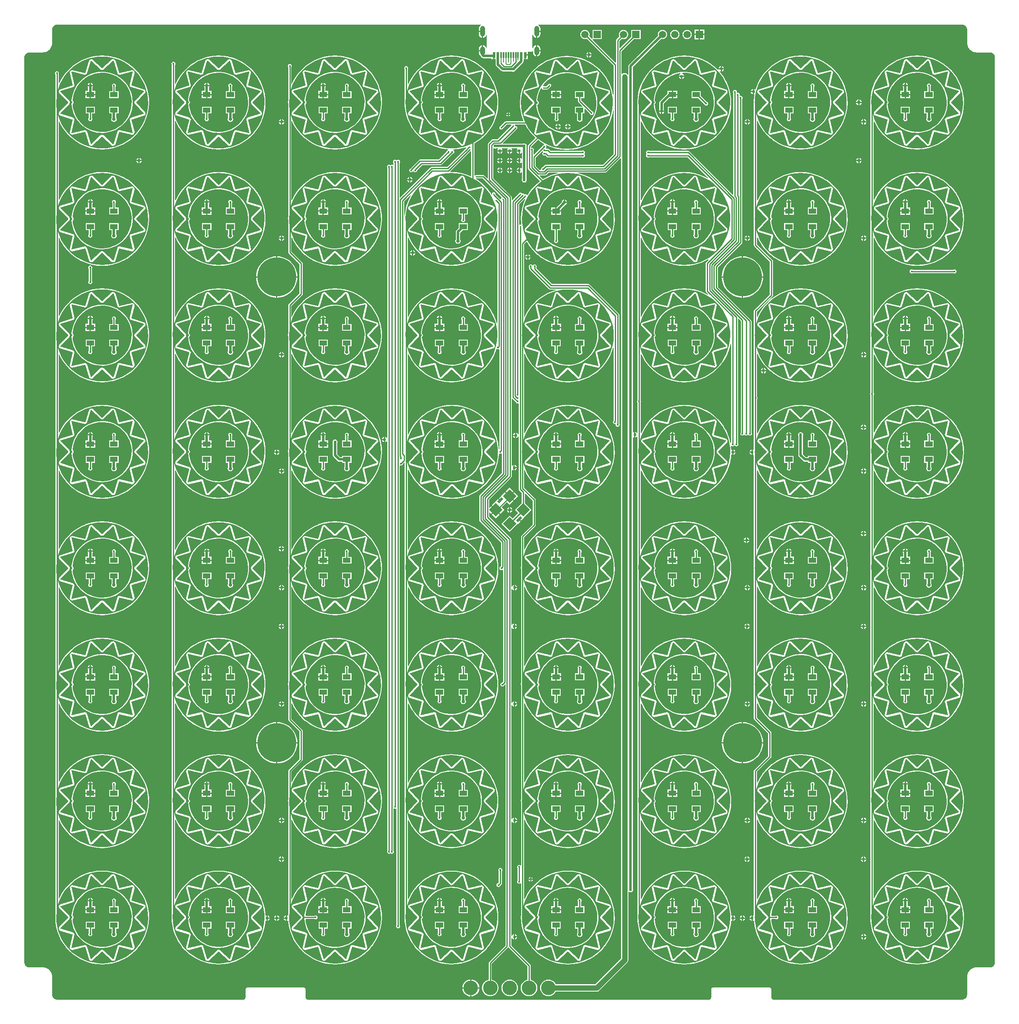
<source format=gtl>
G04*
G04 #@! TF.GenerationSoftware,Altium Limited,Altium Designer,18.1.5 (160)*
G04*
G04 Layer_Physical_Order=1*
G04 Layer_Color=255*
%FSLAX25Y25*%
%MOIN*%
G70*
G01*
G75*
G04:AMPARAMS|DCode=12|XSize=10mil|YSize=10mil|CornerRadius=2.5mil|HoleSize=0mil|Usage=FLASHONLY|Rotation=0.000|XOffset=0mil|YOffset=0mil|HoleType=Round|Shape=RoundedRectangle|*
%AMROUNDEDRECTD12*
21,1,0.01000,0.00500,0,0,0.0*
21,1,0.00500,0.01000,0,0,0.0*
1,1,0.00500,0.00250,-0.00250*
1,1,0.00500,-0.00250,-0.00250*
1,1,0.00500,-0.00250,0.00250*
1,1,0.00500,0.00250,0.00250*
%
%ADD12ROUNDEDRECTD12*%
G04:AMPARAMS|DCode=13|XSize=49.21mil|YSize=19.68mil|CornerRadius=0mil|HoleSize=0mil|Usage=FLASHONLY|Rotation=45.000|XOffset=0mil|YOffset=0mil|HoleType=Round|Shape=Rectangle|*
%AMROTATEDRECTD13*
4,1,4,-0.01044,-0.02436,-0.02436,-0.01044,0.01044,0.02436,0.02436,0.01044,-0.01044,-0.02436,0.0*
%
%ADD13ROTATEDRECTD13*%

%ADD14P,0.11136X4X90.0*%
%ADD15R,0.05910X0.03940*%
%ADD16R,0.01181X0.04528*%
%ADD17R,0.02362X0.04528*%
%ADD26C,0.02362*%
%ADD27C,0.01600*%
%ADD29O,0.03937X0.07087*%
%ADD30O,0.03937X0.08661*%
%ADD32C,0.01000*%
%ADD33C,0.00984*%
%ADD34C,0.04331*%
%ADD35C,0.02000*%
%ADD36C,0.00800*%
%ADD37C,0.00799*%
%ADD38C,0.02500*%
%ADD39R,0.05906X0.05906*%
%ADD40C,0.05906*%
%ADD41C,0.11811*%
%ADD42C,0.02400*%
%ADD43C,0.01200*%
%ADD44C,0.04331*%
%ADD45C,0.02800*%
%ADD46C,0.02756*%
%ADD47C,0.31496*%
G36*
X839969Y866340D02*
X839979Y866339D01*
X839989Y866337D01*
X840754Y866185D01*
X840754Y866185D01*
X840754Y866185D01*
X841138Y866029D01*
X841412Y865913D01*
X841524Y865866D01*
X841864Y865643D01*
X842216Y865404D01*
X842218Y865402D01*
X842218Y865402D01*
X842218Y865402D01*
X842565Y865053D01*
X842790Y864825D01*
X842790Y864825D01*
X842790Y864824D01*
X842982Y864537D01*
X843221Y864180D01*
X843256Y864096D01*
X843283Y864033D01*
X843411Y863730D01*
X843536Y863429D01*
X843536Y863429D01*
X843538Y863424D01*
X843541Y863415D01*
X843544Y863406D01*
X843546Y863397D01*
X843699Y862631D01*
X843699Y862631D01*
X843699Y862626D01*
X843701Y862617D01*
X843702Y862607D01*
X843702Y862597D01*
X843702Y862593D01*
X843702Y851383D01*
X843739Y850630D01*
X844034Y849150D01*
X844610Y847760D01*
X845445Y846509D01*
X846509Y845445D01*
X847760Y844610D01*
X849150Y844034D01*
X850630Y843739D01*
X851383Y843702D01*
X862593D01*
Y843702D01*
X862597Y843702D01*
X862607Y843702D01*
X862617Y843701D01*
X862626Y843699D01*
X863392Y843547D01*
X863392Y843547D01*
X863392Y843547D01*
X863776Y843392D01*
X864050Y843276D01*
X864162Y843228D01*
X864501Y843005D01*
X864853Y842766D01*
X864856Y842764D01*
X864856Y842764D01*
X864856Y842764D01*
X865203Y842415D01*
X865295Y842321D01*
X865427Y842187D01*
X865428Y842187D01*
X865700Y841779D01*
X865858Y841542D01*
X865894Y841458D01*
X865921Y841395D01*
X866049Y841092D01*
X866174Y840791D01*
X866174Y840791D01*
X866175Y840787D01*
X866179Y840777D01*
X866182Y840768D01*
X866184Y840759D01*
X866336Y839993D01*
X866336Y839993D01*
X866337Y839989D01*
X866339Y839979D01*
X866340Y839969D01*
X866340Y839960D01*
X866340Y839955D01*
X866340Y104927D01*
X866340Y104927D01*
X866340Y104922D01*
X866340Y104913D01*
X866339Y104903D01*
X866337Y104893D01*
X866185Y104128D01*
X866185D01*
X866184Y104123D01*
X866182Y104114D01*
X866179Y104104D01*
X866175Y104095D01*
X866043Y103776D01*
X865859Y103340D01*
X865858Y103340D01*
X865668Y103055D01*
X865402Y102664D01*
D01*
X865057Y102321D01*
X864933Y102199D01*
X864824Y102092D01*
X864180Y101661D01*
Y101661D01*
X864176Y101658D01*
X864167Y101653D01*
X864159Y101649D01*
X864150Y101645D01*
X863429Y101346D01*
X863424Y101344D01*
X863415Y101341D01*
X863406Y101338D01*
X863397Y101336D01*
X862631Y101183D01*
X862626Y101182D01*
X862617Y101181D01*
X862607Y101180D01*
X862597Y101180D01*
X862593Y101180D01*
X862205Y101180D01*
X851383D01*
X850630Y101143D01*
X849150Y100848D01*
X847760Y100272D01*
X846509Y99436D01*
X845445Y98373D01*
X844610Y97122D01*
X844034Y95732D01*
X843739Y94251D01*
X843702Y93499D01*
Y78746D01*
X843702Y78746D01*
X843702Y78741D01*
X843702Y78732D01*
X843701Y78722D01*
X843699Y78712D01*
X843547Y77947D01*
X843547D01*
X843546Y77942D01*
X843544Y77933D01*
X843541Y77923D01*
X843538Y77914D01*
X843405Y77594D01*
X843221Y77159D01*
X843221Y77159D01*
X843030Y76874D01*
X842764Y76483D01*
D01*
X842420Y76140D01*
X842295Y76018D01*
X842187Y75911D01*
X841542Y75480D01*
Y75480D01*
X841538Y75477D01*
X841530Y75472D01*
X841521Y75468D01*
X841512Y75463D01*
X840791Y75165D01*
X840787Y75163D01*
X840777Y75160D01*
X840768Y75157D01*
X840759Y75155D01*
X839989Y75001D01*
X839979Y75000D01*
X839969Y74999D01*
X839960Y74998D01*
X687008Y74998D01*
X686577D01*
X685780Y75328D01*
X685171Y75938D01*
X684841Y76734D01*
Y83071D01*
X684807Y83416D01*
X684543Y84054D01*
X684054Y84543D01*
X683416Y84807D01*
X683071Y84841D01*
X637795D01*
X637450Y84807D01*
X636812Y84543D01*
X636323Y84054D01*
X636059Y83416D01*
X636025Y83071D01*
Y76734D01*
X635695Y75938D01*
X635086Y75328D01*
X634289Y74998D01*
X633858D01*
X309059Y74998D01*
X309056Y74998D01*
X308624D01*
X307828Y75328D01*
X307218Y75938D01*
X306888Y76734D01*
Y83071D01*
X306854Y83416D01*
X306590Y84054D01*
X306101Y84543D01*
X305463Y84807D01*
X305118Y84841D01*
X259842D01*
X259497Y84807D01*
X258859Y84543D01*
X258371Y84054D01*
X258106Y83416D01*
X258072Y83071D01*
Y76734D01*
X257743Y75938D01*
X257133Y75328D01*
X256336Y74998D01*
X255906D01*
X105315Y74998D01*
X104927Y74998D01*
X104922Y74998D01*
X104913Y74999D01*
X104903Y75000D01*
X104893Y75001D01*
X104888Y75002D01*
X104123Y75155D01*
X104114Y75157D01*
X104104Y75160D01*
X104095Y75163D01*
X103790Y75289D01*
X103466Y75427D01*
X103340Y75480D01*
X102924Y75758D01*
X102695Y75911D01*
X102664Y75937D01*
X102432Y76169D01*
X102229Y76375D01*
X101929Y76757D01*
X101888Y76819D01*
X101836Y76903D01*
X101777Y76998D01*
X101585Y77338D01*
X101471Y77609D01*
X101346Y77910D01*
X101344Y77914D01*
X101341Y77923D01*
X101338Y77933D01*
X101336Y77942D01*
X101182Y78712D01*
X101181Y78722D01*
X101180Y78732D01*
X101180Y78741D01*
Y93499D01*
X101143Y94251D01*
X100848Y95732D01*
X100272Y97122D01*
X99436Y98373D01*
X98373Y99436D01*
X97122Y100272D01*
X95732Y100848D01*
X94251Y101143D01*
X93499Y101180D01*
X82284D01*
X82275Y101180D01*
X82265Y101181D01*
X82256Y101182D01*
X81485Y101336D01*
X81476Y101338D01*
X81467Y101341D01*
X81457Y101344D01*
X81453Y101346D01*
X81152Y101471D01*
X80828Y101608D01*
X80702Y101661D01*
X80286Y101939D01*
X80057Y102092D01*
X80026Y102118D01*
X79792Y102351D01*
X79594Y102553D01*
X79536Y102612D01*
X79454Y102695D01*
X79454Y102695D01*
X79232Y103027D01*
X79023Y103340D01*
X78843Y103765D01*
X78708Y104091D01*
X78706Y104095D01*
X78703Y104104D01*
X78700Y104114D01*
X78698Y104123D01*
X78545Y104893D01*
X78543Y104903D01*
X78542Y104913D01*
X78542Y104922D01*
Y839567D01*
X78542Y839955D01*
X78542Y839960D01*
X78542Y839969D01*
X78543Y839979D01*
X78545Y839989D01*
X78546Y839993D01*
X78697Y840754D01*
X78697D01*
X78852Y841138D01*
X78945Y841358D01*
X79016Y841524D01*
X79239Y841864D01*
X79468Y842201D01*
X79504Y842237D01*
X79753Y842490D01*
X80042Y842775D01*
X80415Y843029D01*
X80702Y843221D01*
X80833Y843276D01*
X81152Y843411D01*
X81453Y843536D01*
X81453Y843536D01*
X81453Y843536D01*
X81776Y843603D01*
X82251Y843699D01*
Y843698D01*
X82251Y843699D01*
X82749Y843702D01*
X93499Y843702D01*
X94251Y843739D01*
X95732Y844034D01*
X97122Y844610D01*
X98373Y845445D01*
X99436Y846509D01*
X100272Y847760D01*
X100848Y849150D01*
X101143Y850630D01*
X101180Y851383D01*
Y862597D01*
X101180Y862607D01*
X101181Y862617D01*
X101182Y862626D01*
X101335Y863392D01*
X101335D01*
X101490Y863776D01*
X101587Y864006D01*
X101654Y864162D01*
X101876Y864501D01*
X102106Y864839D01*
X102141Y864875D01*
X102391Y865129D01*
X102680Y865413D01*
X103053Y865667D01*
X103340Y865858D01*
X103470Y865914D01*
X103560Y865952D01*
X103561Y865952D01*
X103470Y865914D01*
X103565Y865954D01*
X103577Y865959D01*
X103496Y865924D01*
X103470Y865914D01*
X103342Y865860D01*
X103496Y865924D01*
X103700Y866010D01*
X103937Y866109D01*
X104244Y866194D01*
X104350Y866223D01*
X104449Y866247D01*
X104502Y866259D01*
X104565Y866271D01*
X104710Y866292D01*
X105051Y866337D01*
X105387Y866340D01*
X449131Y866340D01*
X449230Y865840D01*
X448995Y865743D01*
X448375Y865267D01*
X447899Y864647D01*
X447600Y863925D01*
X447498Y863150D01*
Y861287D01*
X450492D01*
Y860787D01*
X450992D01*
Y855497D01*
X451267Y855533D01*
X451989Y855832D01*
X452609Y856308D01*
X453085Y856928D01*
X453384Y857650D01*
X453422Y857934D01*
X453922Y857901D01*
Y847138D01*
X453422Y847105D01*
X453384Y847389D01*
X453085Y848111D01*
X452609Y848731D01*
X451989Y849207D01*
X451267Y849506D01*
X450992Y849543D01*
Y845039D01*
X450492D01*
Y844539D01*
X447498D01*
Y843465D01*
X447600Y842690D01*
X447899Y841967D01*
X448375Y841347D01*
X448758Y841054D01*
X448808Y840799D01*
X449203Y840207D01*
X449853Y839558D01*
X449853Y839558D01*
X450444Y839163D01*
X451142Y839024D01*
X457661D01*
Y838370D01*
X459342D01*
Y841634D01*
X460343D01*
Y838370D01*
X461170D01*
Y833947D01*
X461170Y833947D01*
X461308Y833249D01*
X461703Y832658D01*
X465585Y828776D01*
X466177Y828381D01*
X466874Y828242D01*
X466874Y828242D01*
X474502D01*
X474579Y828191D01*
X475354Y828037D01*
X476130Y828191D01*
X476787Y828630D01*
X477226Y829288D01*
X477244Y829375D01*
X483178Y835310D01*
X483573Y835901D01*
X483712Y836598D01*
X483712Y836598D01*
Y838370D01*
X484539D01*
Y841634D01*
X485039D01*
Y842134D01*
X487220D01*
Y844276D01*
X490158D01*
X490465Y844337D01*
X490725Y844511D01*
X490899Y844771D01*
X491396Y844704D01*
Y843465D01*
X491498Y842690D01*
X491797Y841967D01*
X492273Y841347D01*
X492893Y840872D01*
X493615Y840572D01*
X493890Y840536D01*
Y845039D01*
Y849543D01*
X493615Y849506D01*
X492893Y849207D01*
X492273Y848731D01*
X491797Y848111D01*
X491498Y847389D01*
X491460Y847105D01*
X490960Y847138D01*
Y857901D01*
X491460Y857934D01*
X491498Y857650D01*
X491797Y856928D01*
X492273Y856308D01*
X492893Y855832D01*
X493615Y855533D01*
X493890Y855497D01*
Y860787D01*
X494390D01*
Y861287D01*
X497384D01*
Y863150D01*
X497282Y863925D01*
X496983Y864647D01*
X496507Y865267D01*
X495887Y865743D01*
X495651Y865840D01*
X495751Y866340D01*
X839955D01*
Y866340D01*
X839960Y866340D01*
X839969Y866340D01*
D02*
G37*
%LPC*%
G36*
X630409Y862220D02*
X626957D01*
Y858768D01*
X630409D01*
Y862220D01*
D02*
G37*
G36*
X625957D02*
X622504D01*
Y858768D01*
X625957D01*
Y862220D01*
D02*
G37*
G36*
X497384Y860287D02*
X494890D01*
Y855497D01*
X495165Y855533D01*
X495887Y855832D01*
X496507Y856308D01*
X496983Y856928D01*
X497282Y857650D01*
X497384Y858425D01*
Y860287D01*
D02*
G37*
G36*
X449992D02*
X447498D01*
Y858425D01*
X447600Y857650D01*
X447899Y856928D01*
X448375Y856308D01*
X448995Y855832D01*
X449717Y855533D01*
X449992Y855497D01*
Y860287D01*
D02*
G37*
G36*
X616457Y862040D02*
X615480Y861912D01*
X614571Y861535D01*
X613789Y860935D01*
X613190Y860154D01*
X612813Y859244D01*
X612684Y858268D01*
X612813Y857291D01*
X613190Y856382D01*
X613789Y855600D01*
X614571Y855001D01*
X615480Y854624D01*
X616457Y854495D01*
X617433Y854624D01*
X618343Y855001D01*
X619124Y855600D01*
X619724Y856382D01*
X620101Y857291D01*
X620229Y858268D01*
X620101Y859244D01*
X619724Y860154D01*
X619124Y860935D01*
X618343Y861535D01*
X617433Y861912D01*
X616457Y862040D01*
D02*
G37*
G36*
X606457D02*
X605480Y861912D01*
X604570Y861535D01*
X603789Y860935D01*
X603190Y860154D01*
X602813Y859244D01*
X602684Y858268D01*
X602813Y857291D01*
X603190Y856382D01*
X603789Y855600D01*
X604570Y855001D01*
X605480Y854624D01*
X606457Y854495D01*
X607433Y854624D01*
X608343Y855001D01*
X609124Y855600D01*
X609724Y856382D01*
X610101Y857291D01*
X610229Y858268D01*
X610101Y859244D01*
X609724Y860154D01*
X609124Y860935D01*
X608343Y861535D01*
X607433Y861912D01*
X606457Y862040D01*
D02*
G37*
G36*
X630409Y857768D02*
X626957D01*
Y854315D01*
X630409D01*
Y857768D01*
D02*
G37*
G36*
X625957D02*
X622504D01*
Y854315D01*
X625957D01*
Y857768D01*
D02*
G37*
G36*
X494890Y849543D02*
Y845539D01*
X497384D01*
Y846614D01*
X497282Y847389D01*
X496983Y848111D01*
X496507Y848731D01*
X495887Y849207D01*
X495165Y849506D01*
X494890Y849543D01*
D02*
G37*
G36*
X449992D02*
X449717Y849506D01*
X448995Y849207D01*
X448375Y848731D01*
X447899Y848111D01*
X447600Y847389D01*
X447498Y846614D01*
Y845539D01*
X449992D01*
Y849543D01*
D02*
G37*
G36*
X537311Y843876D02*
Y842232D01*
X538955D01*
X538883Y842591D01*
X538397Y843318D01*
X537669Y843805D01*
X537311Y843876D01*
D02*
G37*
G36*
X536311D02*
X535953Y843805D01*
X535225Y843318D01*
X534739Y842591D01*
X534667Y842232D01*
X536311D01*
Y843876D01*
D02*
G37*
G36*
X803188Y841126D02*
X803148Y841120D01*
X803108Y841126D01*
X799411Y840940D01*
X799372Y840930D01*
X799332Y840932D01*
X795672Y840379D01*
X795634Y840366D01*
X795594Y840364D01*
X794472Y840078D01*
X793342Y839834D01*
X793305Y839818D01*
X793265Y839814D01*
X789742Y838678D01*
X789707Y838658D01*
X789668Y838650D01*
X786275Y837170D01*
X786242Y837147D01*
X786203Y837134D01*
X782974Y835326D01*
X782943Y835300D01*
X782906Y835283D01*
X779872Y833163D01*
X779844Y833134D01*
X779809Y833115D01*
X777000Y830704D01*
X776975Y830672D01*
X776942Y830649D01*
X774386Y827972D01*
X774365Y827938D01*
X774334Y827912D01*
X772056Y824995D01*
X772038Y824959D01*
X772010Y824929D01*
X770032Y821801D01*
X770018Y821763D01*
X769993Y821731D01*
X768335Y818422D01*
X768325Y818383D01*
X768303Y818349D01*
X766982Y814891D01*
X766975Y814851D01*
X766957Y814815D01*
X765985Y811244D01*
X765982Y811204D01*
X765968Y811166D01*
X765355Y807516D01*
X765356Y807475D01*
X765346Y807436D01*
X765098Y803743D01*
X765103Y803703D01*
X765096Y803664D01*
X765215Y799964D01*
X765223Y799932D01*
Y799899D01*
X765222Y799885D01*
X765223Y799878D01*
Y711120D01*
X765098Y709255D01*
X765103Y709215D01*
X765096Y709175D01*
X765151Y707461D01*
Y615568D01*
X765098Y614767D01*
X765103Y614727D01*
X765096Y614687D01*
X765151Y612973D01*
Y567321D01*
X765040Y567155D01*
X764917Y566535D01*
X765040Y565916D01*
X765151Y565750D01*
Y521080D01*
X765098Y520279D01*
X765103Y520239D01*
X765096Y520199D01*
X765151Y518485D01*
Y426592D01*
X765098Y425791D01*
X765103Y425751D01*
X765096Y425711D01*
X765151Y423997D01*
Y332104D01*
X765098Y331302D01*
X765103Y331262D01*
X765096Y331223D01*
X765151Y329508D01*
Y237616D01*
X765098Y236814D01*
X765103Y236774D01*
X765096Y236735D01*
X765151Y235020D01*
Y143127D01*
X765098Y142326D01*
X765103Y142286D01*
X765096Y142246D01*
X765215Y138547D01*
X765225Y138508D01*
X765222Y138467D01*
X765707Y134798D01*
X765720Y134760D01*
X765722Y134720D01*
X766569Y131116D01*
X766585Y131080D01*
X766591Y131040D01*
X767791Y127538D01*
X767811Y127503D01*
X767820Y127464D01*
X769361Y124099D01*
X769385Y124066D01*
X769398Y124028D01*
X771266Y120832D01*
X771292Y120802D01*
X771309Y120765D01*
X773484Y117770D01*
X773514Y117743D01*
X773534Y117708D01*
X775995Y114944D01*
X776027Y114919D01*
X776051Y114887D01*
X778774Y112380D01*
X778809Y112359D01*
X778836Y112329D01*
X781794Y110104D01*
X781830Y110087D01*
X781860Y110060D01*
X785024Y108139D01*
X785062Y108126D01*
X785094Y108101D01*
X788434Y106504D01*
X788473Y106494D01*
X788507Y106474D01*
X791988Y105216D01*
X792028Y105210D01*
X792065Y105192D01*
X795653Y104285D01*
X795693Y104283D01*
X795731Y104270D01*
X799392Y103723D01*
X799433Y103725D01*
X799472Y103716D01*
X803169Y103535D01*
X803209Y103541D01*
X803248Y103535D01*
X806945Y103721D01*
X806984Y103731D01*
X807024Y103729D01*
X810684Y104282D01*
X810722Y104295D01*
X810763Y104297D01*
X811885Y104583D01*
X813014Y104827D01*
X813051Y104843D01*
X813091Y104847D01*
X816614Y105983D01*
X816649Y106003D01*
X816689Y106011D01*
X820082Y107491D01*
X820115Y107514D01*
X820153Y107527D01*
X823382Y109335D01*
X823413Y109362D01*
X823450Y109378D01*
X826484Y111498D01*
X826512Y111527D01*
X826547Y111547D01*
X829356Y113957D01*
X829381Y113989D01*
X829414Y114012D01*
X831970Y116689D01*
X831992Y116723D01*
X832022Y116749D01*
X834300Y119667D01*
X834319Y119702D01*
X834346Y119732D01*
X836324Y122861D01*
X836338Y122898D01*
X836363Y122930D01*
X838021Y126239D01*
X838031Y126278D01*
X838053Y126312D01*
X839374Y129770D01*
X839381Y129810D01*
X839399Y129846D01*
X840371Y133417D01*
X840374Y133457D01*
X840388Y133495D01*
X841001Y137145D01*
X841000Y137186D01*
X841011Y137224D01*
X841259Y140918D01*
X841254Y140958D01*
X841260Y140997D01*
X841141Y144697D01*
X841132Y144736D01*
X841134Y144776D01*
X840649Y148446D01*
X840636Y148484D01*
X840635Y148524D01*
X839788Y152128D01*
X839771Y152164D01*
X839766Y152204D01*
X838566Y155706D01*
X838546Y155740D01*
X838536Y155780D01*
X836995Y159145D01*
X836971Y159178D01*
X836958Y159216D01*
X835091Y162412D01*
X835064Y162442D01*
X835047Y162478D01*
X832872Y165473D01*
X832843Y165501D01*
X832822Y165535D01*
X830361Y168300D01*
X830329Y168324D01*
X830305Y168357D01*
X827582Y170864D01*
X827547Y170885D01*
X827521Y170915D01*
X824562Y173139D01*
X824526Y173157D01*
X824496Y173184D01*
X821332Y175104D01*
X821294Y175118D01*
X821262Y175142D01*
X817923Y176739D01*
X817883Y176749D01*
X817849Y176770D01*
X814368Y178028D01*
X814328Y178034D01*
X814292Y178051D01*
X810703Y178958D01*
X810663Y178960D01*
X810625Y178974D01*
X806964Y179520D01*
X806924Y179518D01*
X806885Y179528D01*
X803188Y179709D01*
X803148Y179703D01*
X803108Y179709D01*
X799411Y179522D01*
X799372Y179513D01*
X799332Y179514D01*
X795672Y178962D01*
X795634Y178948D01*
X795594Y178946D01*
X794472Y178661D01*
X793342Y178417D01*
X793305Y178401D01*
X793265Y178396D01*
X789742Y177260D01*
X789707Y177241D01*
X789668Y177232D01*
X786275Y175753D01*
X786242Y175730D01*
X786203Y175717D01*
X782974Y173908D01*
X782943Y173882D01*
X782906Y173866D01*
X779872Y171746D01*
X779844Y171717D01*
X779809Y171697D01*
X777000Y169287D01*
X776975Y169255D01*
X776942Y169232D01*
X774386Y166555D01*
X774365Y166521D01*
X774334Y166495D01*
X772056Y163577D01*
X772038Y163541D01*
X772010Y163512D01*
X770032Y160383D01*
X770018Y160346D01*
X769993Y160314D01*
X768335Y157004D01*
X768325Y156965D01*
X768303Y156931D01*
X768268Y156840D01*
X767777Y156930D01*
Y220847D01*
X768277Y220956D01*
X769361Y218587D01*
X769385Y218554D01*
X769398Y218516D01*
X771266Y215320D01*
X771292Y215290D01*
X771309Y215254D01*
X773484Y212259D01*
X773514Y212231D01*
X773534Y212196D01*
X775995Y209432D01*
X776027Y209408D01*
X776051Y209375D01*
X778774Y206868D01*
X778809Y206847D01*
X778836Y206817D01*
X781794Y204593D01*
X781830Y204575D01*
X781860Y204548D01*
X785024Y202628D01*
X785062Y202614D01*
X785094Y202590D01*
X788434Y200993D01*
X788473Y200983D01*
X788507Y200962D01*
X791988Y199704D01*
X792028Y199698D01*
X792065Y199680D01*
X795653Y198774D01*
X795693Y198772D01*
X795731Y198758D01*
X799392Y198212D01*
X799433Y198214D01*
X799472Y198204D01*
X803169Y198023D01*
X803209Y198029D01*
X803248Y198023D01*
X806945Y198210D01*
X806984Y198220D01*
X807024Y198218D01*
X810684Y198770D01*
X810722Y198784D01*
X810763Y198786D01*
X811885Y199071D01*
X813014Y199315D01*
X813051Y199331D01*
X813091Y199336D01*
X816614Y200471D01*
X816649Y200491D01*
X816689Y200500D01*
X820082Y201979D01*
X820115Y202002D01*
X820153Y202015D01*
X823382Y203823D01*
X823413Y203850D01*
X823450Y203866D01*
X826484Y205986D01*
X826512Y206015D01*
X826547Y206035D01*
X829356Y208445D01*
X829381Y208477D01*
X829414Y208500D01*
X831970Y211177D01*
X831992Y211211D01*
X832022Y211237D01*
X834300Y214155D01*
X834319Y214191D01*
X834346Y214220D01*
X836324Y217349D01*
X836338Y217386D01*
X836363Y217418D01*
X838021Y220728D01*
X838031Y220766D01*
X838053Y220800D01*
X839374Y224258D01*
X839381Y224298D01*
X839399Y224334D01*
X840371Y227905D01*
X840374Y227946D01*
X840388Y227983D01*
X841001Y231634D01*
X841000Y231674D01*
X841011Y231713D01*
X841259Y235406D01*
X841254Y235446D01*
X841260Y235486D01*
X841141Y239185D01*
X841132Y239224D01*
X841134Y239264D01*
X840649Y242934D01*
X840636Y242972D01*
X840635Y243012D01*
X839788Y246616D01*
X839771Y246652D01*
X839766Y246692D01*
X838566Y250194D01*
X838546Y250229D01*
X838536Y250268D01*
X836995Y253633D01*
X836971Y253666D01*
X836958Y253704D01*
X835091Y256900D01*
X835064Y256930D01*
X835047Y256966D01*
X832872Y259962D01*
X832843Y259989D01*
X832822Y260024D01*
X830361Y262788D01*
X830329Y262812D01*
X830305Y262845D01*
X827582Y265352D01*
X827547Y265373D01*
X827521Y265403D01*
X824562Y267628D01*
X824526Y267645D01*
X824496Y267672D01*
X821332Y269592D01*
X821294Y269606D01*
X821262Y269630D01*
X817923Y271228D01*
X817883Y271237D01*
X817849Y271258D01*
X814368Y272516D01*
X814328Y272522D01*
X814292Y272540D01*
X810703Y273446D01*
X810663Y273448D01*
X810625Y273462D01*
X806964Y274009D01*
X806924Y274007D01*
X806885Y274016D01*
X803188Y274197D01*
X803148Y274191D01*
X803108Y274197D01*
X799411Y274010D01*
X799372Y274001D01*
X799332Y274003D01*
X795672Y273450D01*
X795634Y273437D01*
X795594Y273434D01*
X794472Y273149D01*
X793342Y272905D01*
X793305Y272889D01*
X793265Y272884D01*
X789742Y271749D01*
X789707Y271729D01*
X789668Y271720D01*
X786275Y270241D01*
X786242Y270218D01*
X786203Y270205D01*
X782974Y268397D01*
X782943Y268371D01*
X782906Y268354D01*
X779872Y266234D01*
X779844Y266205D01*
X779809Y266185D01*
X777000Y263775D01*
X776975Y263743D01*
X776942Y263720D01*
X774386Y261043D01*
X774365Y261009D01*
X774334Y260983D01*
X772056Y258066D01*
X772038Y258030D01*
X772010Y258000D01*
X770032Y254872D01*
X770018Y254834D01*
X769993Y254802D01*
X768335Y251493D01*
X768325Y251454D01*
X768303Y251420D01*
X768268Y251328D01*
X767777Y251419D01*
Y315335D01*
X768277Y315444D01*
X769361Y313075D01*
X769385Y313042D01*
X769398Y313004D01*
X771266Y309808D01*
X771292Y309778D01*
X771309Y309742D01*
X773484Y306747D01*
X773514Y306719D01*
X773534Y306685D01*
X775995Y303920D01*
X776027Y303896D01*
X776051Y303863D01*
X778774Y301356D01*
X778809Y301335D01*
X778836Y301305D01*
X781794Y299081D01*
X781830Y299063D01*
X781860Y299036D01*
X785024Y297116D01*
X785062Y297102D01*
X785094Y297078D01*
X788434Y295481D01*
X788473Y295471D01*
X788507Y295450D01*
X791988Y294192D01*
X792028Y294186D01*
X792065Y294169D01*
X795653Y293262D01*
X795693Y293260D01*
X795731Y293246D01*
X799392Y292700D01*
X799433Y292702D01*
X799472Y292692D01*
X803169Y292511D01*
X803209Y292517D01*
X803248Y292511D01*
X806945Y292698D01*
X806984Y292708D01*
X807024Y292706D01*
X810684Y293258D01*
X810722Y293272D01*
X810763Y293274D01*
X811885Y293559D01*
X813014Y293803D01*
X813051Y293819D01*
X813091Y293824D01*
X816614Y294960D01*
X816649Y294979D01*
X816689Y294988D01*
X820082Y296467D01*
X820115Y296491D01*
X820153Y296503D01*
X823382Y298312D01*
X823413Y298338D01*
X823450Y298354D01*
X826484Y300474D01*
X826512Y300503D01*
X826547Y300523D01*
X829356Y302933D01*
X829381Y302965D01*
X829414Y302988D01*
X831970Y305665D01*
X831992Y305699D01*
X832022Y305726D01*
X834300Y308643D01*
X834319Y308679D01*
X834346Y308708D01*
X836324Y311837D01*
X836338Y311874D01*
X836363Y311906D01*
X838021Y315216D01*
X838031Y315255D01*
X838053Y315289D01*
X839374Y318746D01*
X839381Y318786D01*
X839399Y318822D01*
X840371Y322394D01*
X840374Y322434D01*
X840388Y322471D01*
X841001Y326122D01*
X841000Y326162D01*
X841011Y326201D01*
X841259Y329894D01*
X841254Y329934D01*
X841260Y329974D01*
X841141Y333673D01*
X841132Y333713D01*
X841134Y333753D01*
X840649Y337422D01*
X840636Y337460D01*
X840635Y337501D01*
X839788Y341104D01*
X839771Y341141D01*
X839766Y341180D01*
X838566Y344682D01*
X838546Y344717D01*
X838536Y344756D01*
X836995Y348121D01*
X836971Y348154D01*
X836958Y348192D01*
X835091Y351388D01*
X835064Y351418D01*
X835047Y351455D01*
X832872Y354450D01*
X832843Y354477D01*
X832822Y354512D01*
X830361Y357276D01*
X830329Y357301D01*
X830305Y357333D01*
X827582Y359840D01*
X827547Y359861D01*
X827521Y359891D01*
X824562Y362116D01*
X824526Y362133D01*
X824496Y362160D01*
X821332Y364081D01*
X821294Y364094D01*
X821262Y364119D01*
X817923Y365716D01*
X817883Y365726D01*
X817849Y365746D01*
X814368Y367005D01*
X814328Y367011D01*
X814292Y367028D01*
X810703Y367935D01*
X810663Y367937D01*
X810625Y367950D01*
X806964Y368497D01*
X806924Y368495D01*
X806885Y368505D01*
X803188Y368685D01*
X803148Y368679D01*
X803108Y368685D01*
X799411Y368499D01*
X799372Y368489D01*
X799332Y368491D01*
X795672Y367938D01*
X795634Y367925D01*
X795594Y367923D01*
X794472Y367637D01*
X793342Y367393D01*
X793305Y367377D01*
X793265Y367373D01*
X789742Y366237D01*
X789707Y366217D01*
X789668Y366209D01*
X786275Y364729D01*
X786242Y364706D01*
X786203Y364694D01*
X782974Y362885D01*
X782943Y362859D01*
X782906Y362842D01*
X779872Y360722D01*
X779844Y360693D01*
X779809Y360674D01*
X777000Y358263D01*
X776975Y358231D01*
X776942Y358208D01*
X774386Y355531D01*
X774365Y355497D01*
X774334Y355471D01*
X772056Y352554D01*
X772038Y352518D01*
X772010Y352488D01*
X770032Y349360D01*
X770018Y349322D01*
X769993Y349290D01*
X768335Y345981D01*
X768325Y345942D01*
X768303Y345908D01*
X768268Y345816D01*
X767777Y345907D01*
Y409823D01*
X768277Y409932D01*
X769361Y407563D01*
X769385Y407531D01*
X769398Y407493D01*
X771266Y404297D01*
X771292Y404267D01*
X771309Y404230D01*
X773484Y401235D01*
X773514Y401208D01*
X773534Y401173D01*
X775995Y398408D01*
X776027Y398384D01*
X776051Y398352D01*
X778774Y395845D01*
X778809Y395824D01*
X778836Y395794D01*
X781794Y393569D01*
X781830Y393551D01*
X781860Y393524D01*
X785024Y391604D01*
X785062Y391590D01*
X785094Y391566D01*
X788434Y389969D01*
X788473Y389959D01*
X788507Y389938D01*
X791988Y388680D01*
X792028Y388674D01*
X792065Y388657D01*
X795653Y387750D01*
X795693Y387748D01*
X795731Y387734D01*
X799392Y387188D01*
X799433Y387190D01*
X799472Y387180D01*
X803169Y386999D01*
X803209Y387005D01*
X803248Y386999D01*
X806945Y387186D01*
X806984Y387196D01*
X807024Y387194D01*
X810684Y387746D01*
X810722Y387760D01*
X810763Y387762D01*
X811885Y388048D01*
X813014Y388291D01*
X813051Y388307D01*
X813091Y388312D01*
X816614Y389448D01*
X816649Y389468D01*
X816689Y389476D01*
X820082Y390956D01*
X820115Y390979D01*
X820153Y390991D01*
X823382Y392800D01*
X823413Y392826D01*
X823450Y392842D01*
X826484Y394962D01*
X826512Y394991D01*
X826547Y395011D01*
X829356Y397422D01*
X829381Y397453D01*
X829414Y397476D01*
X831970Y400153D01*
X831992Y400187D01*
X832022Y400214D01*
X834300Y403131D01*
X834319Y403167D01*
X834346Y403196D01*
X836324Y406325D01*
X836338Y406363D01*
X836363Y406394D01*
X838021Y409704D01*
X838031Y409743D01*
X838053Y409777D01*
X839374Y413235D01*
X839381Y413274D01*
X839399Y413310D01*
X840371Y416882D01*
X840374Y416922D01*
X840388Y416960D01*
X841001Y420610D01*
X841000Y420650D01*
X841011Y420689D01*
X841259Y424382D01*
X841254Y424422D01*
X841260Y424462D01*
X841141Y428161D01*
X841132Y428201D01*
X841134Y428241D01*
X840649Y431910D01*
X840636Y431949D01*
X840635Y431989D01*
X839788Y435592D01*
X839771Y435629D01*
X839766Y435669D01*
X838566Y439170D01*
X838546Y439205D01*
X838536Y439244D01*
X836995Y442610D01*
X836971Y442642D01*
X836958Y442680D01*
X835091Y445876D01*
X835064Y445906D01*
X835047Y445943D01*
X832872Y448938D01*
X832843Y448965D01*
X832822Y449000D01*
X830361Y451765D01*
X830329Y451789D01*
X830305Y451821D01*
X827582Y454328D01*
X827547Y454349D01*
X827521Y454379D01*
X824562Y456604D01*
X824526Y456621D01*
X824496Y456649D01*
X821332Y458569D01*
X821294Y458583D01*
X821262Y458607D01*
X817923Y460204D01*
X817883Y460214D01*
X817849Y460235D01*
X814368Y461493D01*
X814328Y461499D01*
X814292Y461516D01*
X810703Y462423D01*
X810663Y462425D01*
X810625Y462438D01*
X806964Y462985D01*
X806924Y462983D01*
X806885Y462993D01*
X803188Y463174D01*
X803148Y463168D01*
X803108Y463173D01*
X799411Y462987D01*
X799372Y462977D01*
X799332Y462979D01*
X795672Y462427D01*
X795634Y462413D01*
X795594Y462411D01*
X794472Y462125D01*
X793342Y461882D01*
X793305Y461866D01*
X793265Y461861D01*
X789742Y460725D01*
X789707Y460705D01*
X789668Y460697D01*
X786275Y459217D01*
X786242Y459194D01*
X786203Y459182D01*
X782974Y457373D01*
X782943Y457347D01*
X782906Y457331D01*
X779872Y455211D01*
X779844Y455182D01*
X779809Y455162D01*
X777000Y452751D01*
X776975Y452720D01*
X776942Y452697D01*
X774386Y450020D01*
X774365Y449986D01*
X774334Y449959D01*
X772056Y447042D01*
X772038Y447006D01*
X772010Y446977D01*
X770032Y443848D01*
X770018Y443810D01*
X769993Y443778D01*
X768335Y440469D01*
X768325Y440430D01*
X768303Y440396D01*
X768268Y440304D01*
X767777Y440395D01*
Y504311D01*
X768277Y504420D01*
X769361Y502051D01*
X769385Y502019D01*
X769398Y501981D01*
X771266Y498785D01*
X771292Y498755D01*
X771309Y498718D01*
X773484Y495723D01*
X773514Y495696D01*
X773534Y495661D01*
X775995Y492897D01*
X776027Y492872D01*
X776051Y492840D01*
X778774Y490333D01*
X778809Y490312D01*
X778836Y490282D01*
X781794Y488057D01*
X781830Y488040D01*
X781860Y488012D01*
X785024Y486092D01*
X785062Y486078D01*
X785094Y486054D01*
X788434Y484457D01*
X788473Y484447D01*
X788507Y484426D01*
X791988Y483168D01*
X792028Y483162D01*
X792065Y483145D01*
X795653Y482238D01*
X795693Y482236D01*
X795731Y482223D01*
X799392Y481676D01*
X799433Y481678D01*
X799472Y481668D01*
X803169Y481488D01*
X803209Y481493D01*
X803248Y481488D01*
X806945Y481674D01*
X806984Y481684D01*
X807024Y481682D01*
X810684Y482234D01*
X810722Y482248D01*
X810763Y482250D01*
X811885Y482536D01*
X813014Y482780D01*
X813051Y482795D01*
X813091Y482800D01*
X816614Y483936D01*
X816649Y483956D01*
X816689Y483964D01*
X820082Y485444D01*
X820115Y485467D01*
X820153Y485479D01*
X823382Y487288D01*
X823413Y487314D01*
X823450Y487330D01*
X826484Y489450D01*
X826512Y489479D01*
X826547Y489499D01*
X829356Y491910D01*
X829381Y491941D01*
X829414Y491964D01*
X831970Y494642D01*
X831992Y494676D01*
X832022Y494702D01*
X834300Y497619D01*
X834319Y497655D01*
X834346Y497684D01*
X836324Y500813D01*
X836338Y500851D01*
X836363Y500883D01*
X838021Y504192D01*
X838031Y504231D01*
X838053Y504265D01*
X839374Y507723D01*
X839381Y507762D01*
X839399Y507798D01*
X840371Y511370D01*
X840374Y511410D01*
X840388Y511448D01*
X841001Y515098D01*
X841000Y515138D01*
X841011Y515177D01*
X841259Y518870D01*
X841254Y518910D01*
X841260Y518950D01*
X841141Y522650D01*
X841132Y522689D01*
X841134Y522729D01*
X840649Y526399D01*
X840636Y526437D01*
X840635Y526477D01*
X839788Y530080D01*
X839771Y530117D01*
X839766Y530157D01*
X838566Y533658D01*
X838546Y533693D01*
X838536Y533732D01*
X836995Y537098D01*
X836971Y537130D01*
X836958Y537168D01*
X835091Y540364D01*
X835064Y540394D01*
X835047Y540431D01*
X832872Y543426D01*
X832843Y543453D01*
X832822Y543488D01*
X830361Y546253D01*
X830329Y546277D01*
X830305Y546310D01*
X827582Y548817D01*
X827547Y548838D01*
X827521Y548868D01*
X824562Y551092D01*
X824526Y551110D01*
X824496Y551137D01*
X821332Y553057D01*
X821294Y553071D01*
X821262Y553095D01*
X817923Y554692D01*
X817883Y554702D01*
X817849Y554723D01*
X814368Y555981D01*
X814328Y555987D01*
X814292Y556004D01*
X810703Y556911D01*
X810663Y556913D01*
X810625Y556927D01*
X806964Y557473D01*
X806924Y557471D01*
X806885Y557481D01*
X803188Y557662D01*
X803148Y557656D01*
X803108Y557662D01*
X799411Y557475D01*
X799372Y557465D01*
X799332Y557467D01*
X795672Y556915D01*
X795634Y556901D01*
X795594Y556899D01*
X794472Y556614D01*
X793342Y556370D01*
X793305Y556354D01*
X793265Y556349D01*
X789742Y555213D01*
X789707Y555194D01*
X789668Y555185D01*
X786275Y553705D01*
X786242Y553682D01*
X786203Y553670D01*
X782974Y551861D01*
X782943Y551835D01*
X782906Y551819D01*
X779872Y549699D01*
X779844Y549670D01*
X779809Y549650D01*
X777000Y547240D01*
X776975Y547208D01*
X776942Y547185D01*
X774386Y544508D01*
X774365Y544474D01*
X774334Y544447D01*
X772056Y541530D01*
X772038Y541494D01*
X772010Y541465D01*
X770032Y538336D01*
X770018Y538298D01*
X769993Y538267D01*
X768335Y534957D01*
X768325Y534918D01*
X768303Y534884D01*
X768268Y534792D01*
X767777Y534883D01*
Y565536D01*
X768031Y565916D01*
X768154Y566535D01*
X768031Y567155D01*
X767777Y567535D01*
Y598799D01*
X768277Y598908D01*
X769361Y596540D01*
X769385Y596507D01*
X769398Y596469D01*
X771266Y593273D01*
X771292Y593243D01*
X771309Y593206D01*
X773484Y590211D01*
X773514Y590184D01*
X773534Y590149D01*
X775995Y587385D01*
X776027Y587360D01*
X776051Y587328D01*
X778774Y584821D01*
X778809Y584800D01*
X778836Y584770D01*
X781794Y582545D01*
X781830Y582528D01*
X781860Y582501D01*
X785024Y580580D01*
X785062Y580567D01*
X785094Y580542D01*
X788434Y578945D01*
X788473Y578935D01*
X788507Y578915D01*
X791988Y577657D01*
X792028Y577650D01*
X792065Y577633D01*
X795653Y576726D01*
X795693Y576724D01*
X795731Y576711D01*
X799392Y576164D01*
X799433Y576166D01*
X799472Y576156D01*
X803169Y575976D01*
X803209Y575982D01*
X803248Y575976D01*
X806945Y576162D01*
X806984Y576172D01*
X807024Y576170D01*
X810684Y576723D01*
X810722Y576736D01*
X810763Y576738D01*
X811885Y577024D01*
X813014Y577268D01*
X813051Y577284D01*
X813091Y577288D01*
X816614Y578424D01*
X816649Y578444D01*
X816689Y578452D01*
X820082Y579932D01*
X820115Y579955D01*
X820153Y579967D01*
X823382Y581776D01*
X823413Y581802D01*
X823450Y581819D01*
X826484Y583939D01*
X826512Y583968D01*
X826547Y583988D01*
X829356Y586398D01*
X829381Y586430D01*
X829414Y586453D01*
X831970Y589130D01*
X831992Y589164D01*
X832022Y589190D01*
X834300Y592107D01*
X834319Y592143D01*
X834346Y592173D01*
X836324Y595301D01*
X836338Y595339D01*
X836363Y595371D01*
X838021Y598680D01*
X838031Y598719D01*
X838053Y598753D01*
X839374Y602211D01*
X839381Y602250D01*
X839399Y602287D01*
X840371Y605858D01*
X840374Y605898D01*
X840388Y605936D01*
X841001Y609586D01*
X841000Y609627D01*
X841011Y609665D01*
X841259Y613359D01*
X841254Y613399D01*
X841260Y613438D01*
X841141Y617138D01*
X841132Y617177D01*
X841134Y617217D01*
X840649Y620887D01*
X840636Y620925D01*
X840635Y620965D01*
X839788Y624568D01*
X839771Y624605D01*
X839766Y624645D01*
X838566Y628147D01*
X838546Y628181D01*
X838536Y628221D01*
X836995Y631586D01*
X836971Y631618D01*
X836958Y631657D01*
X835091Y634853D01*
X835064Y634883D01*
X835047Y634919D01*
X832872Y637914D01*
X832843Y637942D01*
X832822Y637976D01*
X830361Y640741D01*
X830329Y640765D01*
X830305Y640798D01*
X827582Y643305D01*
X827547Y643326D01*
X827521Y643356D01*
X824562Y645580D01*
X824526Y645598D01*
X824496Y645625D01*
X821332Y647545D01*
X821294Y647559D01*
X821262Y647583D01*
X817923Y649180D01*
X817883Y649190D01*
X817849Y649211D01*
X814368Y650469D01*
X814328Y650475D01*
X814292Y650492D01*
X810703Y651399D01*
X810663Y651401D01*
X810625Y651415D01*
X806964Y651961D01*
X806924Y651959D01*
X806885Y651969D01*
X803188Y652150D01*
X803148Y652144D01*
X803108Y652150D01*
X799411Y651963D01*
X799372Y651953D01*
X799332Y651955D01*
X795672Y651403D01*
X795634Y651389D01*
X795594Y651387D01*
X794472Y651102D01*
X793342Y650858D01*
X793305Y650842D01*
X793265Y650837D01*
X789742Y649701D01*
X789707Y649682D01*
X789668Y649673D01*
X786275Y648194D01*
X786242Y648171D01*
X786203Y648158D01*
X782974Y646349D01*
X782943Y646323D01*
X782906Y646307D01*
X779872Y644187D01*
X779844Y644158D01*
X779809Y644138D01*
X777000Y641728D01*
X776975Y641696D01*
X776942Y641673D01*
X774386Y638996D01*
X774365Y638962D01*
X774334Y638936D01*
X772056Y636018D01*
X772038Y635982D01*
X772010Y635953D01*
X770032Y632824D01*
X770018Y632787D01*
X769993Y632755D01*
X768335Y629445D01*
X768325Y629406D01*
X768303Y629372D01*
X768268Y629281D01*
X767777Y629371D01*
Y693288D01*
X768277Y693397D01*
X769361Y691028D01*
X769385Y690995D01*
X769398Y690957D01*
X771266Y687761D01*
X771292Y687731D01*
X771309Y687695D01*
X773484Y684699D01*
X773514Y684672D01*
X773534Y684637D01*
X775995Y681873D01*
X776027Y681848D01*
X776051Y681816D01*
X778774Y679309D01*
X778809Y679288D01*
X778836Y679258D01*
X781794Y677034D01*
X781830Y677016D01*
X781860Y676989D01*
X785024Y675069D01*
X785062Y675055D01*
X785094Y675031D01*
X788434Y673434D01*
X788473Y673424D01*
X788507Y673403D01*
X791988Y672145D01*
X792028Y672139D01*
X792065Y672121D01*
X795653Y671215D01*
X795693Y671212D01*
X795731Y671199D01*
X799392Y670652D01*
X799433Y670654D01*
X799472Y670645D01*
X803169Y670464D01*
X803209Y670470D01*
X803248Y670464D01*
X806945Y670651D01*
X806984Y670660D01*
X807024Y670658D01*
X810684Y671211D01*
X810722Y671224D01*
X810763Y671227D01*
X811885Y671512D01*
X813014Y671756D01*
X813051Y671772D01*
X813091Y671777D01*
X816614Y672913D01*
X816649Y672932D01*
X816689Y672941D01*
X820082Y674420D01*
X820115Y674443D01*
X820153Y674456D01*
X823382Y676264D01*
X823413Y676291D01*
X823450Y676307D01*
X826484Y678427D01*
X826512Y678456D01*
X826547Y678476D01*
X829356Y680886D01*
X829381Y680918D01*
X829414Y680941D01*
X831970Y683618D01*
X831992Y683652D01*
X832022Y683678D01*
X834300Y686596D01*
X834319Y686632D01*
X834346Y686661D01*
X836324Y689790D01*
X836338Y689827D01*
X836363Y689859D01*
X838021Y693168D01*
X838031Y693207D01*
X838053Y693242D01*
X839374Y696699D01*
X839381Y696739D01*
X839399Y696775D01*
X840371Y700346D01*
X840374Y700386D01*
X840388Y700424D01*
X841001Y704074D01*
X841000Y704115D01*
X841011Y704154D01*
X841259Y707847D01*
X841254Y707887D01*
X841260Y707927D01*
X841141Y711626D01*
X841132Y711665D01*
X841134Y711705D01*
X840649Y715375D01*
X840636Y715413D01*
X840635Y715453D01*
X839788Y719057D01*
X839771Y719093D01*
X839766Y719133D01*
X838566Y722635D01*
X838546Y722670D01*
X838536Y722709D01*
X836995Y726074D01*
X836971Y726107D01*
X836958Y726145D01*
X835091Y729341D01*
X835064Y729371D01*
X835047Y729408D01*
X832872Y732403D01*
X832843Y732430D01*
X832822Y732465D01*
X830361Y735229D01*
X830329Y735253D01*
X830305Y735286D01*
X827582Y737793D01*
X827547Y737814D01*
X827521Y737844D01*
X824562Y740068D01*
X824526Y740086D01*
X824496Y740113D01*
X821332Y742033D01*
X821294Y742047D01*
X821262Y742071D01*
X817923Y743669D01*
X817883Y743678D01*
X817849Y743699D01*
X814368Y744957D01*
X814328Y744963D01*
X814292Y744981D01*
X810703Y745887D01*
X810663Y745890D01*
X810625Y745903D01*
X806964Y746450D01*
X806924Y746448D01*
X806885Y746457D01*
X803188Y746638D01*
X803148Y746632D01*
X803108Y746638D01*
X799411Y746451D01*
X799372Y746442D01*
X799332Y746444D01*
X795672Y745891D01*
X795634Y745878D01*
X795594Y745875D01*
X794472Y745590D01*
X793342Y745346D01*
X793305Y745330D01*
X793265Y745326D01*
X789742Y744190D01*
X789707Y744170D01*
X789668Y744161D01*
X786275Y742682D01*
X786242Y742659D01*
X786203Y742646D01*
X782974Y740838D01*
X782943Y740811D01*
X782906Y740795D01*
X779872Y738675D01*
X779844Y738646D01*
X779809Y738626D01*
X777000Y736216D01*
X776975Y736184D01*
X776942Y736161D01*
X774386Y733484D01*
X774365Y733450D01*
X774334Y733424D01*
X772056Y730506D01*
X772038Y730470D01*
X772010Y730441D01*
X770032Y727312D01*
X770018Y727275D01*
X769993Y727243D01*
X768335Y723934D01*
X767848Y724047D01*
Y787647D01*
X768337Y787754D01*
X769361Y785516D01*
X769385Y785484D01*
X769398Y785445D01*
X771266Y782249D01*
X771292Y782219D01*
X771309Y782183D01*
X773484Y779188D01*
X773514Y779160D01*
X773534Y779126D01*
X775995Y776361D01*
X776027Y776337D01*
X776051Y776304D01*
X778774Y773797D01*
X778809Y773776D01*
X778836Y773746D01*
X781794Y771522D01*
X781830Y771504D01*
X781860Y771477D01*
X785024Y769557D01*
X785062Y769543D01*
X785094Y769519D01*
X788434Y767922D01*
X788473Y767912D01*
X788507Y767891D01*
X791988Y766633D01*
X792028Y766627D01*
X792065Y766609D01*
X795653Y765703D01*
X795693Y765701D01*
X795731Y765687D01*
X799392Y765141D01*
X799433Y765143D01*
X799472Y765133D01*
X803169Y764952D01*
X803209Y764958D01*
X803248Y764952D01*
X806945Y765139D01*
X806984Y765149D01*
X807024Y765147D01*
X810684Y765699D01*
X810722Y765713D01*
X810763Y765715D01*
X811885Y766000D01*
X813014Y766244D01*
X813051Y766260D01*
X813091Y766265D01*
X816614Y767401D01*
X816649Y767420D01*
X816689Y767429D01*
X820082Y768909D01*
X820115Y768931D01*
X820153Y768944D01*
X823382Y770753D01*
X823413Y770779D01*
X823450Y770795D01*
X826484Y772915D01*
X826512Y772944D01*
X826547Y772964D01*
X829356Y775374D01*
X829381Y775406D01*
X829414Y775429D01*
X831970Y778106D01*
X831992Y778140D01*
X832022Y778166D01*
X834300Y781084D01*
X834319Y781120D01*
X834346Y781149D01*
X836324Y784278D01*
X836338Y784315D01*
X836363Y784347D01*
X838021Y787657D01*
X838031Y787696D01*
X838053Y787730D01*
X839374Y791187D01*
X839381Y791227D01*
X839399Y791263D01*
X840371Y794835D01*
X840374Y794875D01*
X840388Y794912D01*
X841001Y798563D01*
X841000Y798603D01*
X841011Y798642D01*
X841259Y802335D01*
X841254Y802375D01*
X841260Y802415D01*
X841141Y806114D01*
X841132Y806153D01*
X841134Y806194D01*
X840649Y809863D01*
X840636Y809901D01*
X840635Y809941D01*
X839788Y813545D01*
X839771Y813581D01*
X839766Y813621D01*
X838566Y817123D01*
X838546Y817158D01*
X838536Y817197D01*
X836995Y820562D01*
X836971Y820595D01*
X836958Y820633D01*
X835091Y823829D01*
X835064Y823859D01*
X835047Y823896D01*
X832872Y826891D01*
X832843Y826918D01*
X832822Y826953D01*
X830361Y829717D01*
X830329Y829742D01*
X830305Y829774D01*
X827582Y832281D01*
X827547Y832302D01*
X827521Y832332D01*
X824562Y834557D01*
X824526Y834574D01*
X824496Y834601D01*
X821332Y836522D01*
X821294Y836535D01*
X821262Y836560D01*
X817923Y838157D01*
X817883Y838167D01*
X817849Y838187D01*
X814368Y839445D01*
X814328Y839452D01*
X814292Y839469D01*
X810703Y840376D01*
X810663Y840378D01*
X810625Y840391D01*
X806964Y840938D01*
X806924Y840936D01*
X806885Y840946D01*
X803188Y841126D01*
D02*
G37*
G36*
X708700D02*
X708660Y841120D01*
X708620Y841126D01*
X704923Y840940D01*
X704884Y840930D01*
X704844Y840932D01*
X701184Y840379D01*
X701146Y840366D01*
X701106Y840364D01*
X699984Y840078D01*
X698854Y839834D01*
X698817Y839818D01*
X698777Y839814D01*
X695254Y838678D01*
X695219Y838658D01*
X695180Y838650D01*
X691787Y837170D01*
X691754Y837147D01*
X691715Y837134D01*
X688486Y835326D01*
X688455Y835300D01*
X688418Y835283D01*
X685384Y833163D01*
X685356Y833134D01*
X685321Y833115D01*
X682512Y830704D01*
X682487Y830672D01*
X682454Y830649D01*
X679898Y827972D01*
X679877Y827938D01*
X679846Y827912D01*
X677568Y824995D01*
X677550Y824959D01*
X677522Y824929D01*
X675544Y821801D01*
X675530Y821763D01*
X675505Y821731D01*
X673847Y818422D01*
X673837Y818383D01*
X673815Y818349D01*
X672494Y814891D01*
X672487Y814851D01*
X672469Y814815D01*
X672224Y813914D01*
X671647Y813698D01*
X671252Y813962D01*
X670894Y814033D01*
Y811890D01*
Y809553D01*
X671165Y809290D01*
X670867Y807516D01*
X670868Y807475D01*
X670857Y807436D01*
X670609Y803743D01*
X670614Y803703D01*
X670608Y803664D01*
X670663Y801950D01*
X670663Y751181D01*
Y710056D01*
X670609Y709255D01*
X670614Y709215D01*
X670608Y709175D01*
X670663Y707461D01*
Y687276D01*
X670763Y686774D01*
X671048Y686348D01*
X683492Y673904D01*
Y647238D01*
X671048Y634794D01*
X670763Y634368D01*
X670663Y633866D01*
Y615568D01*
X670609Y614767D01*
X670614Y614727D01*
X670608Y614687D01*
X670663Y612973D01*
Y563885D01*
X670552Y563718D01*
X670429Y563099D01*
X670552Y562480D01*
X670663Y562313D01*
Y521622D01*
X670163Y521355D01*
X670150Y521364D01*
X669791Y521435D01*
Y519291D01*
Y517148D01*
X670150Y517219D01*
X670222Y517267D01*
X670663Y517032D01*
Y426592D01*
X670609Y425791D01*
X670614Y425751D01*
X670608Y425711D01*
X670663Y423997D01*
Y332104D01*
X670609Y331302D01*
X670614Y331262D01*
X670608Y331223D01*
X670663Y329508D01*
Y303150D01*
X670763Y302647D01*
X671048Y302221D01*
X682156Y291113D01*
Y272666D01*
X671048Y261558D01*
X670763Y261132D01*
X670663Y260630D01*
Y237616D01*
X670609Y236814D01*
X670614Y236774D01*
X670608Y236735D01*
X670663Y235020D01*
Y143472D01*
X670163Y143205D01*
X670150Y143214D01*
X669791Y143285D01*
Y141142D01*
Y138998D01*
X670150Y139069D01*
X670270Y139150D01*
X670715Y138921D01*
X670727Y138547D01*
X670736Y138508D01*
X670734Y138467D01*
X671219Y134798D01*
X671232Y134760D01*
X671234Y134720D01*
X672080Y131116D01*
X672097Y131080D01*
X672102Y131040D01*
X673302Y127538D01*
X673323Y127503D01*
X673332Y127464D01*
X674873Y124099D01*
X674897Y124066D01*
X674910Y124028D01*
X676777Y120832D01*
X676804Y120802D01*
X676821Y120765D01*
X678996Y117770D01*
X679026Y117743D01*
X679046Y117708D01*
X681507Y114944D01*
X681539Y114919D01*
X681563Y114887D01*
X684286Y112380D01*
X684321Y112359D01*
X684347Y112329D01*
X687306Y110104D01*
X687342Y110087D01*
X687372Y110060D01*
X690536Y108139D01*
X690574Y108126D01*
X690606Y108101D01*
X693946Y106504D01*
X693985Y106494D01*
X694019Y106474D01*
X697500Y105216D01*
X697540Y105210D01*
X697576Y105192D01*
X701165Y104285D01*
X701205Y104283D01*
X701243Y104270D01*
X704904Y103723D01*
X704944Y103725D01*
X704983Y103716D01*
X708680Y103535D01*
X708720Y103541D01*
X708760Y103535D01*
X712457Y103721D01*
X712496Y103731D01*
X712536Y103729D01*
X716196Y104282D01*
X716234Y104295D01*
X716274Y104297D01*
X717397Y104583D01*
X718526Y104827D01*
X718563Y104843D01*
X718603Y104847D01*
X722126Y105983D01*
X722161Y106003D01*
X722200Y106011D01*
X725593Y107491D01*
X725626Y107514D01*
X725665Y107527D01*
X728894Y109335D01*
X728925Y109362D01*
X728962Y109378D01*
X731996Y111498D01*
X732024Y111527D01*
X732059Y111547D01*
X734868Y113957D01*
X734893Y113989D01*
X734926Y114012D01*
X737482Y116689D01*
X737503Y116723D01*
X737534Y116749D01*
X739812Y119667D01*
X739830Y119702D01*
X739858Y119732D01*
X741836Y122861D01*
X741850Y122898D01*
X741875Y122930D01*
X743533Y126239D01*
X743543Y126278D01*
X743565Y126312D01*
X744886Y129770D01*
X744893Y129810D01*
X744911Y129846D01*
X745883Y133417D01*
X745886Y133457D01*
X745900Y133495D01*
X746513Y137145D01*
X746512Y137186D01*
X746522Y137224D01*
X746771Y140918D01*
X746765Y140958D01*
X746772Y140997D01*
X746653Y144697D01*
X746644Y144736D01*
X746646Y144776D01*
X746161Y148446D01*
X746148Y148484D01*
X746146Y148524D01*
X745300Y152128D01*
X745283Y152164D01*
X745278Y152204D01*
X744077Y155706D01*
X744057Y155740D01*
X744048Y155780D01*
X742507Y159145D01*
X742483Y159178D01*
X742470Y159216D01*
X740603Y162412D01*
X740576Y162442D01*
X740559Y162478D01*
X738384Y165473D01*
X738354Y165501D01*
X738334Y165535D01*
X735873Y168300D01*
X735841Y168324D01*
X735817Y168357D01*
X733094Y170864D01*
X733059Y170885D01*
X733033Y170915D01*
X730074Y173139D01*
X730038Y173157D01*
X730008Y173184D01*
X726844Y175104D01*
X726806Y175118D01*
X726774Y175142D01*
X723434Y176739D01*
X723395Y176749D01*
X723361Y176770D01*
X719880Y178028D01*
X719840Y178034D01*
X719804Y178051D01*
X716215Y178958D01*
X716175Y178960D01*
X716137Y178974D01*
X712476Y179520D01*
X712436Y179518D01*
X712396Y179528D01*
X708700Y179709D01*
X708660Y179703D01*
X708620Y179709D01*
X704923Y179522D01*
X704884Y179513D01*
X704844Y179514D01*
X701184Y178962D01*
X701146Y178948D01*
X701106Y178946D01*
X699984Y178661D01*
X698854Y178417D01*
X698817Y178401D01*
X698777Y178396D01*
X695254Y177260D01*
X695219Y177241D01*
X695180Y177232D01*
X691787Y175753D01*
X691754Y175730D01*
X691715Y175717D01*
X688486Y173908D01*
X688455Y173882D01*
X688418Y173866D01*
X685384Y171746D01*
X685356Y171717D01*
X685321Y171697D01*
X682512Y169287D01*
X682487Y169255D01*
X682454Y169232D01*
X679898Y166555D01*
X679877Y166521D01*
X679846Y166495D01*
X677568Y163577D01*
X677550Y163541D01*
X677522Y163512D01*
X675544Y160383D01*
X675530Y160346D01*
X675505Y160314D01*
X673847Y157004D01*
X673837Y156965D01*
X673815Y156931D01*
X673780Y156840D01*
X673288Y156930D01*
Y220847D01*
X673788Y220956D01*
X674873Y218587D01*
X674897Y218554D01*
X674910Y218516D01*
X676777Y215320D01*
X676804Y215290D01*
X676821Y215254D01*
X678996Y212259D01*
X679026Y212231D01*
X679046Y212196D01*
X681507Y209432D01*
X681539Y209408D01*
X681563Y209375D01*
X684286Y206868D01*
X684321Y206847D01*
X684347Y206817D01*
X687306Y204593D01*
X687342Y204575D01*
X687372Y204548D01*
X690536Y202628D01*
X690574Y202614D01*
X690606Y202590D01*
X693946Y200993D01*
X693985Y200983D01*
X694019Y200962D01*
X697500Y199704D01*
X697540Y199698D01*
X697576Y199680D01*
X701165Y198774D01*
X701205Y198772D01*
X701243Y198758D01*
X704904Y198212D01*
X704944Y198214D01*
X704983Y198204D01*
X708680Y198023D01*
X708720Y198029D01*
X708760Y198023D01*
X712457Y198210D01*
X712496Y198220D01*
X712536Y198218D01*
X716196Y198770D01*
X716234Y198784D01*
X716274Y198786D01*
X717397Y199071D01*
X718526Y199315D01*
X718563Y199331D01*
X718603Y199336D01*
X722126Y200471D01*
X722161Y200491D01*
X722200Y200500D01*
X725593Y201979D01*
X725626Y202002D01*
X725665Y202015D01*
X728894Y203823D01*
X728925Y203850D01*
X728962Y203866D01*
X731996Y205986D01*
X732024Y206015D01*
X732059Y206035D01*
X734868Y208445D01*
X734893Y208477D01*
X734926Y208500D01*
X737482Y211177D01*
X737503Y211211D01*
X737534Y211237D01*
X739812Y214155D01*
X739830Y214191D01*
X739858Y214220D01*
X741836Y217349D01*
X741850Y217386D01*
X741875Y217418D01*
X743533Y220728D01*
X743543Y220766D01*
X743565Y220800D01*
X744886Y224258D01*
X744893Y224298D01*
X744911Y224334D01*
X745883Y227905D01*
X745886Y227946D01*
X745900Y227983D01*
X746513Y231634D01*
X746512Y231674D01*
X746522Y231713D01*
X746771Y235406D01*
X746765Y235446D01*
X746772Y235486D01*
X746653Y239185D01*
X746644Y239224D01*
X746646Y239264D01*
X746161Y242934D01*
X746148Y242972D01*
X746146Y243012D01*
X745300Y246616D01*
X745283Y246652D01*
X745278Y246692D01*
X744077Y250194D01*
X744057Y250229D01*
X744048Y250268D01*
X742507Y253633D01*
X742483Y253666D01*
X742470Y253704D01*
X740603Y256900D01*
X740576Y256930D01*
X740559Y256966D01*
X738384Y259962D01*
X738354Y259989D01*
X738334Y260024D01*
X735873Y262788D01*
X735841Y262812D01*
X735817Y262845D01*
X733094Y265352D01*
X733059Y265373D01*
X733033Y265403D01*
X730074Y267628D01*
X730038Y267645D01*
X730008Y267672D01*
X726844Y269592D01*
X726806Y269606D01*
X726774Y269630D01*
X723434Y271228D01*
X723395Y271237D01*
X723361Y271258D01*
X719880Y272516D01*
X719840Y272522D01*
X719804Y272540D01*
X716215Y273446D01*
X716175Y273448D01*
X716137Y273462D01*
X712476Y274009D01*
X712436Y274007D01*
X712396Y274016D01*
X708700Y274197D01*
X708660Y274191D01*
X708620Y274197D01*
X704923Y274010D01*
X704884Y274001D01*
X704844Y274003D01*
X701184Y273450D01*
X701146Y273437D01*
X701106Y273434D01*
X699984Y273149D01*
X698854Y272905D01*
X698817Y272889D01*
X698777Y272884D01*
X695254Y271749D01*
X695219Y271729D01*
X695180Y271720D01*
X691787Y270241D01*
X691754Y270218D01*
X691715Y270205D01*
X688486Y268397D01*
X688455Y268371D01*
X688418Y268354D01*
X685384Y266234D01*
X685356Y266205D01*
X685321Y266185D01*
X682512Y263775D01*
X682487Y263743D01*
X682454Y263720D01*
X679898Y261043D01*
X679877Y261009D01*
X679846Y260983D01*
X677568Y258066D01*
X677550Y258030D01*
X677522Y258000D01*
X675544Y254872D01*
X675530Y254834D01*
X675505Y254802D01*
X673847Y251493D01*
X673837Y251454D01*
X673815Y251420D01*
X673780Y251328D01*
X673288Y251419D01*
Y260086D01*
X684397Y271194D01*
X684681Y271620D01*
X684781Y272123D01*
Y291657D01*
X684681Y292159D01*
X684397Y292585D01*
X673288Y303693D01*
Y315335D01*
X673788Y315444D01*
X674873Y313075D01*
X674897Y313042D01*
X674910Y313004D01*
X676777Y309808D01*
X676804Y309778D01*
X676821Y309742D01*
X678996Y306747D01*
X679026Y306719D01*
X679046Y306685D01*
X681507Y303920D01*
X681539Y303896D01*
X681563Y303863D01*
X684286Y301356D01*
X684321Y301335D01*
X684347Y301305D01*
X687306Y299081D01*
X687342Y299063D01*
X687372Y299036D01*
X690536Y297116D01*
X690574Y297102D01*
X690606Y297078D01*
X693946Y295481D01*
X693985Y295471D01*
X694019Y295450D01*
X697500Y294192D01*
X697540Y294186D01*
X697576Y294169D01*
X701165Y293262D01*
X701205Y293260D01*
X701243Y293246D01*
X704904Y292700D01*
X704944Y292702D01*
X704983Y292692D01*
X708680Y292511D01*
X708720Y292517D01*
X708760Y292511D01*
X712457Y292698D01*
X712496Y292708D01*
X712536Y292706D01*
X716196Y293258D01*
X716234Y293272D01*
X716274Y293274D01*
X717397Y293559D01*
X718526Y293803D01*
X718563Y293819D01*
X718603Y293824D01*
X722126Y294960D01*
X722161Y294979D01*
X722200Y294988D01*
X725593Y296467D01*
X725626Y296491D01*
X725665Y296503D01*
X728894Y298312D01*
X728925Y298338D01*
X728962Y298354D01*
X731996Y300474D01*
X732024Y300503D01*
X732059Y300523D01*
X734868Y302933D01*
X734893Y302965D01*
X734926Y302988D01*
X737482Y305665D01*
X737503Y305699D01*
X737534Y305726D01*
X739812Y308643D01*
X739830Y308679D01*
X739858Y308708D01*
X741836Y311837D01*
X741850Y311874D01*
X741875Y311906D01*
X743533Y315216D01*
X743543Y315255D01*
X743565Y315289D01*
X744886Y318746D01*
X744893Y318786D01*
X744911Y318822D01*
X745883Y322394D01*
X745886Y322434D01*
X745900Y322471D01*
X746513Y326122D01*
X746512Y326162D01*
X746522Y326201D01*
X746771Y329894D01*
X746765Y329934D01*
X746772Y329974D01*
X746653Y333673D01*
X746644Y333713D01*
X746646Y333753D01*
X746161Y337422D01*
X746148Y337460D01*
X746146Y337501D01*
X745300Y341104D01*
X745283Y341141D01*
X745278Y341180D01*
X744077Y344682D01*
X744057Y344717D01*
X744048Y344756D01*
X742507Y348121D01*
X742483Y348154D01*
X742470Y348192D01*
X740603Y351388D01*
X740576Y351418D01*
X740559Y351455D01*
X738384Y354450D01*
X738354Y354477D01*
X738334Y354512D01*
X735873Y357276D01*
X735841Y357301D01*
X735817Y357333D01*
X733094Y359840D01*
X733059Y359861D01*
X733033Y359891D01*
X730074Y362116D01*
X730038Y362133D01*
X730008Y362160D01*
X726844Y364081D01*
X726806Y364094D01*
X726774Y364119D01*
X723434Y365716D01*
X723395Y365726D01*
X723361Y365746D01*
X719880Y367005D01*
X719840Y367011D01*
X719804Y367028D01*
X716215Y367935D01*
X716175Y367937D01*
X716137Y367950D01*
X712476Y368497D01*
X712436Y368495D01*
X712396Y368505D01*
X708700Y368685D01*
X708660Y368679D01*
X708620Y368685D01*
X704923Y368499D01*
X704884Y368489D01*
X704844Y368491D01*
X701184Y367938D01*
X701146Y367925D01*
X701106Y367923D01*
X699984Y367637D01*
X698854Y367393D01*
X698817Y367377D01*
X698777Y367373D01*
X695254Y366237D01*
X695219Y366217D01*
X695180Y366209D01*
X691787Y364729D01*
X691754Y364706D01*
X691715Y364694D01*
X688486Y362885D01*
X688455Y362859D01*
X688418Y362842D01*
X685384Y360722D01*
X685356Y360693D01*
X685321Y360674D01*
X682512Y358263D01*
X682487Y358231D01*
X682454Y358208D01*
X679898Y355531D01*
X679877Y355497D01*
X679846Y355471D01*
X677568Y352554D01*
X677550Y352518D01*
X677522Y352488D01*
X675544Y349360D01*
X675530Y349322D01*
X675505Y349290D01*
X673847Y345981D01*
X673837Y345942D01*
X673815Y345908D01*
X673780Y345816D01*
X673288Y345907D01*
Y409823D01*
X673788Y409932D01*
X674873Y407563D01*
X674897Y407531D01*
X674910Y407493D01*
X676777Y404297D01*
X676804Y404267D01*
X676821Y404230D01*
X678996Y401235D01*
X679026Y401208D01*
X679046Y401173D01*
X681507Y398408D01*
X681539Y398384D01*
X681563Y398352D01*
X684286Y395845D01*
X684321Y395824D01*
X684347Y395794D01*
X687306Y393569D01*
X687342Y393551D01*
X687372Y393524D01*
X690536Y391604D01*
X690574Y391590D01*
X690606Y391566D01*
X693946Y389969D01*
X693985Y389959D01*
X694019Y389938D01*
X697500Y388680D01*
X697540Y388674D01*
X697576Y388657D01*
X701165Y387750D01*
X701205Y387748D01*
X701243Y387734D01*
X704904Y387188D01*
X704944Y387190D01*
X704983Y387180D01*
X708680Y386999D01*
X708720Y387005D01*
X708760Y386999D01*
X712457Y387186D01*
X712496Y387196D01*
X712536Y387194D01*
X716196Y387746D01*
X716234Y387760D01*
X716274Y387762D01*
X717397Y388048D01*
X718526Y388291D01*
X718563Y388307D01*
X718603Y388312D01*
X722126Y389448D01*
X722161Y389468D01*
X722200Y389476D01*
X725593Y390956D01*
X725626Y390979D01*
X725665Y390991D01*
X728894Y392800D01*
X728925Y392826D01*
X728962Y392842D01*
X731996Y394962D01*
X732024Y394991D01*
X732059Y395011D01*
X734868Y397422D01*
X734893Y397453D01*
X734926Y397476D01*
X737482Y400153D01*
X737503Y400187D01*
X737534Y400214D01*
X739812Y403131D01*
X739830Y403167D01*
X739858Y403196D01*
X741836Y406325D01*
X741850Y406363D01*
X741875Y406394D01*
X743533Y409704D01*
X743543Y409743D01*
X743565Y409777D01*
X744886Y413235D01*
X744893Y413274D01*
X744911Y413310D01*
X745883Y416882D01*
X745886Y416922D01*
X745900Y416960D01*
X746513Y420610D01*
X746512Y420650D01*
X746522Y420689D01*
X746771Y424382D01*
X746765Y424422D01*
X746772Y424462D01*
X746653Y428161D01*
X746644Y428201D01*
X746646Y428241D01*
X746161Y431910D01*
X746148Y431949D01*
X746146Y431989D01*
X745300Y435592D01*
X745283Y435629D01*
X745278Y435669D01*
X744077Y439170D01*
X744057Y439205D01*
X744048Y439244D01*
X742507Y442610D01*
X742483Y442642D01*
X742470Y442680D01*
X740603Y445876D01*
X740576Y445906D01*
X740559Y445943D01*
X738384Y448938D01*
X738354Y448965D01*
X738334Y449000D01*
X735873Y451765D01*
X735841Y451789D01*
X735817Y451821D01*
X733094Y454328D01*
X733059Y454349D01*
X733033Y454379D01*
X730074Y456604D01*
X730038Y456621D01*
X730008Y456649D01*
X726844Y458569D01*
X726806Y458583D01*
X726774Y458607D01*
X723434Y460204D01*
X723395Y460214D01*
X723361Y460235D01*
X719880Y461493D01*
X719840Y461499D01*
X719804Y461516D01*
X716215Y462423D01*
X716175Y462425D01*
X716137Y462438D01*
X712476Y462985D01*
X712436Y462983D01*
X712396Y462993D01*
X708700Y463174D01*
X708660Y463168D01*
X708620Y463173D01*
X704923Y462987D01*
X704884Y462977D01*
X704844Y462979D01*
X701184Y462427D01*
X701146Y462413D01*
X701106Y462411D01*
X699984Y462125D01*
X698854Y461882D01*
X698817Y461866D01*
X698777Y461861D01*
X695254Y460725D01*
X695219Y460705D01*
X695180Y460697D01*
X691787Y459217D01*
X691754Y459194D01*
X691715Y459182D01*
X688486Y457373D01*
X688455Y457347D01*
X688418Y457331D01*
X685384Y455211D01*
X685356Y455182D01*
X685321Y455162D01*
X682512Y452751D01*
X682487Y452720D01*
X682454Y452697D01*
X679898Y450020D01*
X679877Y449986D01*
X679846Y449959D01*
X677568Y447042D01*
X677550Y447006D01*
X677522Y446977D01*
X675544Y443848D01*
X675530Y443810D01*
X675505Y443778D01*
X673847Y440469D01*
X673837Y440430D01*
X673815Y440396D01*
X673780Y440304D01*
X673288Y440395D01*
Y504311D01*
X673788Y504420D01*
X674873Y502051D01*
X674897Y502019D01*
X674910Y501981D01*
X676777Y498785D01*
X676804Y498755D01*
X676821Y498718D01*
X678996Y495723D01*
X679026Y495696D01*
X679046Y495661D01*
X681507Y492897D01*
X681539Y492872D01*
X681563Y492840D01*
X684286Y490333D01*
X684321Y490312D01*
X684347Y490282D01*
X687306Y488057D01*
X687342Y488040D01*
X687372Y488012D01*
X690536Y486092D01*
X690574Y486078D01*
X690606Y486054D01*
X693946Y484457D01*
X693985Y484447D01*
X694019Y484426D01*
X697500Y483168D01*
X697540Y483162D01*
X697576Y483145D01*
X701165Y482238D01*
X701205Y482236D01*
X701243Y482223D01*
X704904Y481676D01*
X704944Y481678D01*
X704983Y481668D01*
X708680Y481488D01*
X708720Y481493D01*
X708760Y481488D01*
X712457Y481674D01*
X712496Y481684D01*
X712536Y481682D01*
X716196Y482234D01*
X716234Y482248D01*
X716274Y482250D01*
X717397Y482536D01*
X718526Y482780D01*
X718563Y482795D01*
X718603Y482800D01*
X722126Y483936D01*
X722161Y483956D01*
X722200Y483964D01*
X725593Y485444D01*
X725626Y485467D01*
X725665Y485479D01*
X728894Y487288D01*
X728925Y487314D01*
X728962Y487330D01*
X731996Y489450D01*
X732024Y489479D01*
X732059Y489499D01*
X734868Y491910D01*
X734893Y491941D01*
X734926Y491964D01*
X737482Y494642D01*
X737503Y494676D01*
X737534Y494702D01*
X739812Y497619D01*
X739830Y497655D01*
X739858Y497684D01*
X741836Y500813D01*
X741850Y500851D01*
X741875Y500883D01*
X743533Y504192D01*
X743543Y504231D01*
X743565Y504265D01*
X744886Y507723D01*
X744893Y507762D01*
X744911Y507798D01*
X745883Y511370D01*
X745886Y511410D01*
X745900Y511448D01*
X746513Y515098D01*
X746512Y515138D01*
X746522Y515177D01*
X746771Y518870D01*
X746765Y518910D01*
X746772Y518950D01*
X746653Y522650D01*
X746644Y522689D01*
X746646Y522729D01*
X746161Y526399D01*
X746148Y526437D01*
X746146Y526477D01*
X745300Y530080D01*
X745283Y530117D01*
X745278Y530157D01*
X744077Y533658D01*
X744057Y533693D01*
X744048Y533732D01*
X742507Y537098D01*
X742483Y537130D01*
X742470Y537168D01*
X740603Y540364D01*
X740576Y540394D01*
X740559Y540431D01*
X738384Y543426D01*
X738354Y543453D01*
X738334Y543488D01*
X735873Y546253D01*
X735841Y546277D01*
X735817Y546310D01*
X733094Y548817D01*
X733059Y548838D01*
X733033Y548868D01*
X730074Y551092D01*
X730038Y551110D01*
X730008Y551137D01*
X726844Y553057D01*
X726806Y553071D01*
X726774Y553095D01*
X723434Y554692D01*
X723395Y554702D01*
X723361Y554723D01*
X719880Y555981D01*
X719840Y555987D01*
X719804Y556004D01*
X716215Y556911D01*
X716175Y556913D01*
X716137Y556927D01*
X712476Y557473D01*
X712436Y557471D01*
X712396Y557481D01*
X708700Y557662D01*
X708660Y557656D01*
X708620Y557662D01*
X704923Y557475D01*
X704884Y557465D01*
X704844Y557467D01*
X701184Y556915D01*
X701146Y556901D01*
X701106Y556899D01*
X699984Y556614D01*
X698854Y556370D01*
X698817Y556354D01*
X698777Y556349D01*
X695254Y555213D01*
X695219Y555194D01*
X695180Y555185D01*
X691787Y553705D01*
X691754Y553682D01*
X691715Y553670D01*
X688486Y551861D01*
X688455Y551835D01*
X688418Y551819D01*
X685384Y549699D01*
X685356Y549670D01*
X685321Y549650D01*
X682512Y547240D01*
X682487Y547208D01*
X682454Y547185D01*
X679898Y544508D01*
X679877Y544474D01*
X679846Y544447D01*
X677568Y541530D01*
X677550Y541494D01*
X677522Y541465D01*
X675544Y538336D01*
X675530Y538298D01*
X675505Y538267D01*
X673847Y534957D01*
X673837Y534918D01*
X673815Y534884D01*
X673780Y534792D01*
X673288Y534883D01*
Y562099D01*
X673542Y562480D01*
X673666Y563099D01*
X673542Y563718D01*
X673288Y564099D01*
Y598799D01*
X673788Y598908D01*
X674873Y596540D01*
X674897Y596507D01*
X674910Y596469D01*
X676777Y593273D01*
X676804Y593243D01*
X676821Y593206D01*
X678996Y590211D01*
X679026Y590184D01*
X679046Y590149D01*
X681507Y587385D01*
X681539Y587360D01*
X681563Y587328D01*
X684286Y584821D01*
X684321Y584800D01*
X684347Y584770D01*
X687306Y582545D01*
X687342Y582528D01*
X687372Y582501D01*
X690536Y580580D01*
X690574Y580567D01*
X690606Y580542D01*
X693946Y578945D01*
X693985Y578935D01*
X694019Y578915D01*
X697500Y577657D01*
X697540Y577650D01*
X697576Y577633D01*
X701165Y576726D01*
X701205Y576724D01*
X701243Y576711D01*
X704904Y576164D01*
X704944Y576166D01*
X704983Y576156D01*
X708680Y575976D01*
X708720Y575982D01*
X708760Y575976D01*
X712457Y576162D01*
X712496Y576172D01*
X712536Y576170D01*
X716196Y576723D01*
X716234Y576736D01*
X716274Y576738D01*
X717397Y577024D01*
X718526Y577268D01*
X718563Y577284D01*
X718603Y577288D01*
X722126Y578424D01*
X722161Y578444D01*
X722200Y578452D01*
X725593Y579932D01*
X725626Y579955D01*
X725665Y579967D01*
X728894Y581776D01*
X728925Y581802D01*
X728962Y581819D01*
X731996Y583939D01*
X732024Y583968D01*
X732059Y583988D01*
X734868Y586398D01*
X734893Y586430D01*
X734926Y586453D01*
X737482Y589130D01*
X737503Y589164D01*
X737534Y589190D01*
X739812Y592107D01*
X739830Y592143D01*
X739858Y592173D01*
X741836Y595301D01*
X741850Y595339D01*
X741875Y595371D01*
X743533Y598680D01*
X743543Y598719D01*
X743565Y598753D01*
X744886Y602211D01*
X744893Y602250D01*
X744911Y602287D01*
X745883Y605858D01*
X745886Y605898D01*
X745900Y605936D01*
X746513Y609586D01*
X746512Y609627D01*
X746522Y609665D01*
X746771Y613359D01*
X746765Y613399D01*
X746772Y613438D01*
X746653Y617138D01*
X746644Y617177D01*
X746646Y617217D01*
X746161Y620887D01*
X746148Y620925D01*
X746146Y620965D01*
X745300Y624568D01*
X745283Y624605D01*
X745278Y624645D01*
X744077Y628147D01*
X744057Y628181D01*
X744048Y628221D01*
X742507Y631586D01*
X742483Y631618D01*
X742470Y631657D01*
X740603Y634853D01*
X740576Y634883D01*
X740559Y634919D01*
X738384Y637914D01*
X738354Y637942D01*
X738334Y637976D01*
X735873Y640741D01*
X735841Y640765D01*
X735817Y640798D01*
X733094Y643305D01*
X733059Y643326D01*
X733033Y643356D01*
X730074Y645580D01*
X730038Y645598D01*
X730008Y645625D01*
X726844Y647545D01*
X726806Y647559D01*
X726774Y647583D01*
X723434Y649180D01*
X723395Y649190D01*
X723361Y649211D01*
X719880Y650469D01*
X719840Y650475D01*
X719804Y650492D01*
X716215Y651399D01*
X716175Y651401D01*
X716137Y651415D01*
X712476Y651961D01*
X712436Y651959D01*
X712396Y651969D01*
X708700Y652150D01*
X708660Y652144D01*
X708620Y652150D01*
X704923Y651963D01*
X704884Y651953D01*
X704844Y651955D01*
X701184Y651403D01*
X701146Y651389D01*
X701106Y651387D01*
X699984Y651102D01*
X698854Y650858D01*
X698817Y650842D01*
X698777Y650837D01*
X695254Y649701D01*
X695219Y649682D01*
X695180Y649673D01*
X691787Y648194D01*
X691754Y648171D01*
X691715Y648158D01*
X688486Y646349D01*
X688455Y646323D01*
X688418Y646307D01*
X685384Y644187D01*
X685356Y644158D01*
X685321Y644138D01*
X682512Y641728D01*
X682487Y641696D01*
X682454Y641673D01*
X679898Y638996D01*
X679877Y638962D01*
X679846Y638936D01*
X677568Y636018D01*
X677550Y635982D01*
X677522Y635953D01*
X675544Y632824D01*
X675530Y632787D01*
X675505Y632755D01*
X673847Y629445D01*
X673837Y629406D01*
X673815Y629372D01*
X673780Y629281D01*
X673288Y629371D01*
Y633322D01*
X685733Y645766D01*
X686017Y646192D01*
X686117Y646694D01*
Y674447D01*
X686017Y674950D01*
X685733Y675376D01*
X673288Y687820D01*
Y693288D01*
X673788Y693397D01*
X674873Y691028D01*
X674897Y690995D01*
X674910Y690957D01*
X676777Y687761D01*
X676804Y687731D01*
X676821Y687695D01*
X678996Y684699D01*
X679026Y684672D01*
X679046Y684637D01*
X681507Y681873D01*
X681539Y681848D01*
X681563Y681816D01*
X684286Y679309D01*
X684321Y679288D01*
X684347Y679258D01*
X687306Y677034D01*
X687342Y677016D01*
X687372Y676989D01*
X690536Y675069D01*
X690574Y675055D01*
X690606Y675031D01*
X693946Y673434D01*
X693985Y673424D01*
X694019Y673403D01*
X697500Y672145D01*
X697540Y672139D01*
X697576Y672121D01*
X701165Y671215D01*
X701205Y671212D01*
X701243Y671199D01*
X704904Y670652D01*
X704944Y670654D01*
X704983Y670645D01*
X708680Y670464D01*
X708720Y670470D01*
X708760Y670464D01*
X712457Y670651D01*
X712496Y670660D01*
X712536Y670658D01*
X716196Y671211D01*
X716234Y671224D01*
X716274Y671227D01*
X717397Y671512D01*
X718526Y671756D01*
X718563Y671772D01*
X718603Y671777D01*
X722126Y672913D01*
X722161Y672932D01*
X722200Y672941D01*
X725593Y674420D01*
X725626Y674443D01*
X725665Y674456D01*
X728894Y676264D01*
X728925Y676291D01*
X728962Y676307D01*
X731996Y678427D01*
X732024Y678456D01*
X732059Y678476D01*
X734868Y680886D01*
X734893Y680918D01*
X734926Y680941D01*
X737482Y683618D01*
X737503Y683652D01*
X737534Y683678D01*
X739812Y686596D01*
X739830Y686632D01*
X739858Y686661D01*
X741836Y689790D01*
X741850Y689827D01*
X741875Y689859D01*
X743533Y693168D01*
X743543Y693207D01*
X743565Y693242D01*
X744886Y696699D01*
X744893Y696739D01*
X744911Y696775D01*
X745883Y700346D01*
X745886Y700386D01*
X745900Y700424D01*
X746513Y704074D01*
X746512Y704115D01*
X746522Y704154D01*
X746771Y707847D01*
X746765Y707887D01*
X746772Y707927D01*
X746653Y711626D01*
X746644Y711665D01*
X746646Y711705D01*
X746161Y715375D01*
X746148Y715413D01*
X746146Y715453D01*
X745300Y719057D01*
X745283Y719093D01*
X745278Y719133D01*
X744077Y722635D01*
X744057Y722670D01*
X744048Y722709D01*
X742507Y726074D01*
X742483Y726107D01*
X742470Y726145D01*
X740603Y729341D01*
X740576Y729371D01*
X740559Y729408D01*
X738384Y732403D01*
X738354Y732430D01*
X738334Y732465D01*
X735873Y735229D01*
X735841Y735253D01*
X735817Y735286D01*
X733094Y737793D01*
X733059Y737814D01*
X733033Y737844D01*
X730074Y740068D01*
X730038Y740086D01*
X730008Y740113D01*
X726844Y742033D01*
X726806Y742047D01*
X726774Y742071D01*
X723434Y743669D01*
X723395Y743678D01*
X723361Y743699D01*
X719880Y744957D01*
X719840Y744963D01*
X719804Y744981D01*
X716215Y745887D01*
X716175Y745890D01*
X716137Y745903D01*
X712476Y746450D01*
X712436Y746448D01*
X712396Y746457D01*
X708700Y746638D01*
X708660Y746632D01*
X708620Y746638D01*
X704923Y746451D01*
X704884Y746442D01*
X704844Y746444D01*
X701184Y745891D01*
X701146Y745878D01*
X701106Y745875D01*
X699984Y745590D01*
X698854Y745346D01*
X698817Y745330D01*
X698777Y745326D01*
X695254Y744190D01*
X695219Y744170D01*
X695180Y744161D01*
X691787Y742682D01*
X691754Y742659D01*
X691715Y742646D01*
X688486Y740838D01*
X688455Y740811D01*
X688418Y740795D01*
X685384Y738675D01*
X685356Y738646D01*
X685321Y738626D01*
X682512Y736216D01*
X682487Y736184D01*
X682454Y736161D01*
X679898Y733484D01*
X679877Y733450D01*
X679846Y733424D01*
X677568Y730506D01*
X677550Y730470D01*
X677522Y730441D01*
X675544Y727312D01*
X675530Y727275D01*
X675505Y727243D01*
X673847Y723934D01*
X673837Y723895D01*
X673815Y723861D01*
X673780Y723769D01*
X673288Y723860D01*
Y751181D01*
X673288Y787776D01*
X673788Y787885D01*
X674873Y785516D01*
X674897Y785484D01*
X674910Y785445D01*
X676777Y782249D01*
X676804Y782219D01*
X676821Y782183D01*
X678996Y779188D01*
X679026Y779160D01*
X679046Y779126D01*
X681507Y776361D01*
X681539Y776337D01*
X681563Y776304D01*
X684286Y773797D01*
X684321Y773776D01*
X684347Y773746D01*
X687306Y771522D01*
X687342Y771504D01*
X687372Y771477D01*
X690536Y769557D01*
X690574Y769543D01*
X690606Y769519D01*
X693946Y767922D01*
X693985Y767912D01*
X694019Y767891D01*
X697500Y766633D01*
X697540Y766627D01*
X697576Y766609D01*
X701165Y765703D01*
X701205Y765701D01*
X701243Y765687D01*
X704904Y765141D01*
X704944Y765143D01*
X704983Y765133D01*
X708680Y764952D01*
X708720Y764958D01*
X708760Y764952D01*
X712457Y765139D01*
X712496Y765149D01*
X712536Y765147D01*
X716196Y765699D01*
X716234Y765713D01*
X716274Y765715D01*
X717397Y766000D01*
X718526Y766244D01*
X718563Y766260D01*
X718603Y766265D01*
X722126Y767401D01*
X722161Y767420D01*
X722200Y767429D01*
X725593Y768909D01*
X725626Y768931D01*
X725665Y768944D01*
X728894Y770753D01*
X728925Y770779D01*
X728962Y770795D01*
X731996Y772915D01*
X732024Y772944D01*
X732059Y772964D01*
X734868Y775374D01*
X734893Y775406D01*
X734926Y775429D01*
X737482Y778106D01*
X737503Y778140D01*
X737534Y778166D01*
X739812Y781084D01*
X739830Y781120D01*
X739858Y781149D01*
X741836Y784278D01*
X741850Y784315D01*
X741875Y784347D01*
X743533Y787657D01*
X743543Y787696D01*
X743565Y787730D01*
X744886Y791187D01*
X744893Y791227D01*
X744911Y791263D01*
X745883Y794835D01*
X745886Y794875D01*
X745900Y794912D01*
X746513Y798563D01*
X746512Y798603D01*
X746522Y798642D01*
X746771Y802335D01*
X746765Y802375D01*
X746772Y802415D01*
X746653Y806114D01*
X746644Y806153D01*
X746646Y806194D01*
X746161Y809863D01*
X746148Y809901D01*
X746146Y809941D01*
X745300Y813545D01*
X745283Y813581D01*
X745278Y813621D01*
X744077Y817123D01*
X744057Y817158D01*
X744048Y817197D01*
X742507Y820562D01*
X742483Y820595D01*
X742470Y820633D01*
X740603Y823829D01*
X740576Y823859D01*
X740559Y823896D01*
X738384Y826891D01*
X738354Y826918D01*
X738334Y826953D01*
X735873Y829717D01*
X735841Y829742D01*
X735817Y829774D01*
X733094Y832281D01*
X733059Y832302D01*
X733033Y832332D01*
X730074Y834557D01*
X730038Y834574D01*
X730008Y834601D01*
X726844Y836522D01*
X726806Y836535D01*
X726774Y836560D01*
X723434Y838157D01*
X723395Y838167D01*
X723361Y838187D01*
X719880Y839445D01*
X719840Y839452D01*
X719804Y839469D01*
X716215Y840376D01*
X716175Y840378D01*
X716137Y840391D01*
X712476Y840938D01*
X712436Y840936D01*
X712396Y840946D01*
X708700Y841126D01*
D02*
G37*
G36*
X614211D02*
X614172Y841120D01*
X614132Y841126D01*
X610435Y840940D01*
X610396Y840930D01*
X610356Y840932D01*
X606696Y840379D01*
X606658Y840366D01*
X606617Y840364D01*
X605496Y840078D01*
X604366Y839834D01*
X604329Y839818D01*
X604289Y839814D01*
X600766Y838678D01*
X600731Y838658D01*
X600691Y838650D01*
X597298Y837170D01*
X597265Y837147D01*
X597227Y837134D01*
X593998Y835326D01*
X593967Y835300D01*
X593930Y835283D01*
X590896Y833163D01*
X590868Y833134D01*
X590833Y833115D01*
X588024Y830704D01*
X587999Y830672D01*
X587966Y830649D01*
X585410Y827972D01*
X585388Y827938D01*
X585358Y827912D01*
X583080Y824995D01*
X583062Y824959D01*
X583034Y824929D01*
X581056Y821801D01*
X581042Y821763D01*
X581017Y821731D01*
X579359Y818422D01*
X579349Y818383D01*
X579327Y818349D01*
X578006Y814891D01*
X577999Y814851D01*
X577981Y814815D01*
X577009Y811244D01*
X577006Y811204D01*
X576992Y811166D01*
X576379Y807516D01*
X576380Y807475D01*
X576369Y807436D01*
X576121Y803743D01*
X576126Y803703D01*
X576120Y803664D01*
X576175Y801950D01*
X576175Y747638D01*
Y710056D01*
X576121Y709255D01*
X576126Y709215D01*
X576120Y709175D01*
X576175Y707462D01*
Y615568D01*
X576121Y614767D01*
X576126Y614727D01*
X576120Y614687D01*
X576175Y612974D01*
Y561286D01*
X575992Y561013D01*
X575869Y560394D01*
X575992Y559774D01*
X576175Y559501D01*
Y535132D01*
X575681Y534972D01*
X574953Y535458D01*
X574594Y535530D01*
Y533386D01*
Y531242D01*
X574953Y531314D01*
X575681Y531800D01*
X576175Y531640D01*
Y521080D01*
X576121Y520279D01*
X576126Y520239D01*
X576120Y520199D01*
X576175Y518485D01*
X576175Y426592D01*
X576121Y425791D01*
X576126Y425751D01*
X576120Y425711D01*
X576175Y423997D01*
Y332104D01*
X576121Y331302D01*
X576126Y331262D01*
X576120Y331223D01*
X576175Y329509D01*
X576175Y237616D01*
X576121Y236814D01*
X576126Y236774D01*
X576120Y236735D01*
X576175Y235020D01*
Y143127D01*
X576121Y142326D01*
X576126Y142286D01*
X576120Y142246D01*
X576239Y138547D01*
X576248Y138508D01*
X576245Y138467D01*
X576731Y134798D01*
X576744Y134760D01*
X576745Y134720D01*
X577592Y131116D01*
X577609Y131080D01*
X577614Y131040D01*
X578814Y127538D01*
X578834Y127503D01*
X578844Y127464D01*
X580385Y124099D01*
X580409Y124066D01*
X580422Y124028D01*
X582289Y120832D01*
X582316Y120802D01*
X582333Y120765D01*
X584508Y117770D01*
X584537Y117743D01*
X584558Y117708D01*
X587019Y114944D01*
X587051Y114919D01*
X587075Y114887D01*
X589798Y112380D01*
X589832Y112359D01*
X589859Y112329D01*
X592818Y110104D01*
X592854Y110087D01*
X592884Y110060D01*
X596048Y108139D01*
X596086Y108126D01*
X596118Y108101D01*
X599457Y106504D01*
X599496Y106494D01*
X599531Y106474D01*
X603012Y105216D01*
X603052Y105210D01*
X603088Y105192D01*
X606677Y104285D01*
X606717Y104283D01*
X606755Y104270D01*
X610416Y103723D01*
X610456Y103725D01*
X610495Y103716D01*
X614192Y103535D01*
X614232Y103541D01*
X614272Y103535D01*
X617969Y103721D01*
X618008Y103731D01*
X618048Y103729D01*
X621708Y104282D01*
X621746Y104295D01*
X621786Y104297D01*
X622909Y104583D01*
X624038Y104827D01*
X624075Y104843D01*
X624115Y104847D01*
X627638Y105983D01*
X627673Y106003D01*
X627712Y106011D01*
X631105Y107491D01*
X631138Y107514D01*
X631177Y107527D01*
X634406Y109335D01*
X634437Y109362D01*
X634473Y109378D01*
X637508Y111498D01*
X637535Y111527D01*
X637571Y111547D01*
X640380Y113957D01*
X640405Y113989D01*
X640438Y114012D01*
X642994Y116689D01*
X643015Y116723D01*
X643046Y116749D01*
X645324Y119667D01*
X645342Y119702D01*
X645370Y119732D01*
X647347Y122861D01*
X647362Y122898D01*
X647387Y122930D01*
X649044Y126239D01*
X649055Y126278D01*
X649077Y126312D01*
X650398Y129770D01*
X650405Y129810D01*
X650423Y129846D01*
X651395Y133417D01*
X651398Y133457D01*
X651412Y133495D01*
X652025Y137145D01*
X652024Y137186D01*
X652034Y137224D01*
X652147Y138908D01*
X652596Y139129D01*
X652685Y139069D01*
X653043Y138998D01*
Y141142D01*
Y143285D01*
X652712Y143220D01*
X652600Y143217D01*
X652206Y143420D01*
X652165Y144697D01*
X652155Y144736D01*
X652158Y144776D01*
X651673Y148446D01*
X651660Y148484D01*
X651658Y148524D01*
X650811Y152128D01*
X650795Y152164D01*
X650789Y152204D01*
X649589Y155706D01*
X649569Y155740D01*
X649560Y155780D01*
X648019Y159145D01*
X647995Y159178D01*
X647982Y159216D01*
X646114Y162412D01*
X646088Y162442D01*
X646071Y162478D01*
X643896Y165473D01*
X643866Y165501D01*
X643846Y165535D01*
X641385Y168300D01*
X641353Y168324D01*
X641329Y168357D01*
X638605Y170864D01*
X638571Y170885D01*
X638544Y170915D01*
X635586Y173139D01*
X635550Y173157D01*
X635520Y173184D01*
X632355Y175104D01*
X632318Y175118D01*
X632285Y175142D01*
X628946Y176739D01*
X628907Y176749D01*
X628873Y176770D01*
X625392Y178028D01*
X625352Y178034D01*
X625315Y178051D01*
X621727Y178958D01*
X621687Y178960D01*
X621649Y178974D01*
X617988Y179520D01*
X617947Y179518D01*
X617908Y179528D01*
X614211Y179709D01*
X614172Y179703D01*
X614132Y179709D01*
X610435Y179522D01*
X610396Y179513D01*
X610356Y179514D01*
X606696Y178962D01*
X606658Y178948D01*
X606617Y178946D01*
X605496Y178661D01*
X604366Y178417D01*
X604329Y178401D01*
X604289Y178396D01*
X600766Y177260D01*
X600731Y177241D01*
X600691Y177232D01*
X597298Y175753D01*
X597265Y175730D01*
X597227Y175717D01*
X593998Y173908D01*
X593967Y173882D01*
X593930Y173866D01*
X590896Y171746D01*
X590868Y171717D01*
X590833Y171697D01*
X588024Y169287D01*
X587999Y169255D01*
X587966Y169232D01*
X585410Y166555D01*
X585388Y166521D01*
X585358Y166495D01*
X583080Y163577D01*
X583062Y163541D01*
X583034Y163512D01*
X581056Y160383D01*
X581042Y160346D01*
X581017Y160314D01*
X579359Y157004D01*
X579349Y156965D01*
X579327Y156931D01*
X579292Y156840D01*
X578800Y156930D01*
Y220847D01*
X579300Y220956D01*
X580385Y218587D01*
X580409Y218554D01*
X580422Y218516D01*
X582289Y215320D01*
X582316Y215290D01*
X582333Y215254D01*
X584508Y212259D01*
X584537Y212231D01*
X584558Y212196D01*
X587019Y209432D01*
X587051Y209408D01*
X587075Y209375D01*
X589798Y206868D01*
X589832Y206847D01*
X589859Y206817D01*
X592818Y204593D01*
X592854Y204575D01*
X592884Y204548D01*
X596048Y202628D01*
X596086Y202614D01*
X596118Y202590D01*
X599457Y200993D01*
X599496Y200983D01*
X599531Y200962D01*
X603012Y199704D01*
X603052Y199698D01*
X603088Y199680D01*
X606677Y198774D01*
X606717Y198772D01*
X606755Y198758D01*
X610416Y198212D01*
X610456Y198214D01*
X610495Y198204D01*
X614192Y198023D01*
X614232Y198029D01*
X614272Y198023D01*
X617969Y198210D01*
X618008Y198220D01*
X618048Y198218D01*
X621708Y198770D01*
X621746Y198784D01*
X621786Y198786D01*
X622909Y199071D01*
X624038Y199315D01*
X624075Y199331D01*
X624115Y199336D01*
X627638Y200471D01*
X627673Y200491D01*
X627712Y200500D01*
X631105Y201979D01*
X631138Y202002D01*
X631177Y202015D01*
X634406Y203823D01*
X634437Y203850D01*
X634473Y203866D01*
X637508Y205986D01*
X637535Y206015D01*
X637571Y206035D01*
X640380Y208445D01*
X640405Y208477D01*
X640438Y208500D01*
X642994Y211177D01*
X643015Y211211D01*
X643046Y211237D01*
X645324Y214155D01*
X645342Y214191D01*
X645370Y214220D01*
X647347Y217349D01*
X647362Y217386D01*
X647387Y217418D01*
X649044Y220728D01*
X649055Y220766D01*
X649077Y220800D01*
X650398Y224258D01*
X650405Y224298D01*
X650423Y224334D01*
X651395Y227905D01*
X651398Y227946D01*
X651412Y227983D01*
X652025Y231634D01*
X652024Y231674D01*
X652034Y231713D01*
X652282Y235406D01*
X652277Y235446D01*
X652284Y235486D01*
X652165Y239185D01*
X652155Y239224D01*
X652158Y239264D01*
X651673Y242934D01*
X651660Y242972D01*
X651658Y243012D01*
X650811Y246616D01*
X650795Y246652D01*
X650789Y246692D01*
X649589Y250194D01*
X649569Y250229D01*
X649560Y250268D01*
X648019Y253633D01*
X647995Y253666D01*
X647982Y253704D01*
X646114Y256900D01*
X646088Y256930D01*
X646071Y256966D01*
X643896Y259962D01*
X643866Y259989D01*
X643846Y260024D01*
X641385Y262788D01*
X641353Y262812D01*
X641329Y262845D01*
X638605Y265352D01*
X638571Y265373D01*
X638544Y265403D01*
X635586Y267628D01*
X635550Y267645D01*
X635520Y267672D01*
X632355Y269592D01*
X632318Y269606D01*
X632285Y269630D01*
X628946Y271228D01*
X628907Y271237D01*
X628873Y271258D01*
X625392Y272516D01*
X625352Y272522D01*
X625315Y272540D01*
X621727Y273446D01*
X621687Y273448D01*
X621649Y273462D01*
X617988Y274009D01*
X617947Y274007D01*
X617908Y274016D01*
X614211Y274197D01*
X614172Y274191D01*
X614132Y274197D01*
X610435Y274010D01*
X610396Y274001D01*
X610356Y274003D01*
X606696Y273450D01*
X606658Y273437D01*
X606617Y273434D01*
X605496Y273149D01*
X604366Y272905D01*
X604329Y272889D01*
X604289Y272884D01*
X600766Y271749D01*
X600731Y271729D01*
X600691Y271720D01*
X597298Y270241D01*
X597265Y270218D01*
X597227Y270205D01*
X593998Y268397D01*
X593967Y268371D01*
X593930Y268354D01*
X590896Y266234D01*
X590868Y266205D01*
X590833Y266185D01*
X588024Y263775D01*
X587999Y263743D01*
X587966Y263720D01*
X585410Y261043D01*
X585388Y261009D01*
X585358Y260983D01*
X583080Y258066D01*
X583062Y258030D01*
X583034Y258000D01*
X581056Y254872D01*
X581042Y254834D01*
X581017Y254802D01*
X579359Y251493D01*
X579349Y251454D01*
X579327Y251420D01*
X579292Y251328D01*
X578800Y251419D01*
X578800Y315335D01*
X579300Y315444D01*
X580385Y313075D01*
X580409Y313042D01*
X580422Y313004D01*
X582289Y309808D01*
X582316Y309778D01*
X582333Y309742D01*
X584508Y306747D01*
X584537Y306719D01*
X584558Y306685D01*
X587019Y303920D01*
X587051Y303896D01*
X587075Y303863D01*
X589798Y301356D01*
X589832Y301335D01*
X589859Y301305D01*
X592818Y299081D01*
X592854Y299063D01*
X592884Y299036D01*
X596048Y297116D01*
X596086Y297102D01*
X596118Y297078D01*
X599457Y295481D01*
X599496Y295471D01*
X599531Y295450D01*
X603012Y294192D01*
X603052Y294186D01*
X603088Y294169D01*
X606677Y293262D01*
X606717Y293260D01*
X606755Y293246D01*
X610416Y292700D01*
X610456Y292702D01*
X610495Y292692D01*
X614192Y292511D01*
X614232Y292517D01*
X614272Y292511D01*
X617969Y292698D01*
X618008Y292708D01*
X618048Y292706D01*
X621708Y293258D01*
X621746Y293272D01*
X621786Y293274D01*
X622909Y293559D01*
X624038Y293803D01*
X624075Y293819D01*
X624115Y293824D01*
X627638Y294960D01*
X627673Y294979D01*
X627712Y294988D01*
X631105Y296467D01*
X631138Y296491D01*
X631177Y296503D01*
X634406Y298312D01*
X634437Y298338D01*
X634473Y298354D01*
X637508Y300474D01*
X637535Y300503D01*
X637571Y300523D01*
X640380Y302933D01*
X640405Y302965D01*
X640438Y302988D01*
X642994Y305665D01*
X643015Y305699D01*
X643046Y305726D01*
X645324Y308643D01*
X645342Y308679D01*
X645370Y308708D01*
X647347Y311837D01*
X647362Y311874D01*
X647387Y311906D01*
X649044Y315216D01*
X649055Y315255D01*
X649077Y315289D01*
X650398Y318746D01*
X650405Y318786D01*
X650423Y318822D01*
X651395Y322394D01*
X651398Y322434D01*
X651412Y322471D01*
X652025Y326122D01*
X652024Y326162D01*
X652034Y326201D01*
X652282Y329894D01*
X652277Y329934D01*
X652284Y329974D01*
X652165Y333673D01*
X652155Y333713D01*
X652158Y333753D01*
X651673Y337422D01*
X651660Y337460D01*
X651658Y337501D01*
X650811Y341104D01*
X650795Y341141D01*
X650789Y341180D01*
X649589Y344682D01*
X649569Y344717D01*
X649560Y344756D01*
X648019Y348121D01*
X647995Y348154D01*
X647982Y348192D01*
X646114Y351388D01*
X646088Y351418D01*
X646071Y351455D01*
X643896Y354450D01*
X643866Y354477D01*
X643846Y354512D01*
X641385Y357276D01*
X641353Y357301D01*
X641329Y357333D01*
X638605Y359840D01*
X638571Y359861D01*
X638544Y359891D01*
X635586Y362116D01*
X635550Y362133D01*
X635520Y362160D01*
X632355Y364081D01*
X632318Y364094D01*
X632285Y364119D01*
X628946Y365716D01*
X628907Y365726D01*
X628873Y365746D01*
X625392Y367005D01*
X625352Y367011D01*
X625315Y367028D01*
X621727Y367935D01*
X621687Y367937D01*
X621649Y367950D01*
X617988Y368497D01*
X617947Y368495D01*
X617908Y368505D01*
X614211Y368685D01*
X614172Y368679D01*
X614132Y368685D01*
X610435Y368499D01*
X610396Y368489D01*
X610356Y368491D01*
X606696Y367938D01*
X606658Y367925D01*
X606617Y367923D01*
X605496Y367637D01*
X604366Y367393D01*
X604329Y367377D01*
X604289Y367373D01*
X600766Y366237D01*
X600731Y366217D01*
X600691Y366209D01*
X597298Y364729D01*
X597265Y364706D01*
X597227Y364694D01*
X593998Y362885D01*
X593967Y362859D01*
X593930Y362842D01*
X590896Y360722D01*
X590868Y360693D01*
X590833Y360674D01*
X588024Y358263D01*
X587999Y358231D01*
X587966Y358208D01*
X585410Y355531D01*
X585388Y355497D01*
X585358Y355471D01*
X583080Y352554D01*
X583062Y352518D01*
X583034Y352488D01*
X581056Y349360D01*
X581042Y349322D01*
X581017Y349290D01*
X579359Y345981D01*
X579349Y345942D01*
X579327Y345908D01*
X579292Y345816D01*
X578800Y345907D01*
Y409823D01*
X579300Y409932D01*
X580385Y407563D01*
X580409Y407531D01*
X580422Y407493D01*
X582289Y404297D01*
X582316Y404267D01*
X582333Y404230D01*
X584508Y401235D01*
X584537Y401208D01*
X584558Y401173D01*
X587019Y398408D01*
X587051Y398384D01*
X587075Y398352D01*
X589798Y395845D01*
X589832Y395824D01*
X589859Y395794D01*
X592818Y393569D01*
X592854Y393551D01*
X592884Y393524D01*
X596048Y391604D01*
X596086Y391590D01*
X596118Y391566D01*
X599457Y389969D01*
X599496Y389959D01*
X599531Y389938D01*
X603012Y388680D01*
X603052Y388674D01*
X603088Y388657D01*
X606677Y387750D01*
X606717Y387748D01*
X606755Y387734D01*
X610416Y387188D01*
X610456Y387190D01*
X610495Y387180D01*
X614192Y386999D01*
X614232Y387005D01*
X614272Y386999D01*
X617969Y387186D01*
X618008Y387196D01*
X618048Y387194D01*
X621708Y387746D01*
X621746Y387760D01*
X621786Y387762D01*
X622909Y388048D01*
X624038Y388291D01*
X624075Y388307D01*
X624115Y388312D01*
X627638Y389448D01*
X627673Y389468D01*
X627712Y389476D01*
X631105Y390956D01*
X631138Y390979D01*
X631177Y390991D01*
X634406Y392800D01*
X634437Y392826D01*
X634473Y392842D01*
X637508Y394962D01*
X637535Y394991D01*
X637571Y395011D01*
X640380Y397422D01*
X640405Y397453D01*
X640438Y397476D01*
X642994Y400153D01*
X643015Y400187D01*
X643046Y400214D01*
X645324Y403131D01*
X645342Y403167D01*
X645370Y403196D01*
X647347Y406325D01*
X647362Y406363D01*
X647387Y406394D01*
X649044Y409704D01*
X649055Y409743D01*
X649077Y409777D01*
X650398Y413235D01*
X650405Y413274D01*
X650423Y413310D01*
X651395Y416882D01*
X651398Y416922D01*
X651412Y416960D01*
X652025Y420610D01*
X652024Y420650D01*
X652034Y420689D01*
X652282Y424382D01*
X652277Y424422D01*
X652284Y424462D01*
X652165Y428161D01*
X652155Y428201D01*
X652158Y428241D01*
X651673Y431910D01*
X651660Y431949D01*
X651658Y431989D01*
X650811Y435592D01*
X650795Y435629D01*
X650789Y435669D01*
X649589Y439170D01*
X649569Y439205D01*
X649560Y439244D01*
X648019Y442610D01*
X647995Y442642D01*
X647982Y442680D01*
X646114Y445876D01*
X646088Y445906D01*
X646071Y445943D01*
X643896Y448938D01*
X643866Y448965D01*
X643846Y449000D01*
X641385Y451765D01*
X641353Y451789D01*
X641329Y451821D01*
X638605Y454328D01*
X638571Y454349D01*
X638544Y454379D01*
X635586Y456604D01*
X635550Y456621D01*
X635520Y456649D01*
X632355Y458569D01*
X632318Y458583D01*
X632285Y458607D01*
X628946Y460204D01*
X628907Y460214D01*
X628873Y460235D01*
X625392Y461493D01*
X625352Y461499D01*
X625315Y461516D01*
X621727Y462423D01*
X621687Y462425D01*
X621649Y462438D01*
X617988Y462985D01*
X617947Y462983D01*
X617908Y462993D01*
X614211Y463174D01*
X614172Y463168D01*
X614132Y463173D01*
X610435Y462987D01*
X610396Y462977D01*
X610356Y462979D01*
X606696Y462427D01*
X606658Y462413D01*
X606617Y462411D01*
X605496Y462125D01*
X604366Y461882D01*
X604329Y461866D01*
X604289Y461861D01*
X600766Y460725D01*
X600731Y460705D01*
X600691Y460697D01*
X597298Y459217D01*
X597265Y459194D01*
X597227Y459182D01*
X593998Y457373D01*
X593967Y457347D01*
X593930Y457331D01*
X590896Y455211D01*
X590868Y455182D01*
X590833Y455162D01*
X588024Y452751D01*
X587999Y452720D01*
X587966Y452697D01*
X585410Y450020D01*
X585388Y449986D01*
X585358Y449959D01*
X583080Y447042D01*
X583062Y447006D01*
X583034Y446977D01*
X581056Y443848D01*
X581042Y443810D01*
X581017Y443778D01*
X579359Y440469D01*
X579349Y440430D01*
X579327Y440396D01*
X579292Y440304D01*
X578800Y440395D01*
X578800Y504311D01*
X579300Y504420D01*
X580385Y502051D01*
X580409Y502019D01*
X580422Y501981D01*
X582289Y498785D01*
X582316Y498755D01*
X582333Y498718D01*
X584508Y495723D01*
X584537Y495696D01*
X584558Y495661D01*
X587019Y492897D01*
X587051Y492872D01*
X587075Y492840D01*
X589798Y490333D01*
X589832Y490312D01*
X589859Y490282D01*
X592818Y488057D01*
X592854Y488040D01*
X592884Y488012D01*
X596048Y486092D01*
X596086Y486078D01*
X596118Y486054D01*
X599457Y484457D01*
X599496Y484447D01*
X599531Y484426D01*
X603012Y483168D01*
X603052Y483162D01*
X603088Y483145D01*
X606677Y482238D01*
X606717Y482236D01*
X606755Y482223D01*
X610416Y481676D01*
X610456Y481678D01*
X610495Y481668D01*
X614192Y481488D01*
X614232Y481493D01*
X614272Y481488D01*
X617969Y481674D01*
X618008Y481684D01*
X618048Y481682D01*
X621708Y482234D01*
X621746Y482248D01*
X621786Y482250D01*
X622909Y482536D01*
X624038Y482780D01*
X624075Y482795D01*
X624115Y482800D01*
X627638Y483936D01*
X627673Y483956D01*
X627712Y483964D01*
X631105Y485444D01*
X631138Y485467D01*
X631177Y485479D01*
X634406Y487288D01*
X634437Y487314D01*
X634473Y487330D01*
X637508Y489450D01*
X637535Y489479D01*
X637571Y489499D01*
X640380Y491910D01*
X640405Y491941D01*
X640438Y491964D01*
X642994Y494642D01*
X643015Y494676D01*
X643046Y494702D01*
X645324Y497619D01*
X645342Y497655D01*
X645370Y497684D01*
X647347Y500813D01*
X647362Y500851D01*
X647387Y500883D01*
X649044Y504192D01*
X649055Y504231D01*
X649077Y504265D01*
X650398Y507723D01*
X650405Y507762D01*
X650423Y507798D01*
X651395Y511370D01*
X651398Y511410D01*
X651412Y511448D01*
X652025Y515098D01*
X652024Y515138D01*
X652034Y515177D01*
X652160Y517049D01*
X652609Y517270D01*
X652685Y517219D01*
X653043Y517148D01*
Y519291D01*
Y521435D01*
X652706Y521368D01*
X652616Y521361D01*
X652198Y521619D01*
X652165Y522650D01*
X652155Y522689D01*
X652158Y522729D01*
X651985Y524036D01*
X652451Y524326D01*
X652755Y524123D01*
X653374Y524000D01*
X653993Y524123D01*
X654519Y524474D01*
X654589Y524579D01*
X655190D01*
X655261Y524474D01*
X655786Y524123D01*
X656405Y524000D01*
X657025Y524123D01*
X657550Y524474D01*
X657901Y524999D01*
X658024Y525618D01*
X657901Y526237D01*
X657718Y526511D01*
Y627641D01*
X658180Y627832D01*
X660026Y625986D01*
Y535223D01*
X659843Y534950D01*
X659720Y534331D01*
X659843Y533711D01*
X660194Y533186D01*
X660719Y532835D01*
X661339Y532712D01*
X661958Y532835D01*
X662483Y533186D01*
X662554Y533292D01*
X663155D01*
X663226Y533186D01*
X663751Y532835D01*
X664370Y532712D01*
X664989Y532835D01*
X665515Y533186D01*
X665585Y533292D01*
X666187D01*
X666257Y533186D01*
X666782Y532835D01*
X667402Y532712D01*
X668021Y532835D01*
X668546Y533186D01*
X668897Y533711D01*
X669020Y534331D01*
X668897Y534950D01*
X668714Y535223D01*
Y625522D01*
X668614Y626025D01*
X668330Y626450D01*
X641415Y653365D01*
Y669172D01*
X660847Y688604D01*
X661131Y689029D01*
X661231Y689532D01*
Y805927D01*
X661413Y806199D01*
X661536Y806819D01*
X661413Y807438D01*
X661062Y807963D01*
X660537Y808314D01*
X659918Y808437D01*
X659508Y808356D01*
X659382Y808437D01*
X659117Y808744D01*
X659115Y808749D01*
X659214Y809244D01*
X659090Y809863D01*
X658740Y810389D01*
X658215Y810739D01*
X657595Y810863D01*
X657185Y810781D01*
X657059Y810862D01*
X656794Y811170D01*
X656792Y811174D01*
X656891Y811669D01*
X656768Y812289D01*
X656417Y812814D01*
X655892Y813165D01*
X655272Y813288D01*
X654653Y813165D01*
X654128Y812814D01*
X653777Y812289D01*
X653654Y811669D01*
X653777Y811050D01*
X653960Y810777D01*
Y728379D01*
X653498Y728187D01*
X618277Y763409D01*
X617851Y763693D01*
X617348Y763793D01*
X585656D01*
X585383Y763976D01*
X584764Y764099D01*
X584144Y763976D01*
X583619Y763625D01*
X583268Y763100D01*
X583145Y762480D01*
X583268Y761861D01*
X583619Y761336D01*
Y761066D01*
X583268Y760541D01*
X583145Y759921D01*
X583268Y759302D01*
X583619Y758777D01*
X584144Y758426D01*
X584764Y758303D01*
X585383Y758426D01*
X585656Y758609D01*
X616836D01*
X633564Y741881D01*
X633255Y741488D01*
X632355Y742033D01*
X632318Y742047D01*
X632285Y742071D01*
X628946Y743669D01*
X628907Y743678D01*
X628873Y743699D01*
X625392Y744957D01*
X625352Y744963D01*
X625315Y744981D01*
X621727Y745887D01*
X621687Y745890D01*
X621649Y745903D01*
X617988Y746450D01*
X617947Y746448D01*
X617908Y746457D01*
X614211Y746638D01*
X614172Y746632D01*
X614132Y746638D01*
X610435Y746451D01*
X610396Y746442D01*
X610356Y746444D01*
X606696Y745891D01*
X606658Y745878D01*
X606617Y745875D01*
X605496Y745590D01*
X604366Y745346D01*
X604329Y745330D01*
X604289Y745326D01*
X600766Y744190D01*
X600731Y744170D01*
X600691Y744161D01*
X597298Y742682D01*
X597265Y742659D01*
X597227Y742646D01*
X593998Y740838D01*
X593967Y740811D01*
X593930Y740795D01*
X590896Y738675D01*
X590868Y738646D01*
X590833Y738626D01*
X588024Y736216D01*
X587999Y736184D01*
X587966Y736161D01*
X585410Y733484D01*
X585388Y733450D01*
X585358Y733424D01*
X583080Y730506D01*
X583062Y730470D01*
X583034Y730441D01*
X581056Y727312D01*
X581042Y727275D01*
X581017Y727243D01*
X579359Y723934D01*
X579349Y723895D01*
X579327Y723861D01*
X579292Y723769D01*
X578800Y723859D01*
Y747638D01*
X578800Y787776D01*
X579300Y787885D01*
X580385Y785516D01*
X580409Y785484D01*
X580422Y785445D01*
X582289Y782249D01*
X582316Y782219D01*
X582333Y782183D01*
X584508Y779188D01*
X584537Y779160D01*
X584558Y779126D01*
X587019Y776361D01*
X587051Y776337D01*
X587075Y776304D01*
X589798Y773797D01*
X589832Y773776D01*
X589859Y773746D01*
X592818Y771522D01*
X592854Y771504D01*
X592884Y771477D01*
X596048Y769557D01*
X596086Y769543D01*
X596118Y769519D01*
X599457Y767922D01*
X599496Y767912D01*
X599531Y767891D01*
X603012Y766633D01*
X603052Y766627D01*
X603088Y766609D01*
X606677Y765703D01*
X606717Y765701D01*
X606755Y765687D01*
X610416Y765141D01*
X610456Y765143D01*
X610495Y765133D01*
X614192Y764952D01*
X614232Y764958D01*
X614272Y764952D01*
X617969Y765139D01*
X618008Y765149D01*
X618048Y765147D01*
X621708Y765699D01*
X621746Y765713D01*
X621786Y765715D01*
X622909Y766000D01*
X624038Y766244D01*
X624075Y766260D01*
X624115Y766265D01*
X627638Y767401D01*
X627673Y767420D01*
X627712Y767429D01*
X631105Y768909D01*
X631138Y768931D01*
X631177Y768944D01*
X634406Y770753D01*
X634437Y770779D01*
X634473Y770795D01*
X637508Y772915D01*
X637535Y772944D01*
X637571Y772964D01*
X640380Y775374D01*
X640405Y775406D01*
X640438Y775429D01*
X642994Y778106D01*
X643015Y778140D01*
X643046Y778166D01*
X645324Y781084D01*
X645342Y781120D01*
X645370Y781149D01*
X647347Y784278D01*
X647362Y784315D01*
X647387Y784347D01*
X649044Y787657D01*
X649055Y787696D01*
X649077Y787730D01*
X650398Y791187D01*
X650405Y791227D01*
X650423Y791263D01*
X651395Y794835D01*
X651398Y794875D01*
X651412Y794912D01*
X652025Y798563D01*
X652024Y798603D01*
X652034Y798642D01*
X652282Y802335D01*
X652277Y802375D01*
X652284Y802415D01*
X652165Y806114D01*
X652155Y806153D01*
X652158Y806194D01*
X651673Y809863D01*
X651660Y809901D01*
X651658Y809941D01*
X650811Y813545D01*
X650795Y813581D01*
X650789Y813621D01*
X649589Y817123D01*
X649569Y817158D01*
X649560Y817197D01*
X648019Y820562D01*
X647995Y820595D01*
X647982Y820633D01*
X646114Y823829D01*
X646088Y823859D01*
X646071Y823896D01*
X643896Y826891D01*
X643866Y826918D01*
X643846Y826953D01*
X642795Y828133D01*
X643126Y828513D01*
X643354Y828361D01*
X643713Y828289D01*
Y829933D01*
X641912D01*
X641637Y829544D01*
X641550Y829531D01*
X641385Y829717D01*
X641353Y829742D01*
X641329Y829774D01*
X638605Y832281D01*
X638571Y832302D01*
X638544Y832332D01*
X635586Y834557D01*
X635550Y834574D01*
X635520Y834601D01*
X632355Y836522D01*
X632318Y836535D01*
X632285Y836560D01*
X628946Y838157D01*
X628907Y838167D01*
X628873Y838187D01*
X625392Y839445D01*
X625352Y839452D01*
X625315Y839469D01*
X621727Y840376D01*
X621687Y840378D01*
X621649Y840391D01*
X617988Y840938D01*
X617947Y840936D01*
X617908Y840946D01*
X614211Y841126D01*
D02*
G37*
G36*
X330747D02*
X330707Y841120D01*
X330667Y841126D01*
X326970Y840940D01*
X326931Y840930D01*
X326891Y840932D01*
X323231Y840379D01*
X323193Y840366D01*
X323153Y840364D01*
X322031Y840078D01*
X320901Y839834D01*
X320864Y839818D01*
X320824Y839814D01*
X317301Y838678D01*
X317266Y838658D01*
X317227Y838650D01*
X313834Y837170D01*
X313801Y837147D01*
X313762Y837134D01*
X310533Y835326D01*
X310502Y835300D01*
X310466Y835283D01*
X307431Y833163D01*
X307403Y833134D01*
X307368Y833115D01*
X304559Y830704D01*
X304535Y830672D01*
X304502Y830649D01*
X301945Y827972D01*
X301924Y827938D01*
X301893Y827912D01*
X299615Y824995D01*
X299597Y824959D01*
X299569Y824929D01*
X297591Y821801D01*
X297577Y821763D01*
X297552Y821731D01*
X295895Y818422D01*
X295884Y818383D01*
X295863Y818349D01*
X295827Y818257D01*
X295336Y818348D01*
Y831807D01*
X295519Y832081D01*
X295642Y832701D01*
X295519Y833320D01*
X295168Y833845D01*
X294643Y834196D01*
X294024Y834319D01*
X293404Y834196D01*
X292879Y833845D01*
X292528Y833320D01*
X292405Y832701D01*
X292528Y832081D01*
X292710Y831809D01*
Y804545D01*
X292657Y803743D01*
X292662Y803703D01*
X292655Y803664D01*
X292710Y801950D01*
X292710Y749016D01*
Y710056D01*
X292657Y709255D01*
X292662Y709215D01*
X292655Y709175D01*
X292710Y707461D01*
Y681567D01*
X292810Y681065D01*
X293095Y680639D01*
X301837Y671897D01*
Y648253D01*
X293095Y639511D01*
X292810Y639085D01*
X292710Y638583D01*
Y615568D01*
X292657Y614767D01*
X292662Y614727D01*
X292655Y614687D01*
X292710Y612973D01*
Y521080D01*
X292657Y520279D01*
X292662Y520239D01*
X292655Y520199D01*
X292710Y518485D01*
Y426592D01*
X292657Y425791D01*
X292662Y425751D01*
X292655Y425711D01*
X292710Y423997D01*
Y332104D01*
X292657Y331302D01*
X292662Y331262D01*
X292655Y331223D01*
X292710Y329508D01*
Y302362D01*
X292810Y301860D01*
X293095Y301434D01*
X301760Y292769D01*
Y270223D01*
X293095Y261558D01*
X292810Y261132D01*
X292710Y260630D01*
Y237616D01*
X292657Y236814D01*
X292662Y236774D01*
X292655Y236735D01*
X292710Y235020D01*
Y143472D01*
X292210Y143205D01*
X292197Y143214D01*
X291839Y143285D01*
Y141142D01*
Y138998D01*
X292197Y139069D01*
X292318Y139150D01*
X292762Y138921D01*
X292774Y138547D01*
X292783Y138508D01*
X292781Y138467D01*
X293266Y134798D01*
X293279Y134760D01*
X293281Y134720D01*
X294128Y131116D01*
X294144Y131080D01*
X294150Y131040D01*
X295350Y127538D01*
X295370Y127503D01*
X295379Y127464D01*
X296920Y124099D01*
X296944Y124066D01*
X296957Y124028D01*
X298825Y120832D01*
X298851Y120802D01*
X298868Y120765D01*
X301043Y117770D01*
X301073Y117743D01*
X301093Y117708D01*
X303554Y114944D01*
X303587Y114919D01*
X303610Y114887D01*
X306333Y112380D01*
X306368Y112359D01*
X306395Y112329D01*
X309353Y110104D01*
X309389Y110087D01*
X309419Y110060D01*
X312583Y108139D01*
X312621Y108126D01*
X312654Y108101D01*
X315993Y106504D01*
X316032Y106494D01*
X316066Y106474D01*
X319547Y105216D01*
X319587Y105210D01*
X319624Y105192D01*
X323212Y104285D01*
X323253Y104283D01*
X323290Y104270D01*
X326951Y103723D01*
X326992Y103725D01*
X327031Y103716D01*
X330728Y103535D01*
X330767Y103541D01*
X330807Y103535D01*
X334504Y103721D01*
X334543Y103731D01*
X334583Y103729D01*
X338244Y104282D01*
X338281Y104295D01*
X338322Y104297D01*
X339444Y104583D01*
X340573Y104827D01*
X340610Y104843D01*
X340650Y104847D01*
X344173Y105983D01*
X344208Y106003D01*
X344248Y106011D01*
X347640Y107491D01*
X347674Y107514D01*
X347712Y107527D01*
X350941Y109335D01*
X350972Y109362D01*
X351009Y109378D01*
X354043Y111498D01*
X354071Y111527D01*
X354106Y111547D01*
X356915Y113957D01*
X356940Y113989D01*
X356973Y114012D01*
X359529Y116689D01*
X359551Y116723D01*
X359581Y116749D01*
X361859Y119667D01*
X361877Y119702D01*
X361905Y119732D01*
X363883Y122861D01*
X363897Y122898D01*
X363922Y122930D01*
X365580Y126239D01*
X365591Y126278D01*
X365612Y126312D01*
X366933Y129770D01*
X366940Y129810D01*
X366958Y129846D01*
X367930Y133417D01*
X367933Y133457D01*
X367947Y133495D01*
X368560Y137145D01*
X368559Y137186D01*
X368570Y137224D01*
X368818Y140918D01*
X368813Y140958D01*
X368819Y140997D01*
X368700Y144697D01*
X368691Y144736D01*
X368693Y144776D01*
X368208Y148446D01*
X368195Y148484D01*
X368194Y148524D01*
X367347Y152128D01*
X367330Y152164D01*
X367325Y152204D01*
X366125Y155706D01*
X366105Y155740D01*
X366095Y155780D01*
X364554Y159145D01*
X364530Y159178D01*
X364517Y159216D01*
X362650Y162412D01*
X362623Y162442D01*
X362606Y162478D01*
X360431Y165473D01*
X360402Y165501D01*
X360381Y165535D01*
X357920Y168300D01*
X357888Y168324D01*
X357864Y168357D01*
X355141Y170864D01*
X355107Y170885D01*
X355080Y170915D01*
X352121Y173139D01*
X352085Y173157D01*
X352055Y173184D01*
X348891Y175104D01*
X348853Y175118D01*
X348821Y175142D01*
X345482Y176739D01*
X345443Y176749D01*
X345408Y176770D01*
X341927Y178028D01*
X341887Y178034D01*
X341851Y178051D01*
X338262Y178958D01*
X338222Y178960D01*
X338184Y178974D01*
X334523Y179520D01*
X334483Y179518D01*
X334444Y179528D01*
X330747Y179709D01*
X330707Y179703D01*
X330667Y179709D01*
X326970Y179522D01*
X326931Y179513D01*
X326891Y179514D01*
X323231Y178962D01*
X323193Y178948D01*
X323153Y178946D01*
X322031Y178661D01*
X320901Y178417D01*
X320864Y178401D01*
X320824Y178396D01*
X317301Y177260D01*
X317266Y177241D01*
X317227Y177232D01*
X313834Y175753D01*
X313801Y175730D01*
X313762Y175717D01*
X310533Y173908D01*
X310502Y173882D01*
X310466Y173866D01*
X307431Y171746D01*
X307403Y171717D01*
X307368Y171697D01*
X304559Y169287D01*
X304535Y169255D01*
X304502Y169232D01*
X301945Y166555D01*
X301924Y166521D01*
X301893Y166495D01*
X299615Y163577D01*
X299597Y163541D01*
X299569Y163512D01*
X297591Y160383D01*
X297577Y160346D01*
X297552Y160314D01*
X295895Y157004D01*
X295884Y156965D01*
X295863Y156931D01*
X295827Y156840D01*
X295336Y156930D01*
Y220847D01*
X295836Y220956D01*
X296920Y218587D01*
X296944Y218554D01*
X296957Y218516D01*
X298825Y215320D01*
X298851Y215290D01*
X298868Y215254D01*
X301043Y212259D01*
X301073Y212231D01*
X301093Y212196D01*
X303554Y209432D01*
X303587Y209408D01*
X303610Y209375D01*
X306333Y206868D01*
X306368Y206847D01*
X306395Y206817D01*
X309353Y204593D01*
X309389Y204575D01*
X309419Y204548D01*
X312583Y202628D01*
X312621Y202614D01*
X312654Y202590D01*
X315993Y200993D01*
X316032Y200983D01*
X316066Y200962D01*
X319547Y199704D01*
X319587Y199698D01*
X319624Y199680D01*
X323212Y198774D01*
X323253Y198772D01*
X323290Y198758D01*
X326951Y198212D01*
X326992Y198214D01*
X327031Y198204D01*
X330728Y198023D01*
X330767Y198029D01*
X330807Y198023D01*
X334504Y198210D01*
X334543Y198220D01*
X334583Y198218D01*
X338244Y198770D01*
X338281Y198784D01*
X338322Y198786D01*
X339444Y199071D01*
X340573Y199315D01*
X340610Y199331D01*
X340650Y199336D01*
X344173Y200471D01*
X344208Y200491D01*
X344248Y200500D01*
X347640Y201979D01*
X347674Y202002D01*
X347712Y202015D01*
X350941Y203823D01*
X350972Y203850D01*
X351009Y203866D01*
X354043Y205986D01*
X354071Y206015D01*
X354106Y206035D01*
X356915Y208445D01*
X356940Y208477D01*
X356973Y208500D01*
X359529Y211177D01*
X359551Y211211D01*
X359581Y211237D01*
X361859Y214155D01*
X361877Y214191D01*
X361905Y214220D01*
X363883Y217349D01*
X363897Y217386D01*
X363922Y217418D01*
X365580Y220728D01*
X365591Y220766D01*
X365612Y220800D01*
X366933Y224258D01*
X366940Y224298D01*
X366958Y224334D01*
X367930Y227905D01*
X367933Y227946D01*
X367947Y227983D01*
X368560Y231634D01*
X368559Y231674D01*
X368570Y231713D01*
X368818Y235406D01*
X368813Y235446D01*
X368819Y235486D01*
X368700Y239185D01*
X368691Y239224D01*
X368693Y239264D01*
X368208Y242934D01*
X368195Y242972D01*
X368194Y243012D01*
X367347Y246616D01*
X367330Y246652D01*
X367325Y246692D01*
X366125Y250194D01*
X366105Y250229D01*
X366095Y250268D01*
X364554Y253633D01*
X364530Y253666D01*
X364517Y253704D01*
X362650Y256900D01*
X362623Y256930D01*
X362606Y256966D01*
X360431Y259962D01*
X360402Y259989D01*
X360381Y260024D01*
X357920Y262788D01*
X357888Y262812D01*
X357864Y262845D01*
X355141Y265352D01*
X355107Y265373D01*
X355080Y265403D01*
X352121Y267628D01*
X352085Y267645D01*
X352055Y267672D01*
X348891Y269592D01*
X348853Y269606D01*
X348821Y269630D01*
X345482Y271228D01*
X345443Y271237D01*
X345408Y271258D01*
X341927Y272516D01*
X341887Y272522D01*
X341851Y272540D01*
X338262Y273446D01*
X338222Y273448D01*
X338184Y273462D01*
X334523Y274009D01*
X334483Y274007D01*
X334444Y274016D01*
X330747Y274197D01*
X330707Y274191D01*
X330667Y274197D01*
X326970Y274010D01*
X326931Y274001D01*
X326891Y274003D01*
X323231Y273450D01*
X323193Y273437D01*
X323153Y273434D01*
X322031Y273149D01*
X320901Y272905D01*
X320864Y272889D01*
X320824Y272884D01*
X317301Y271749D01*
X317266Y271729D01*
X317227Y271720D01*
X313834Y270241D01*
X313801Y270218D01*
X313762Y270205D01*
X310533Y268397D01*
X310502Y268371D01*
X310466Y268354D01*
X307431Y266234D01*
X307403Y266205D01*
X307368Y266185D01*
X304559Y263775D01*
X304535Y263743D01*
X304502Y263720D01*
X301945Y261043D01*
X301924Y261009D01*
X301893Y260983D01*
X299615Y258066D01*
X299597Y258030D01*
X299569Y258000D01*
X297591Y254872D01*
X297577Y254834D01*
X297552Y254802D01*
X295895Y251493D01*
X295884Y251454D01*
X295863Y251420D01*
X295827Y251328D01*
X295336Y251419D01*
Y260086D01*
X304000Y268751D01*
X304285Y269177D01*
X304385Y269679D01*
Y293313D01*
X304285Y293815D01*
X304000Y294241D01*
X295336Y302906D01*
Y315335D01*
X295836Y315444D01*
X296920Y313075D01*
X296944Y313042D01*
X296957Y313004D01*
X298825Y309808D01*
X298851Y309778D01*
X298868Y309742D01*
X301043Y306747D01*
X301073Y306719D01*
X301093Y306685D01*
X303554Y303920D01*
X303587Y303896D01*
X303610Y303863D01*
X306333Y301356D01*
X306368Y301335D01*
X306395Y301305D01*
X309353Y299081D01*
X309389Y299063D01*
X309419Y299036D01*
X312583Y297116D01*
X312621Y297102D01*
X312654Y297078D01*
X315993Y295481D01*
X316032Y295471D01*
X316066Y295450D01*
X319547Y294192D01*
X319587Y294186D01*
X319624Y294169D01*
X323212Y293262D01*
X323253Y293260D01*
X323290Y293246D01*
X326951Y292700D01*
X326992Y292702D01*
X327031Y292692D01*
X330728Y292511D01*
X330767Y292517D01*
X330807Y292511D01*
X334504Y292698D01*
X334543Y292708D01*
X334583Y292706D01*
X338244Y293258D01*
X338281Y293272D01*
X338322Y293274D01*
X339444Y293559D01*
X340573Y293803D01*
X340610Y293819D01*
X340650Y293824D01*
X344173Y294960D01*
X344208Y294979D01*
X344248Y294988D01*
X347640Y296467D01*
X347674Y296491D01*
X347712Y296503D01*
X350941Y298312D01*
X350972Y298338D01*
X351009Y298354D01*
X354043Y300474D01*
X354071Y300503D01*
X354106Y300523D01*
X356915Y302933D01*
X356940Y302965D01*
X356973Y302988D01*
X359529Y305665D01*
X359551Y305699D01*
X359581Y305726D01*
X361859Y308643D01*
X361877Y308679D01*
X361905Y308708D01*
X363883Y311837D01*
X363897Y311874D01*
X363922Y311906D01*
X365580Y315216D01*
X365591Y315255D01*
X365612Y315289D01*
X366933Y318746D01*
X366940Y318786D01*
X366958Y318822D01*
X367930Y322394D01*
X367933Y322434D01*
X367947Y322471D01*
X368560Y326122D01*
X368559Y326162D01*
X368570Y326201D01*
X368818Y329894D01*
X368813Y329934D01*
X368819Y329974D01*
X368700Y333673D01*
X368691Y333713D01*
X368693Y333753D01*
X368208Y337422D01*
X368195Y337460D01*
X368194Y337501D01*
X367347Y341104D01*
X367330Y341141D01*
X367325Y341180D01*
X366125Y344682D01*
X366105Y344717D01*
X366095Y344756D01*
X364554Y348121D01*
X364530Y348154D01*
X364517Y348192D01*
X362650Y351388D01*
X362623Y351418D01*
X362606Y351455D01*
X360431Y354450D01*
X360402Y354477D01*
X360381Y354512D01*
X357920Y357276D01*
X357888Y357301D01*
X357864Y357333D01*
X355141Y359840D01*
X355107Y359861D01*
X355080Y359891D01*
X352121Y362116D01*
X352085Y362133D01*
X352055Y362160D01*
X348891Y364081D01*
X348853Y364094D01*
X348821Y364119D01*
X345482Y365716D01*
X345443Y365726D01*
X345408Y365746D01*
X341927Y367005D01*
X341887Y367011D01*
X341851Y367028D01*
X338262Y367935D01*
X338222Y367937D01*
X338184Y367950D01*
X334523Y368497D01*
X334483Y368495D01*
X334444Y368505D01*
X330747Y368685D01*
X330707Y368679D01*
X330667Y368685D01*
X326970Y368499D01*
X326931Y368489D01*
X326891Y368491D01*
X323231Y367938D01*
X323193Y367925D01*
X323153Y367923D01*
X322031Y367637D01*
X320901Y367393D01*
X320864Y367377D01*
X320824Y367373D01*
X317301Y366237D01*
X317266Y366217D01*
X317227Y366209D01*
X313834Y364729D01*
X313801Y364706D01*
X313762Y364694D01*
X310533Y362885D01*
X310502Y362859D01*
X310466Y362842D01*
X307431Y360722D01*
X307403Y360693D01*
X307368Y360674D01*
X304559Y358263D01*
X304535Y358231D01*
X304502Y358208D01*
X301945Y355531D01*
X301924Y355497D01*
X301893Y355471D01*
X299615Y352554D01*
X299597Y352518D01*
X299569Y352488D01*
X297591Y349360D01*
X297577Y349322D01*
X297552Y349290D01*
X295895Y345981D01*
X295884Y345942D01*
X295863Y345908D01*
X295827Y345816D01*
X295336Y345907D01*
Y409823D01*
X295836Y409932D01*
X296920Y407563D01*
X296944Y407531D01*
X296957Y407493D01*
X298825Y404297D01*
X298851Y404267D01*
X298868Y404230D01*
X301043Y401235D01*
X301073Y401208D01*
X301093Y401173D01*
X303554Y398408D01*
X303587Y398384D01*
X303610Y398352D01*
X306333Y395845D01*
X306368Y395824D01*
X306395Y395794D01*
X309353Y393569D01*
X309389Y393551D01*
X309419Y393524D01*
X312583Y391604D01*
X312621Y391590D01*
X312654Y391566D01*
X315993Y389969D01*
X316032Y389959D01*
X316066Y389938D01*
X319547Y388680D01*
X319587Y388674D01*
X319624Y388657D01*
X323212Y387750D01*
X323253Y387748D01*
X323290Y387734D01*
X326951Y387188D01*
X326992Y387190D01*
X327031Y387180D01*
X330728Y386999D01*
X330767Y387005D01*
X330807Y386999D01*
X334504Y387186D01*
X334543Y387196D01*
X334583Y387194D01*
X338244Y387746D01*
X338281Y387760D01*
X338322Y387762D01*
X339444Y388048D01*
X340573Y388291D01*
X340610Y388307D01*
X340650Y388312D01*
X344173Y389448D01*
X344208Y389468D01*
X344248Y389476D01*
X347640Y390956D01*
X347674Y390979D01*
X347712Y390991D01*
X350941Y392800D01*
X350972Y392826D01*
X351009Y392842D01*
X354043Y394962D01*
X354071Y394991D01*
X354106Y395011D01*
X356915Y397422D01*
X356940Y397453D01*
X356973Y397476D01*
X359529Y400153D01*
X359551Y400187D01*
X359581Y400214D01*
X361859Y403131D01*
X361877Y403167D01*
X361905Y403196D01*
X363883Y406325D01*
X363897Y406363D01*
X363922Y406394D01*
X365580Y409704D01*
X365591Y409743D01*
X365612Y409777D01*
X366933Y413235D01*
X366940Y413274D01*
X366958Y413310D01*
X367930Y416882D01*
X367933Y416922D01*
X367947Y416960D01*
X368560Y420610D01*
X368559Y420650D01*
X368570Y420689D01*
X368818Y424382D01*
X368813Y424422D01*
X368819Y424462D01*
X368700Y428161D01*
X368691Y428201D01*
X368693Y428241D01*
X368208Y431910D01*
X368195Y431949D01*
X368194Y431989D01*
X367347Y435592D01*
X367330Y435629D01*
X367325Y435669D01*
X366125Y439170D01*
X366105Y439205D01*
X366095Y439244D01*
X364554Y442610D01*
X364530Y442642D01*
X364517Y442680D01*
X362650Y445876D01*
X362623Y445906D01*
X362606Y445943D01*
X360431Y448938D01*
X360402Y448965D01*
X360381Y449000D01*
X357920Y451765D01*
X357888Y451789D01*
X357864Y451821D01*
X355141Y454328D01*
X355107Y454349D01*
X355080Y454379D01*
X352121Y456604D01*
X352085Y456621D01*
X352055Y456649D01*
X348891Y458569D01*
X348853Y458583D01*
X348821Y458607D01*
X345482Y460204D01*
X345443Y460214D01*
X345408Y460235D01*
X341927Y461493D01*
X341887Y461499D01*
X341851Y461516D01*
X338262Y462423D01*
X338222Y462425D01*
X338184Y462438D01*
X334523Y462985D01*
X334483Y462983D01*
X334444Y462993D01*
X330747Y463174D01*
X330707Y463168D01*
X330667Y463173D01*
X326970Y462987D01*
X326931Y462977D01*
X326891Y462979D01*
X323231Y462427D01*
X323193Y462413D01*
X323153Y462411D01*
X322031Y462125D01*
X320901Y461882D01*
X320864Y461866D01*
X320824Y461861D01*
X317301Y460725D01*
X317266Y460705D01*
X317227Y460697D01*
X313834Y459217D01*
X313801Y459194D01*
X313762Y459182D01*
X310533Y457373D01*
X310502Y457347D01*
X310466Y457331D01*
X307431Y455211D01*
X307403Y455182D01*
X307368Y455162D01*
X304559Y452751D01*
X304535Y452720D01*
X304502Y452697D01*
X301945Y450020D01*
X301924Y449986D01*
X301893Y449959D01*
X299615Y447042D01*
X299597Y447006D01*
X299569Y446977D01*
X297591Y443848D01*
X297577Y443810D01*
X297552Y443778D01*
X295895Y440469D01*
X295884Y440430D01*
X295863Y440396D01*
X295827Y440304D01*
X295336Y440395D01*
Y504311D01*
X295836Y504420D01*
X296920Y502051D01*
X296944Y502019D01*
X296957Y501981D01*
X298825Y498785D01*
X298851Y498755D01*
X298868Y498718D01*
X301043Y495723D01*
X301073Y495696D01*
X301093Y495661D01*
X303554Y492897D01*
X303587Y492872D01*
X303610Y492840D01*
X306333Y490333D01*
X306368Y490312D01*
X306395Y490282D01*
X309353Y488057D01*
X309389Y488040D01*
X309419Y488012D01*
X312583Y486092D01*
X312621Y486078D01*
X312654Y486054D01*
X315993Y484457D01*
X316032Y484447D01*
X316066Y484426D01*
X319547Y483168D01*
X319587Y483162D01*
X319624Y483145D01*
X323212Y482238D01*
X323253Y482236D01*
X323290Y482223D01*
X326951Y481676D01*
X326992Y481678D01*
X327031Y481668D01*
X330728Y481488D01*
X330767Y481493D01*
X330807Y481488D01*
X334504Y481674D01*
X334543Y481684D01*
X334583Y481682D01*
X338244Y482234D01*
X338281Y482248D01*
X338322Y482250D01*
X339444Y482536D01*
X340573Y482780D01*
X340610Y482795D01*
X340650Y482800D01*
X344173Y483936D01*
X344208Y483956D01*
X344248Y483964D01*
X347640Y485444D01*
X347674Y485467D01*
X347712Y485479D01*
X350941Y487288D01*
X350972Y487314D01*
X351009Y487330D01*
X354043Y489450D01*
X354071Y489479D01*
X354106Y489499D01*
X356915Y491910D01*
X356940Y491941D01*
X356973Y491964D01*
X359529Y494642D01*
X359551Y494676D01*
X359581Y494702D01*
X361859Y497619D01*
X361877Y497655D01*
X361905Y497684D01*
X363883Y500813D01*
X363897Y500851D01*
X363922Y500883D01*
X365580Y504192D01*
X365591Y504231D01*
X365612Y504265D01*
X366933Y507723D01*
X366940Y507762D01*
X366958Y507798D01*
X367930Y511370D01*
X367933Y511410D01*
X367947Y511448D01*
X368560Y515098D01*
X368559Y515138D01*
X368570Y515177D01*
X368818Y518870D01*
X368813Y518910D01*
X368819Y518950D01*
X368700Y522650D01*
X368691Y522689D01*
X368693Y522729D01*
X368208Y526399D01*
X368195Y526437D01*
X368194Y526477D01*
X367347Y530080D01*
X367330Y530117D01*
X367325Y530157D01*
X366125Y533658D01*
X366105Y533693D01*
X366095Y533732D01*
X364554Y537098D01*
X364530Y537130D01*
X364517Y537168D01*
X362650Y540364D01*
X362623Y540394D01*
X362606Y540431D01*
X360431Y543426D01*
X360402Y543453D01*
X360381Y543488D01*
X357920Y546253D01*
X357888Y546277D01*
X357864Y546310D01*
X355141Y548817D01*
X355107Y548838D01*
X355080Y548868D01*
X352121Y551092D01*
X352085Y551110D01*
X352055Y551137D01*
X348891Y553057D01*
X348853Y553071D01*
X348821Y553095D01*
X345482Y554692D01*
X345443Y554702D01*
X345408Y554723D01*
X341927Y555981D01*
X341887Y555987D01*
X341851Y556004D01*
X338262Y556911D01*
X338222Y556913D01*
X338184Y556927D01*
X334523Y557473D01*
X334483Y557471D01*
X334444Y557481D01*
X330747Y557662D01*
X330707Y557656D01*
X330667Y557662D01*
X326970Y557475D01*
X326931Y557465D01*
X326891Y557467D01*
X323231Y556915D01*
X323193Y556901D01*
X323153Y556899D01*
X322031Y556614D01*
X320901Y556370D01*
X320864Y556354D01*
X320824Y556349D01*
X317301Y555213D01*
X317266Y555194D01*
X317227Y555185D01*
X313834Y553705D01*
X313801Y553682D01*
X313762Y553670D01*
X310533Y551861D01*
X310502Y551835D01*
X310466Y551819D01*
X307431Y549699D01*
X307403Y549670D01*
X307368Y549650D01*
X304559Y547240D01*
X304535Y547208D01*
X304502Y547185D01*
X301945Y544508D01*
X301924Y544474D01*
X301893Y544447D01*
X299615Y541530D01*
X299597Y541494D01*
X299569Y541465D01*
X297591Y538336D01*
X297577Y538298D01*
X297552Y538267D01*
X295895Y534957D01*
X295884Y534918D01*
X295863Y534884D01*
X295827Y534792D01*
X295336Y534883D01*
Y598799D01*
X295836Y598908D01*
X296920Y596540D01*
X296944Y596507D01*
X296957Y596469D01*
X298825Y593273D01*
X298851Y593243D01*
X298868Y593206D01*
X301043Y590211D01*
X301073Y590184D01*
X301093Y590149D01*
X303554Y587385D01*
X303587Y587360D01*
X303610Y587328D01*
X306333Y584821D01*
X306368Y584800D01*
X306395Y584770D01*
X309353Y582545D01*
X309389Y582528D01*
X309419Y582501D01*
X312583Y580580D01*
X312621Y580567D01*
X312654Y580542D01*
X315993Y578945D01*
X316032Y578935D01*
X316066Y578915D01*
X319547Y577657D01*
X319587Y577650D01*
X319624Y577633D01*
X323212Y576726D01*
X323253Y576724D01*
X323290Y576711D01*
X326951Y576164D01*
X326992Y576166D01*
X327031Y576156D01*
X330728Y575976D01*
X330767Y575982D01*
X330807Y575976D01*
X334504Y576162D01*
X334543Y576172D01*
X334583Y576170D01*
X338244Y576723D01*
X338281Y576736D01*
X338322Y576738D01*
X339444Y577024D01*
X340573Y577268D01*
X340610Y577284D01*
X340650Y577288D01*
X344173Y578424D01*
X344208Y578444D01*
X344248Y578452D01*
X347640Y579932D01*
X347674Y579955D01*
X347712Y579967D01*
X350941Y581776D01*
X350972Y581802D01*
X351009Y581819D01*
X354043Y583939D01*
X354071Y583968D01*
X354106Y583988D01*
X356915Y586398D01*
X356940Y586430D01*
X356973Y586453D01*
X359529Y589130D01*
X359551Y589164D01*
X359581Y589190D01*
X361859Y592107D01*
X361877Y592143D01*
X361905Y592173D01*
X363883Y595301D01*
X363897Y595339D01*
X363922Y595371D01*
X365580Y598680D01*
X365591Y598719D01*
X365612Y598753D01*
X366933Y602211D01*
X366940Y602250D01*
X366958Y602287D01*
X367930Y605858D01*
X367933Y605898D01*
X367947Y605936D01*
X368560Y609586D01*
X368559Y609627D01*
X368570Y609665D01*
X368818Y613359D01*
X368813Y613399D01*
X368819Y613438D01*
X368700Y617138D01*
X368691Y617177D01*
X368693Y617217D01*
X368208Y620887D01*
X368195Y620925D01*
X368194Y620965D01*
X367347Y624568D01*
X367330Y624605D01*
X367325Y624645D01*
X366125Y628147D01*
X366105Y628181D01*
X366095Y628221D01*
X364554Y631586D01*
X364530Y631618D01*
X364517Y631657D01*
X362650Y634853D01*
X362623Y634883D01*
X362606Y634919D01*
X360431Y637914D01*
X360402Y637942D01*
X360381Y637976D01*
X357920Y640741D01*
X357888Y640765D01*
X357864Y640798D01*
X355141Y643305D01*
X355107Y643326D01*
X355080Y643356D01*
X352121Y645580D01*
X352085Y645598D01*
X352055Y645625D01*
X348891Y647545D01*
X348853Y647559D01*
X348821Y647583D01*
X345482Y649180D01*
X345443Y649190D01*
X345408Y649211D01*
X341927Y650469D01*
X341887Y650475D01*
X341851Y650492D01*
X338262Y651399D01*
X338222Y651401D01*
X338184Y651415D01*
X334523Y651961D01*
X334483Y651959D01*
X334444Y651969D01*
X330747Y652150D01*
X330707Y652144D01*
X330667Y652150D01*
X326970Y651963D01*
X326931Y651953D01*
X326891Y651955D01*
X323231Y651403D01*
X323193Y651389D01*
X323153Y651387D01*
X322031Y651102D01*
X320901Y650858D01*
X320864Y650842D01*
X320824Y650837D01*
X317301Y649701D01*
X317266Y649682D01*
X317227Y649673D01*
X313834Y648194D01*
X313801Y648171D01*
X313762Y648158D01*
X310533Y646349D01*
X310502Y646323D01*
X310466Y646307D01*
X307431Y644187D01*
X307403Y644158D01*
X307368Y644138D01*
X304559Y641728D01*
X304535Y641696D01*
X304502Y641673D01*
X301945Y638996D01*
X301924Y638962D01*
X301893Y638936D01*
X299615Y636018D01*
X299597Y635982D01*
X299569Y635953D01*
X297591Y632824D01*
X297577Y632787D01*
X297552Y632755D01*
X295895Y629445D01*
X295884Y629406D01*
X295863Y629372D01*
X295827Y629281D01*
X295336Y629371D01*
Y638039D01*
X304078Y646781D01*
X304362Y647207D01*
X304462Y647709D01*
Y672441D01*
X304362Y672943D01*
X304078Y673369D01*
X295336Y682111D01*
Y693288D01*
X295836Y693397D01*
X296920Y691028D01*
X296944Y690995D01*
X296957Y690957D01*
X298825Y687761D01*
X298851Y687731D01*
X298868Y687695D01*
X301043Y684699D01*
X301073Y684672D01*
X301093Y684637D01*
X303554Y681873D01*
X303587Y681848D01*
X303610Y681816D01*
X306333Y679309D01*
X306368Y679288D01*
X306395Y679258D01*
X309353Y677034D01*
X309389Y677016D01*
X309419Y676989D01*
X312583Y675069D01*
X312621Y675055D01*
X312654Y675031D01*
X315993Y673434D01*
X316032Y673424D01*
X316066Y673403D01*
X319547Y672145D01*
X319587Y672139D01*
X319624Y672121D01*
X323212Y671215D01*
X323253Y671212D01*
X323290Y671199D01*
X326951Y670652D01*
X326992Y670654D01*
X327031Y670645D01*
X330728Y670464D01*
X330767Y670470D01*
X330807Y670464D01*
X334504Y670651D01*
X334543Y670660D01*
X334583Y670658D01*
X338244Y671211D01*
X338281Y671224D01*
X338322Y671227D01*
X339444Y671512D01*
X340573Y671756D01*
X340610Y671772D01*
X340650Y671777D01*
X344173Y672913D01*
X344208Y672932D01*
X344248Y672941D01*
X347640Y674420D01*
X347674Y674443D01*
X347712Y674456D01*
X350941Y676264D01*
X350972Y676291D01*
X351009Y676307D01*
X354043Y678427D01*
X354071Y678456D01*
X354106Y678476D01*
X356915Y680886D01*
X356940Y680918D01*
X356973Y680941D01*
X359529Y683618D01*
X359551Y683652D01*
X359581Y683678D01*
X361859Y686596D01*
X361877Y686632D01*
X361905Y686661D01*
X363883Y689790D01*
X363897Y689827D01*
X363922Y689859D01*
X365580Y693168D01*
X365591Y693207D01*
X365612Y693242D01*
X366933Y696699D01*
X366940Y696739D01*
X366958Y696775D01*
X367930Y700346D01*
X367933Y700386D01*
X367947Y700424D01*
X368560Y704074D01*
X368559Y704115D01*
X368570Y704154D01*
X368818Y707847D01*
X368813Y707887D01*
X368819Y707927D01*
X368700Y711626D01*
X368691Y711665D01*
X368693Y711705D01*
X368208Y715375D01*
X368195Y715413D01*
X368194Y715453D01*
X367347Y719057D01*
X367330Y719093D01*
X367325Y719133D01*
X366125Y722635D01*
X366105Y722670D01*
X366095Y722709D01*
X364554Y726074D01*
X364530Y726107D01*
X364517Y726145D01*
X362650Y729341D01*
X362623Y729371D01*
X362606Y729408D01*
X360431Y732403D01*
X360402Y732430D01*
X360381Y732465D01*
X357920Y735229D01*
X357888Y735253D01*
X357864Y735286D01*
X355141Y737793D01*
X355107Y737814D01*
X355080Y737844D01*
X352121Y740068D01*
X352085Y740086D01*
X352055Y740113D01*
X348891Y742033D01*
X348853Y742047D01*
X348821Y742071D01*
X345482Y743669D01*
X345443Y743678D01*
X345408Y743699D01*
X341927Y744957D01*
X341887Y744963D01*
X341851Y744981D01*
X338262Y745887D01*
X338222Y745890D01*
X338184Y745903D01*
X334523Y746450D01*
X334483Y746448D01*
X334444Y746457D01*
X330747Y746638D01*
X330707Y746632D01*
X330667Y746638D01*
X326970Y746451D01*
X326931Y746442D01*
X326891Y746444D01*
X323231Y745891D01*
X323193Y745878D01*
X323153Y745875D01*
X322031Y745590D01*
X320901Y745346D01*
X320864Y745330D01*
X320824Y745326D01*
X317301Y744190D01*
X317266Y744170D01*
X317227Y744161D01*
X313834Y742682D01*
X313801Y742659D01*
X313762Y742646D01*
X310533Y740838D01*
X310502Y740811D01*
X310466Y740795D01*
X307431Y738675D01*
X307403Y738646D01*
X307368Y738626D01*
X304559Y736216D01*
X304535Y736184D01*
X304502Y736161D01*
X301945Y733484D01*
X301924Y733450D01*
X301893Y733424D01*
X299615Y730506D01*
X299597Y730470D01*
X299569Y730441D01*
X297591Y727312D01*
X297577Y727275D01*
X297552Y727243D01*
X295895Y723934D01*
X295884Y723895D01*
X295863Y723861D01*
X295827Y723769D01*
X295336Y723860D01*
Y749016D01*
X295336Y787776D01*
X295836Y787885D01*
X296920Y785516D01*
X296944Y785484D01*
X296957Y785445D01*
X298825Y782249D01*
X298851Y782219D01*
X298868Y782183D01*
X301043Y779188D01*
X301073Y779160D01*
X301093Y779126D01*
X303554Y776361D01*
X303587Y776337D01*
X303610Y776304D01*
X306333Y773797D01*
X306368Y773776D01*
X306395Y773746D01*
X309353Y771522D01*
X309389Y771504D01*
X309419Y771477D01*
X312583Y769557D01*
X312621Y769543D01*
X312654Y769519D01*
X315993Y767922D01*
X316032Y767912D01*
X316066Y767891D01*
X319547Y766633D01*
X319587Y766627D01*
X319624Y766609D01*
X323212Y765703D01*
X323253Y765701D01*
X323290Y765687D01*
X326951Y765141D01*
X326992Y765143D01*
X327031Y765133D01*
X330728Y764952D01*
X330767Y764958D01*
X330807Y764952D01*
X334504Y765139D01*
X334543Y765149D01*
X334583Y765147D01*
X338244Y765699D01*
X338281Y765713D01*
X338322Y765715D01*
X339444Y766000D01*
X340573Y766244D01*
X340610Y766260D01*
X340650Y766265D01*
X344173Y767401D01*
X344208Y767420D01*
X344248Y767429D01*
X347640Y768909D01*
X347674Y768931D01*
X347712Y768944D01*
X350941Y770753D01*
X350972Y770779D01*
X351009Y770795D01*
X354043Y772915D01*
X354071Y772944D01*
X354106Y772964D01*
X356915Y775374D01*
X356940Y775406D01*
X356973Y775429D01*
X359529Y778106D01*
X359551Y778140D01*
X359581Y778166D01*
X361859Y781084D01*
X361877Y781120D01*
X361905Y781149D01*
X363883Y784278D01*
X363897Y784315D01*
X363922Y784347D01*
X365580Y787657D01*
X365591Y787696D01*
X365612Y787730D01*
X366933Y791187D01*
X366940Y791227D01*
X366958Y791263D01*
X367930Y794835D01*
X367933Y794875D01*
X367947Y794912D01*
X368560Y798563D01*
X368559Y798603D01*
X368570Y798642D01*
X368818Y802335D01*
X368813Y802375D01*
X368819Y802415D01*
X368700Y806114D01*
X368691Y806153D01*
X368693Y806194D01*
X368208Y809863D01*
X368195Y809901D01*
X368194Y809941D01*
X367347Y813545D01*
X367330Y813581D01*
X367325Y813621D01*
X366125Y817123D01*
X366105Y817158D01*
X366095Y817197D01*
X364554Y820562D01*
X364530Y820595D01*
X364517Y820633D01*
X362650Y823829D01*
X362623Y823859D01*
X362606Y823896D01*
X360431Y826891D01*
X360402Y826918D01*
X360381Y826953D01*
X357920Y829717D01*
X357888Y829742D01*
X357864Y829774D01*
X355141Y832281D01*
X355107Y832302D01*
X355080Y832332D01*
X352121Y834557D01*
X352085Y834574D01*
X352055Y834601D01*
X348891Y836522D01*
X348853Y836535D01*
X348821Y836560D01*
X345482Y838157D01*
X345443Y838167D01*
X345408Y838187D01*
X341927Y839445D01*
X341887Y839452D01*
X341851Y839469D01*
X338262Y840376D01*
X338222Y840378D01*
X338184Y840391D01*
X334523Y840938D01*
X334483Y840936D01*
X334444Y840946D01*
X330747Y841126D01*
D02*
G37*
G36*
X236259D02*
X236219Y841120D01*
X236179Y841126D01*
X232482Y840940D01*
X232443Y840930D01*
X232403Y840932D01*
X228743Y840379D01*
X228705Y840366D01*
X228665Y840364D01*
X227543Y840078D01*
X226413Y839834D01*
X226376Y839818D01*
X226336Y839814D01*
X222813Y838678D01*
X222778Y838658D01*
X222739Y838650D01*
X219346Y837170D01*
X219313Y837147D01*
X219274Y837134D01*
X216045Y835326D01*
X216014Y835300D01*
X215977Y835283D01*
X212943Y833163D01*
X212915Y833134D01*
X212880Y833115D01*
X210071Y830704D01*
X210046Y830672D01*
X210013Y830649D01*
X207457Y827972D01*
X207435Y827938D01*
X207405Y827912D01*
X205127Y824995D01*
X205109Y824959D01*
X205081Y824929D01*
X203103Y821801D01*
X203089Y821763D01*
X203064Y821731D01*
X201406Y818422D01*
X201396Y818383D01*
X201374Y818349D01*
X201339Y818257D01*
X200848Y818348D01*
Y833595D01*
X201031Y833869D01*
X201154Y834488D01*
X201031Y835108D01*
X200680Y835633D01*
X200155Y835983D01*
X199535Y836107D01*
X198916Y835983D01*
X198391Y835633D01*
X198040Y835108D01*
X197917Y834488D01*
X198040Y833869D01*
X198222Y833596D01*
Y804545D01*
X198168Y803743D01*
X198174Y803703D01*
X198167Y803664D01*
X198222Y801949D01*
Y710056D01*
X198168Y709255D01*
X198174Y709215D01*
X198167Y709175D01*
X198222Y707461D01*
Y615568D01*
X198168Y614767D01*
X198174Y614727D01*
X198167Y614687D01*
X198222Y612973D01*
Y521080D01*
X198168Y520279D01*
X198174Y520239D01*
X198167Y520199D01*
X198222Y518485D01*
Y426592D01*
X198168Y425791D01*
X198174Y425751D01*
X198167Y425711D01*
X198222Y423997D01*
Y332104D01*
X198168Y331302D01*
X198174Y331262D01*
X198167Y331223D01*
X198222Y329508D01*
Y237616D01*
X198168Y236814D01*
X198174Y236774D01*
X198167Y236735D01*
X198222Y235020D01*
Y143127D01*
X198168Y142326D01*
X198174Y142286D01*
X198167Y142246D01*
X198286Y138547D01*
X198295Y138508D01*
X198293Y138467D01*
X198778Y134798D01*
X198791Y134760D01*
X198793Y134720D01*
X199639Y131116D01*
X199656Y131080D01*
X199662Y131040D01*
X200862Y127538D01*
X200882Y127503D01*
X200891Y127464D01*
X202432Y124099D01*
X202456Y124066D01*
X202469Y124028D01*
X204336Y120832D01*
X204363Y120802D01*
X204380Y120765D01*
X206555Y117770D01*
X206585Y117743D01*
X206605Y117708D01*
X209066Y114944D01*
X209098Y114919D01*
X209122Y114887D01*
X211845Y112380D01*
X211880Y112359D01*
X211907Y112329D01*
X214865Y110104D01*
X214901Y110087D01*
X214931Y110060D01*
X218095Y108139D01*
X218133Y108126D01*
X218165Y108101D01*
X221505Y106504D01*
X221544Y106494D01*
X221578Y106474D01*
X225059Y105216D01*
X225099Y105210D01*
X225135Y105192D01*
X228724Y104285D01*
X228764Y104283D01*
X228802Y104270D01*
X232463Y103723D01*
X232503Y103725D01*
X232542Y103716D01*
X236240Y103535D01*
X236279Y103541D01*
X236319Y103535D01*
X240016Y103721D01*
X240055Y103731D01*
X240095Y103729D01*
X243755Y104282D01*
X243793Y104295D01*
X243833Y104297D01*
X244956Y104583D01*
X246085Y104827D01*
X246122Y104843D01*
X246162Y104847D01*
X249685Y105983D01*
X249720Y106003D01*
X249760Y106011D01*
X253152Y107491D01*
X253185Y107514D01*
X253224Y107527D01*
X256453Y109335D01*
X256484Y109362D01*
X256521Y109378D01*
X259555Y111498D01*
X259583Y111527D01*
X259618Y111547D01*
X262427Y113957D01*
X262452Y113989D01*
X262485Y114012D01*
X265041Y116689D01*
X265062Y116723D01*
X265093Y116749D01*
X267371Y119667D01*
X267389Y119702D01*
X267417Y119732D01*
X269395Y122861D01*
X269409Y122898D01*
X269434Y122930D01*
X271092Y126239D01*
X271102Y126278D01*
X271124Y126312D01*
X272445Y129770D01*
X272452Y129810D01*
X272470Y129846D01*
X273442Y133417D01*
X273445Y133457D01*
X273459Y133495D01*
X274072Y137145D01*
X274071Y137186D01*
X274081Y137224D01*
X274195Y138908D01*
X274643Y139129D01*
X274732Y139069D01*
X275091Y138998D01*
Y141142D01*
Y143285D01*
X274760Y143220D01*
X274648Y143217D01*
X274253Y143420D01*
X274212Y144697D01*
X274203Y144736D01*
X274205Y144776D01*
X273720Y148446D01*
X273707Y148484D01*
X273706Y148524D01*
X272859Y152128D01*
X272842Y152164D01*
X272837Y152204D01*
X271637Y155706D01*
X271616Y155740D01*
X271607Y155780D01*
X270066Y159145D01*
X270042Y159178D01*
X270029Y159216D01*
X268162Y162412D01*
X268135Y162442D01*
X268118Y162478D01*
X265943Y165473D01*
X265914Y165501D01*
X265893Y165535D01*
X263432Y168300D01*
X263400Y168324D01*
X263376Y168357D01*
X260653Y170864D01*
X260618Y170885D01*
X260592Y170915D01*
X257633Y173139D01*
X257597Y173157D01*
X257567Y173184D01*
X254403Y175104D01*
X254365Y175118D01*
X254333Y175142D01*
X250993Y176739D01*
X250954Y176749D01*
X250920Y176770D01*
X247439Y178028D01*
X247399Y178034D01*
X247363Y178051D01*
X243774Y178958D01*
X243734Y178960D01*
X243696Y178974D01*
X240035Y179520D01*
X239995Y179518D01*
X239956Y179528D01*
X236259Y179709D01*
X236219Y179703D01*
X236179Y179709D01*
X232482Y179522D01*
X232443Y179513D01*
X232403Y179514D01*
X228743Y178962D01*
X228705Y178948D01*
X228665Y178946D01*
X227543Y178661D01*
X226413Y178417D01*
X226376Y178401D01*
X226336Y178396D01*
X222813Y177260D01*
X222778Y177241D01*
X222739Y177232D01*
X219346Y175753D01*
X219313Y175730D01*
X219274Y175717D01*
X216045Y173908D01*
X216014Y173882D01*
X215977Y173866D01*
X212943Y171746D01*
X212915Y171717D01*
X212880Y171697D01*
X210071Y169287D01*
X210046Y169255D01*
X210013Y169232D01*
X207457Y166555D01*
X207435Y166521D01*
X207405Y166495D01*
X205127Y163577D01*
X205109Y163541D01*
X205081Y163512D01*
X203103Y160383D01*
X203089Y160346D01*
X203064Y160314D01*
X201406Y157004D01*
X201396Y156965D01*
X201374Y156931D01*
X201339Y156840D01*
X200848Y156930D01*
Y220847D01*
X201347Y220956D01*
X202432Y218587D01*
X202456Y218554D01*
X202469Y218516D01*
X204336Y215320D01*
X204363Y215290D01*
X204380Y215254D01*
X206555Y212259D01*
X206585Y212231D01*
X206605Y212196D01*
X209066Y209432D01*
X209098Y209408D01*
X209122Y209375D01*
X211845Y206868D01*
X211880Y206847D01*
X211907Y206817D01*
X214865Y204593D01*
X214901Y204575D01*
X214931Y204548D01*
X218095Y202628D01*
X218133Y202614D01*
X218165Y202590D01*
X221505Y200993D01*
X221544Y200983D01*
X221578Y200962D01*
X225059Y199704D01*
X225099Y199698D01*
X225135Y199680D01*
X228724Y198774D01*
X228764Y198772D01*
X228802Y198758D01*
X232463Y198212D01*
X232503Y198214D01*
X232542Y198204D01*
X236240Y198023D01*
X236279Y198029D01*
X236319Y198023D01*
X240016Y198210D01*
X240055Y198220D01*
X240095Y198218D01*
X243755Y198770D01*
X243793Y198784D01*
X243833Y198786D01*
X244956Y199071D01*
X246085Y199315D01*
X246122Y199331D01*
X246162Y199336D01*
X249685Y200471D01*
X249720Y200491D01*
X249760Y200500D01*
X253152Y201979D01*
X253185Y202002D01*
X253224Y202015D01*
X256453Y203823D01*
X256484Y203850D01*
X256521Y203866D01*
X259555Y205986D01*
X259583Y206015D01*
X259618Y206035D01*
X262427Y208445D01*
X262452Y208477D01*
X262485Y208500D01*
X265041Y211177D01*
X265062Y211211D01*
X265093Y211237D01*
X267371Y214155D01*
X267389Y214191D01*
X267417Y214220D01*
X269395Y217349D01*
X269409Y217386D01*
X269434Y217418D01*
X271092Y220728D01*
X271102Y220766D01*
X271124Y220800D01*
X272445Y224258D01*
X272452Y224298D01*
X272470Y224334D01*
X273442Y227905D01*
X273445Y227946D01*
X273459Y227983D01*
X274072Y231634D01*
X274071Y231674D01*
X274081Y231713D01*
X274330Y235406D01*
X274324Y235446D01*
X274331Y235486D01*
X274212Y239185D01*
X274203Y239224D01*
X274205Y239264D01*
X273720Y242934D01*
X273707Y242972D01*
X273706Y243012D01*
X272859Y246616D01*
X272842Y246652D01*
X272837Y246692D01*
X271637Y250194D01*
X271616Y250229D01*
X271607Y250268D01*
X270066Y253633D01*
X270042Y253666D01*
X270029Y253704D01*
X268162Y256900D01*
X268135Y256930D01*
X268118Y256966D01*
X265943Y259962D01*
X265914Y259989D01*
X265893Y260024D01*
X263432Y262788D01*
X263400Y262812D01*
X263376Y262845D01*
X260653Y265352D01*
X260618Y265373D01*
X260592Y265403D01*
X257633Y267628D01*
X257597Y267645D01*
X257567Y267672D01*
X254403Y269592D01*
X254365Y269606D01*
X254333Y269630D01*
X250993Y271228D01*
X250954Y271237D01*
X250920Y271258D01*
X247439Y272516D01*
X247399Y272522D01*
X247363Y272540D01*
X243774Y273446D01*
X243734Y273448D01*
X243696Y273462D01*
X240035Y274009D01*
X239995Y274007D01*
X239956Y274016D01*
X236259Y274197D01*
X236219Y274191D01*
X236179Y274197D01*
X232482Y274010D01*
X232443Y274001D01*
X232403Y274003D01*
X228743Y273450D01*
X228705Y273437D01*
X228665Y273434D01*
X227543Y273149D01*
X226413Y272905D01*
X226376Y272889D01*
X226336Y272884D01*
X222813Y271749D01*
X222778Y271729D01*
X222739Y271720D01*
X219346Y270241D01*
X219313Y270218D01*
X219274Y270205D01*
X216045Y268397D01*
X216014Y268371D01*
X215977Y268354D01*
X212943Y266234D01*
X212915Y266205D01*
X212880Y266185D01*
X210071Y263775D01*
X210046Y263743D01*
X210013Y263720D01*
X207457Y261043D01*
X207435Y261009D01*
X207405Y260983D01*
X205127Y258066D01*
X205109Y258030D01*
X205081Y258000D01*
X203103Y254872D01*
X203089Y254834D01*
X203064Y254802D01*
X201406Y251493D01*
X201396Y251454D01*
X201374Y251420D01*
X201339Y251328D01*
X200848Y251419D01*
Y315335D01*
X201347Y315444D01*
X202432Y313075D01*
X202456Y313042D01*
X202469Y313004D01*
X204336Y309808D01*
X204363Y309778D01*
X204380Y309742D01*
X206555Y306747D01*
X206585Y306719D01*
X206605Y306685D01*
X209066Y303920D01*
X209098Y303896D01*
X209122Y303863D01*
X211845Y301356D01*
X211880Y301335D01*
X211907Y301305D01*
X214865Y299081D01*
X214901Y299063D01*
X214931Y299036D01*
X218095Y297116D01*
X218133Y297102D01*
X218165Y297078D01*
X221505Y295481D01*
X221544Y295471D01*
X221578Y295450D01*
X225059Y294192D01*
X225099Y294186D01*
X225135Y294169D01*
X228724Y293262D01*
X228764Y293260D01*
X228802Y293246D01*
X232463Y292700D01*
X232503Y292702D01*
X232542Y292692D01*
X236240Y292511D01*
X236279Y292517D01*
X236319Y292511D01*
X240016Y292698D01*
X240055Y292708D01*
X240095Y292706D01*
X243755Y293258D01*
X243793Y293272D01*
X243833Y293274D01*
X244956Y293559D01*
X246085Y293803D01*
X246122Y293819D01*
X246162Y293824D01*
X249685Y294960D01*
X249720Y294979D01*
X249760Y294988D01*
X253152Y296467D01*
X253185Y296491D01*
X253224Y296503D01*
X256453Y298312D01*
X256484Y298338D01*
X256521Y298354D01*
X259555Y300474D01*
X259583Y300503D01*
X259618Y300523D01*
X262427Y302933D01*
X262452Y302965D01*
X262485Y302988D01*
X265041Y305665D01*
X265062Y305699D01*
X265093Y305726D01*
X267371Y308643D01*
X267389Y308679D01*
X267417Y308708D01*
X269395Y311837D01*
X269409Y311874D01*
X269434Y311906D01*
X271092Y315216D01*
X271102Y315255D01*
X271124Y315289D01*
X272445Y318746D01*
X272452Y318786D01*
X272470Y318822D01*
X273442Y322394D01*
X273445Y322434D01*
X273459Y322471D01*
X274072Y326122D01*
X274071Y326162D01*
X274081Y326201D01*
X274330Y329894D01*
X274324Y329934D01*
X274331Y329974D01*
X274212Y333673D01*
X274203Y333713D01*
X274205Y333753D01*
X273720Y337422D01*
X273707Y337460D01*
X273706Y337501D01*
X272859Y341104D01*
X272842Y341141D01*
X272837Y341180D01*
X271637Y344682D01*
X271616Y344717D01*
X271607Y344756D01*
X270066Y348121D01*
X270042Y348154D01*
X270029Y348192D01*
X268162Y351388D01*
X268135Y351418D01*
X268118Y351455D01*
X265943Y354450D01*
X265914Y354477D01*
X265893Y354512D01*
X263432Y357276D01*
X263400Y357301D01*
X263376Y357333D01*
X260653Y359840D01*
X260618Y359861D01*
X260592Y359891D01*
X257633Y362116D01*
X257597Y362133D01*
X257567Y362160D01*
X254403Y364081D01*
X254365Y364094D01*
X254333Y364119D01*
X250993Y365716D01*
X250954Y365726D01*
X250920Y365746D01*
X247439Y367005D01*
X247399Y367011D01*
X247363Y367028D01*
X243774Y367935D01*
X243734Y367937D01*
X243696Y367950D01*
X240035Y368497D01*
X239995Y368495D01*
X239956Y368505D01*
X236259Y368685D01*
X236219Y368679D01*
X236179Y368685D01*
X232482Y368499D01*
X232443Y368489D01*
X232403Y368491D01*
X228743Y367938D01*
X228705Y367925D01*
X228665Y367923D01*
X227543Y367637D01*
X226413Y367393D01*
X226376Y367377D01*
X226336Y367373D01*
X222813Y366237D01*
X222778Y366217D01*
X222739Y366209D01*
X219346Y364729D01*
X219313Y364706D01*
X219274Y364694D01*
X216045Y362885D01*
X216014Y362859D01*
X215977Y362842D01*
X212943Y360722D01*
X212915Y360693D01*
X212880Y360674D01*
X210071Y358263D01*
X210046Y358231D01*
X210013Y358208D01*
X207457Y355531D01*
X207435Y355497D01*
X207405Y355471D01*
X205127Y352554D01*
X205109Y352518D01*
X205081Y352488D01*
X203103Y349360D01*
X203089Y349322D01*
X203064Y349290D01*
X201406Y345981D01*
X201396Y345942D01*
X201374Y345908D01*
X201339Y345816D01*
X200848Y345907D01*
Y409823D01*
X201347Y409932D01*
X202432Y407563D01*
X202456Y407531D01*
X202469Y407493D01*
X204336Y404297D01*
X204363Y404267D01*
X204380Y404230D01*
X206555Y401235D01*
X206585Y401208D01*
X206605Y401173D01*
X209066Y398408D01*
X209098Y398384D01*
X209122Y398352D01*
X211845Y395845D01*
X211880Y395824D01*
X211907Y395794D01*
X214865Y393569D01*
X214901Y393551D01*
X214931Y393524D01*
X218095Y391604D01*
X218133Y391590D01*
X218165Y391566D01*
X221505Y389969D01*
X221544Y389959D01*
X221578Y389938D01*
X225059Y388680D01*
X225099Y388674D01*
X225135Y388657D01*
X228724Y387750D01*
X228764Y387748D01*
X228802Y387734D01*
X232463Y387188D01*
X232503Y387190D01*
X232542Y387180D01*
X236240Y386999D01*
X236279Y387005D01*
X236319Y386999D01*
X240016Y387186D01*
X240055Y387196D01*
X240095Y387194D01*
X243755Y387746D01*
X243793Y387760D01*
X243833Y387762D01*
X244956Y388048D01*
X246085Y388291D01*
X246122Y388307D01*
X246162Y388312D01*
X249685Y389448D01*
X249720Y389468D01*
X249760Y389476D01*
X253152Y390956D01*
X253185Y390979D01*
X253224Y390991D01*
X256453Y392800D01*
X256484Y392826D01*
X256521Y392842D01*
X259555Y394962D01*
X259583Y394991D01*
X259618Y395011D01*
X262427Y397422D01*
X262452Y397453D01*
X262485Y397476D01*
X265041Y400153D01*
X265062Y400187D01*
X265093Y400214D01*
X267371Y403131D01*
X267389Y403167D01*
X267417Y403196D01*
X269395Y406325D01*
X269409Y406363D01*
X269434Y406394D01*
X271092Y409704D01*
X271102Y409743D01*
X271124Y409777D01*
X272445Y413235D01*
X272452Y413274D01*
X272470Y413310D01*
X273442Y416882D01*
X273445Y416922D01*
X273459Y416960D01*
X274072Y420610D01*
X274071Y420650D01*
X274081Y420689D01*
X274330Y424382D01*
X274324Y424422D01*
X274331Y424462D01*
X274212Y428161D01*
X274203Y428201D01*
X274205Y428241D01*
X273720Y431910D01*
X273707Y431949D01*
X273706Y431989D01*
X272859Y435592D01*
X272842Y435629D01*
X272837Y435669D01*
X271637Y439170D01*
X271616Y439205D01*
X271607Y439244D01*
X270066Y442610D01*
X270042Y442642D01*
X270029Y442680D01*
X268162Y445876D01*
X268135Y445906D01*
X268118Y445943D01*
X265943Y448938D01*
X265914Y448965D01*
X265893Y449000D01*
X263432Y451765D01*
X263400Y451789D01*
X263376Y451821D01*
X260653Y454328D01*
X260618Y454349D01*
X260592Y454379D01*
X257633Y456604D01*
X257597Y456621D01*
X257567Y456649D01*
X254403Y458569D01*
X254365Y458583D01*
X254333Y458607D01*
X250993Y460204D01*
X250954Y460214D01*
X250920Y460235D01*
X247439Y461493D01*
X247399Y461499D01*
X247363Y461516D01*
X243774Y462423D01*
X243734Y462425D01*
X243696Y462438D01*
X240035Y462985D01*
X239995Y462983D01*
X239956Y462993D01*
X236259Y463174D01*
X236219Y463168D01*
X236179Y463173D01*
X232482Y462987D01*
X232443Y462977D01*
X232403Y462979D01*
X228743Y462427D01*
X228705Y462413D01*
X228665Y462411D01*
X227543Y462125D01*
X226413Y461882D01*
X226376Y461866D01*
X226336Y461861D01*
X222813Y460725D01*
X222778Y460705D01*
X222739Y460697D01*
X219346Y459217D01*
X219313Y459194D01*
X219274Y459182D01*
X216045Y457373D01*
X216014Y457347D01*
X215977Y457331D01*
X212943Y455211D01*
X212915Y455182D01*
X212880Y455162D01*
X210071Y452751D01*
X210046Y452720D01*
X210013Y452697D01*
X207457Y450020D01*
X207435Y449986D01*
X207405Y449959D01*
X205127Y447042D01*
X205109Y447006D01*
X205081Y446977D01*
X203103Y443848D01*
X203089Y443810D01*
X203064Y443778D01*
X201406Y440469D01*
X201396Y440430D01*
X201374Y440396D01*
X201339Y440304D01*
X200848Y440395D01*
Y504311D01*
X201347Y504420D01*
X202432Y502051D01*
X202456Y502019D01*
X202469Y501981D01*
X204336Y498785D01*
X204363Y498755D01*
X204380Y498718D01*
X206555Y495723D01*
X206585Y495696D01*
X206605Y495661D01*
X209066Y492897D01*
X209098Y492872D01*
X209122Y492840D01*
X211845Y490333D01*
X211880Y490312D01*
X211907Y490282D01*
X214865Y488057D01*
X214901Y488040D01*
X214931Y488012D01*
X218095Y486092D01*
X218133Y486078D01*
X218165Y486054D01*
X221505Y484457D01*
X221544Y484447D01*
X221578Y484426D01*
X225059Y483168D01*
X225099Y483162D01*
X225135Y483145D01*
X228724Y482238D01*
X228764Y482236D01*
X228802Y482223D01*
X232463Y481676D01*
X232503Y481678D01*
X232542Y481668D01*
X236240Y481488D01*
X236279Y481493D01*
X236319Y481488D01*
X240016Y481674D01*
X240055Y481684D01*
X240095Y481682D01*
X243755Y482234D01*
X243793Y482248D01*
X243833Y482250D01*
X244956Y482536D01*
X246085Y482780D01*
X246122Y482795D01*
X246162Y482800D01*
X249685Y483936D01*
X249720Y483956D01*
X249760Y483964D01*
X253152Y485444D01*
X253185Y485467D01*
X253224Y485479D01*
X256453Y487288D01*
X256484Y487314D01*
X256521Y487330D01*
X259555Y489450D01*
X259583Y489479D01*
X259618Y489499D01*
X262427Y491910D01*
X262452Y491941D01*
X262485Y491964D01*
X265041Y494642D01*
X265062Y494676D01*
X265093Y494702D01*
X267371Y497619D01*
X267389Y497655D01*
X267417Y497684D01*
X269395Y500813D01*
X269409Y500851D01*
X269434Y500883D01*
X271092Y504192D01*
X271102Y504231D01*
X271124Y504265D01*
X272445Y507723D01*
X272452Y507762D01*
X272470Y507798D01*
X273442Y511370D01*
X273445Y511410D01*
X273459Y511448D01*
X274072Y515098D01*
X274071Y515138D01*
X274081Y515177D01*
X274330Y518870D01*
X274324Y518910D01*
X274331Y518950D01*
X274212Y522650D01*
X274203Y522689D01*
X274205Y522729D01*
X273720Y526399D01*
X273707Y526437D01*
X273706Y526477D01*
X272859Y530080D01*
X272842Y530117D01*
X272837Y530157D01*
X271637Y533658D01*
X271616Y533693D01*
X271607Y533732D01*
X270066Y537098D01*
X270042Y537130D01*
X270029Y537168D01*
X268162Y540364D01*
X268135Y540394D01*
X268118Y540431D01*
X265943Y543426D01*
X265914Y543453D01*
X265893Y543488D01*
X263432Y546253D01*
X263400Y546277D01*
X263376Y546310D01*
X260653Y548817D01*
X260618Y548838D01*
X260592Y548868D01*
X257633Y551092D01*
X257597Y551110D01*
X257567Y551137D01*
X254403Y553057D01*
X254365Y553071D01*
X254333Y553095D01*
X250993Y554692D01*
X250954Y554702D01*
X250920Y554723D01*
X247439Y555981D01*
X247399Y555987D01*
X247363Y556004D01*
X243774Y556911D01*
X243734Y556913D01*
X243696Y556927D01*
X240035Y557473D01*
X239995Y557471D01*
X239956Y557481D01*
X236259Y557662D01*
X236219Y557656D01*
X236179Y557662D01*
X232482Y557475D01*
X232443Y557465D01*
X232403Y557467D01*
X228743Y556915D01*
X228705Y556901D01*
X228665Y556899D01*
X227543Y556614D01*
X226413Y556370D01*
X226376Y556354D01*
X226336Y556349D01*
X222813Y555213D01*
X222778Y555194D01*
X222739Y555185D01*
X219346Y553705D01*
X219313Y553682D01*
X219274Y553670D01*
X216045Y551861D01*
X216014Y551835D01*
X215977Y551819D01*
X212943Y549699D01*
X212915Y549670D01*
X212880Y549650D01*
X210071Y547240D01*
X210046Y547208D01*
X210013Y547185D01*
X207457Y544508D01*
X207435Y544474D01*
X207405Y544447D01*
X205127Y541530D01*
X205109Y541494D01*
X205081Y541465D01*
X203103Y538336D01*
X203089Y538298D01*
X203064Y538267D01*
X201406Y534957D01*
X201396Y534918D01*
X201374Y534884D01*
X201339Y534792D01*
X200848Y534883D01*
Y598799D01*
X201347Y598908D01*
X202432Y596540D01*
X202456Y596507D01*
X202469Y596469D01*
X204336Y593273D01*
X204363Y593243D01*
X204380Y593206D01*
X206555Y590211D01*
X206585Y590184D01*
X206605Y590149D01*
X209066Y587385D01*
X209098Y587360D01*
X209122Y587328D01*
X211845Y584821D01*
X211880Y584800D01*
X211907Y584770D01*
X214865Y582545D01*
X214901Y582528D01*
X214931Y582501D01*
X218095Y580580D01*
X218133Y580567D01*
X218165Y580542D01*
X221505Y578945D01*
X221544Y578935D01*
X221578Y578915D01*
X225059Y577657D01*
X225099Y577650D01*
X225135Y577633D01*
X228724Y576726D01*
X228764Y576724D01*
X228802Y576711D01*
X232463Y576164D01*
X232503Y576166D01*
X232542Y576156D01*
X236240Y575976D01*
X236279Y575982D01*
X236319Y575976D01*
X240016Y576162D01*
X240055Y576172D01*
X240095Y576170D01*
X243755Y576723D01*
X243793Y576736D01*
X243833Y576738D01*
X244956Y577024D01*
X246085Y577268D01*
X246122Y577284D01*
X246162Y577288D01*
X249685Y578424D01*
X249720Y578444D01*
X249760Y578452D01*
X253152Y579932D01*
X253185Y579955D01*
X253224Y579967D01*
X256453Y581776D01*
X256484Y581802D01*
X256521Y581819D01*
X259555Y583939D01*
X259583Y583968D01*
X259618Y583988D01*
X262427Y586398D01*
X262452Y586430D01*
X262485Y586453D01*
X265041Y589130D01*
X265062Y589164D01*
X265093Y589190D01*
X267371Y592107D01*
X267389Y592143D01*
X267417Y592173D01*
X269395Y595301D01*
X269409Y595339D01*
X269434Y595371D01*
X271092Y598680D01*
X271102Y598719D01*
X271124Y598753D01*
X272445Y602211D01*
X272452Y602250D01*
X272470Y602287D01*
X273442Y605858D01*
X273445Y605898D01*
X273459Y605936D01*
X274072Y609586D01*
X274071Y609627D01*
X274081Y609665D01*
X274330Y613359D01*
X274324Y613399D01*
X274331Y613438D01*
X274212Y617138D01*
X274203Y617177D01*
X274205Y617217D01*
X273720Y620887D01*
X273707Y620925D01*
X273706Y620965D01*
X272859Y624568D01*
X272842Y624605D01*
X272837Y624645D01*
X271637Y628147D01*
X271616Y628181D01*
X271607Y628221D01*
X270066Y631586D01*
X270042Y631618D01*
X270029Y631657D01*
X268162Y634853D01*
X268135Y634883D01*
X268118Y634919D01*
X265943Y637914D01*
X265914Y637942D01*
X265893Y637976D01*
X263432Y640741D01*
X263400Y640765D01*
X263376Y640798D01*
X260653Y643305D01*
X260618Y643326D01*
X260592Y643356D01*
X257633Y645580D01*
X257597Y645598D01*
X257567Y645625D01*
X254403Y647545D01*
X254365Y647559D01*
X254333Y647583D01*
X250993Y649180D01*
X250954Y649190D01*
X250920Y649211D01*
X247439Y650469D01*
X247399Y650475D01*
X247363Y650492D01*
X243774Y651399D01*
X243734Y651401D01*
X243696Y651415D01*
X240035Y651961D01*
X239995Y651959D01*
X239956Y651969D01*
X236259Y652150D01*
X236219Y652144D01*
X236179Y652150D01*
X232482Y651963D01*
X232443Y651953D01*
X232403Y651955D01*
X228743Y651403D01*
X228705Y651389D01*
X228665Y651387D01*
X227543Y651102D01*
X226413Y650858D01*
X226376Y650842D01*
X226336Y650837D01*
X222813Y649701D01*
X222778Y649682D01*
X222739Y649673D01*
X219346Y648194D01*
X219313Y648171D01*
X219274Y648158D01*
X216045Y646349D01*
X216014Y646323D01*
X215977Y646307D01*
X212943Y644187D01*
X212915Y644158D01*
X212880Y644138D01*
X210071Y641728D01*
X210046Y641696D01*
X210013Y641673D01*
X207457Y638996D01*
X207435Y638962D01*
X207405Y638936D01*
X205127Y636018D01*
X205109Y635982D01*
X205081Y635953D01*
X203103Y632824D01*
X203089Y632787D01*
X203064Y632755D01*
X201406Y629445D01*
X201396Y629406D01*
X201374Y629372D01*
X201339Y629281D01*
X200848Y629371D01*
Y693288D01*
X201347Y693397D01*
X202432Y691028D01*
X202456Y690995D01*
X202469Y690957D01*
X204336Y687761D01*
X204363Y687731D01*
X204380Y687695D01*
X206555Y684699D01*
X206585Y684672D01*
X206605Y684637D01*
X209066Y681873D01*
X209098Y681848D01*
X209122Y681816D01*
X211845Y679309D01*
X211880Y679288D01*
X211907Y679258D01*
X214865Y677034D01*
X214901Y677016D01*
X214931Y676989D01*
X218095Y675069D01*
X218133Y675055D01*
X218165Y675031D01*
X221505Y673434D01*
X221544Y673424D01*
X221578Y673403D01*
X225059Y672145D01*
X225099Y672139D01*
X225135Y672121D01*
X228724Y671215D01*
X228764Y671212D01*
X228802Y671199D01*
X232463Y670652D01*
X232503Y670654D01*
X232542Y670645D01*
X236240Y670464D01*
X236279Y670470D01*
X236319Y670464D01*
X240016Y670651D01*
X240055Y670660D01*
X240095Y670658D01*
X243755Y671211D01*
X243793Y671224D01*
X243833Y671227D01*
X244956Y671512D01*
X246085Y671756D01*
X246122Y671772D01*
X246162Y671777D01*
X249685Y672913D01*
X249720Y672932D01*
X249760Y672941D01*
X253152Y674420D01*
X253185Y674443D01*
X253224Y674456D01*
X256453Y676264D01*
X256484Y676291D01*
X256521Y676307D01*
X259555Y678427D01*
X259583Y678456D01*
X259618Y678476D01*
X262427Y680886D01*
X262452Y680918D01*
X262485Y680941D01*
X265041Y683618D01*
X265062Y683652D01*
X265093Y683678D01*
X267371Y686596D01*
X267389Y686632D01*
X267417Y686661D01*
X269395Y689790D01*
X269409Y689827D01*
X269434Y689859D01*
X271092Y693168D01*
X271102Y693207D01*
X271124Y693242D01*
X272445Y696699D01*
X272452Y696739D01*
X272470Y696775D01*
X273442Y700346D01*
X273445Y700386D01*
X273459Y700424D01*
X274072Y704074D01*
X274071Y704115D01*
X274081Y704154D01*
X274330Y707847D01*
X274324Y707887D01*
X274331Y707927D01*
X274212Y711626D01*
X274203Y711665D01*
X274205Y711705D01*
X273720Y715375D01*
X273707Y715413D01*
X273706Y715453D01*
X272859Y719057D01*
X272842Y719093D01*
X272837Y719133D01*
X271637Y722635D01*
X271616Y722670D01*
X271607Y722709D01*
X270066Y726074D01*
X270042Y726107D01*
X270029Y726145D01*
X268162Y729341D01*
X268135Y729371D01*
X268118Y729408D01*
X265943Y732403D01*
X265914Y732430D01*
X265893Y732465D01*
X263432Y735229D01*
X263400Y735253D01*
X263376Y735286D01*
X260653Y737793D01*
X260618Y737814D01*
X260592Y737844D01*
X257633Y740068D01*
X257597Y740086D01*
X257567Y740113D01*
X254403Y742033D01*
X254365Y742047D01*
X254333Y742071D01*
X250993Y743669D01*
X250954Y743678D01*
X250920Y743699D01*
X247439Y744957D01*
X247399Y744963D01*
X247363Y744981D01*
X243774Y745887D01*
X243734Y745890D01*
X243696Y745903D01*
X240035Y746450D01*
X239995Y746448D01*
X239956Y746457D01*
X236259Y746638D01*
X236219Y746632D01*
X236179Y746638D01*
X232482Y746451D01*
X232443Y746442D01*
X232403Y746444D01*
X228743Y745891D01*
X228705Y745878D01*
X228665Y745875D01*
X227543Y745590D01*
X226413Y745346D01*
X226376Y745330D01*
X226336Y745326D01*
X222813Y744190D01*
X222778Y744170D01*
X222739Y744161D01*
X219346Y742682D01*
X219313Y742659D01*
X219274Y742646D01*
X216045Y740838D01*
X216014Y740811D01*
X215977Y740795D01*
X212943Y738675D01*
X212915Y738646D01*
X212880Y738626D01*
X210071Y736216D01*
X210046Y736184D01*
X210013Y736161D01*
X207457Y733484D01*
X207435Y733450D01*
X207405Y733424D01*
X205127Y730506D01*
X205109Y730470D01*
X205081Y730441D01*
X203103Y727312D01*
X203089Y727275D01*
X203064Y727243D01*
X201406Y723934D01*
X201396Y723895D01*
X201374Y723861D01*
X201339Y723769D01*
X200848Y723860D01*
Y787776D01*
X201347Y787885D01*
X202432Y785516D01*
X202456Y785484D01*
X202469Y785445D01*
X204336Y782249D01*
X204363Y782219D01*
X204380Y782183D01*
X206555Y779188D01*
X206585Y779160D01*
X206605Y779126D01*
X209066Y776361D01*
X209098Y776337D01*
X209122Y776304D01*
X211845Y773797D01*
X211880Y773776D01*
X211907Y773746D01*
X214865Y771522D01*
X214901Y771504D01*
X214931Y771477D01*
X218095Y769557D01*
X218133Y769543D01*
X218165Y769519D01*
X221505Y767922D01*
X221544Y767912D01*
X221578Y767891D01*
X225059Y766633D01*
X225099Y766627D01*
X225135Y766609D01*
X228724Y765703D01*
X228764Y765701D01*
X228802Y765687D01*
X232463Y765141D01*
X232503Y765143D01*
X232542Y765133D01*
X236240Y764952D01*
X236279Y764958D01*
X236319Y764952D01*
X240016Y765139D01*
X240055Y765149D01*
X240095Y765147D01*
X243755Y765699D01*
X243793Y765713D01*
X243833Y765715D01*
X244956Y766000D01*
X246085Y766244D01*
X246122Y766260D01*
X246162Y766265D01*
X249685Y767401D01*
X249720Y767420D01*
X249760Y767429D01*
X253152Y768909D01*
X253185Y768931D01*
X253224Y768944D01*
X256453Y770753D01*
X256484Y770779D01*
X256521Y770795D01*
X259555Y772915D01*
X259583Y772944D01*
X259618Y772964D01*
X262427Y775374D01*
X262452Y775406D01*
X262485Y775429D01*
X265041Y778106D01*
X265062Y778140D01*
X265093Y778166D01*
X267371Y781084D01*
X267389Y781120D01*
X267417Y781149D01*
X269395Y784278D01*
X269409Y784315D01*
X269434Y784347D01*
X271092Y787657D01*
X271102Y787696D01*
X271124Y787730D01*
X272445Y791187D01*
X272452Y791227D01*
X272470Y791263D01*
X273442Y794835D01*
X273445Y794875D01*
X273459Y794912D01*
X274072Y798563D01*
X274071Y798603D01*
X274081Y798642D01*
X274330Y802335D01*
X274324Y802375D01*
X274331Y802415D01*
X274212Y806114D01*
X274203Y806153D01*
X274205Y806194D01*
X273720Y809863D01*
X273707Y809901D01*
X273706Y809941D01*
X272859Y813545D01*
X272842Y813581D01*
X272837Y813621D01*
X271637Y817123D01*
X271616Y817158D01*
X271607Y817197D01*
X270066Y820562D01*
X270042Y820595D01*
X270029Y820633D01*
X268162Y823829D01*
X268135Y823859D01*
X268118Y823896D01*
X265943Y826891D01*
X265914Y826918D01*
X265893Y826953D01*
X263432Y829717D01*
X263400Y829742D01*
X263376Y829774D01*
X260653Y832281D01*
X260618Y832302D01*
X260592Y832332D01*
X257633Y834557D01*
X257597Y834574D01*
X257567Y834601D01*
X254403Y836522D01*
X254365Y836535D01*
X254333Y836560D01*
X250993Y838157D01*
X250954Y838167D01*
X250920Y838187D01*
X247439Y839445D01*
X247399Y839452D01*
X247363Y839469D01*
X243774Y840376D01*
X243734Y840378D01*
X243696Y840391D01*
X240035Y840938D01*
X239995Y840936D01*
X239956Y840946D01*
X236259Y841126D01*
D02*
G37*
G36*
X141770D02*
X141730Y841120D01*
X141691Y841126D01*
X137994Y840940D01*
X137955Y840930D01*
X137915Y840932D01*
X134255Y840379D01*
X134217Y840366D01*
X134177Y840364D01*
X133055Y840078D01*
X131925Y839834D01*
X131888Y839818D01*
X131848Y839814D01*
X128325Y838678D01*
X128290Y838658D01*
X128250Y838650D01*
X124857Y837170D01*
X124825Y837147D01*
X124786Y837134D01*
X121557Y835326D01*
X121526Y835300D01*
X121489Y835283D01*
X118455Y833163D01*
X118427Y833134D01*
X118392Y833115D01*
X115583Y830704D01*
X115558Y830672D01*
X115525Y830649D01*
X112969Y827972D01*
X112947Y827938D01*
X112917Y827912D01*
X110639Y824995D01*
X110620Y824959D01*
X110593Y824929D01*
X108615Y821801D01*
X108601Y821763D01*
X108576Y821731D01*
X106918Y818422D01*
X106907Y818383D01*
X106886Y818349D01*
X106851Y818257D01*
X106359Y818348D01*
Y825878D01*
X106543Y826152D01*
X106666Y826772D01*
X106543Y827391D01*
X106192Y827916D01*
X105667Y828267D01*
X105047Y828390D01*
X104428Y828267D01*
X103903Y827916D01*
X103552Y827391D01*
X103429Y826772D01*
X103552Y826152D01*
X103734Y825880D01*
Y804545D01*
X103680Y803743D01*
X103685Y803703D01*
X103679Y803664D01*
X103734Y801949D01*
Y710056D01*
X103680Y709255D01*
X103685Y709215D01*
X103679Y709175D01*
X103734Y707461D01*
Y615568D01*
X103680Y614767D01*
X103685Y614727D01*
X103679Y614687D01*
X103734Y612973D01*
Y521080D01*
X103680Y520279D01*
X103685Y520239D01*
X103679Y520199D01*
X103734Y518485D01*
Y426592D01*
X103680Y425791D01*
X103685Y425751D01*
X103679Y425711D01*
X103734Y423997D01*
Y332104D01*
X103680Y331302D01*
X103685Y331262D01*
X103679Y331223D01*
X103734Y329508D01*
Y237616D01*
X103680Y236814D01*
X103685Y236774D01*
X103679Y236735D01*
X103734Y235020D01*
Y143127D01*
X103680Y142326D01*
X103685Y142286D01*
X103679Y142246D01*
X103798Y138547D01*
X103807Y138508D01*
X103805Y138467D01*
X104290Y134798D01*
X104303Y134760D01*
X104304Y134720D01*
X105151Y131116D01*
X105168Y131080D01*
X105173Y131040D01*
X106373Y127538D01*
X106394Y127503D01*
X106403Y127464D01*
X107944Y124099D01*
X107968Y124066D01*
X107981Y124028D01*
X109848Y120832D01*
X109875Y120802D01*
X109892Y120765D01*
X112067Y117770D01*
X112096Y117743D01*
X112117Y117708D01*
X114578Y114944D01*
X114610Y114919D01*
X114634Y114887D01*
X117357Y112380D01*
X117392Y112359D01*
X117418Y112329D01*
X120377Y110104D01*
X120413Y110087D01*
X120443Y110060D01*
X123607Y108139D01*
X123645Y108126D01*
X123677Y108101D01*
X127016Y106504D01*
X127056Y106494D01*
X127090Y106474D01*
X130571Y105216D01*
X130611Y105210D01*
X130647Y105192D01*
X134236Y104285D01*
X134276Y104283D01*
X134314Y104270D01*
X137975Y103723D01*
X138015Y103725D01*
X138054Y103716D01*
X141751Y103535D01*
X141791Y103541D01*
X141831Y103535D01*
X145528Y103721D01*
X145567Y103731D01*
X145607Y103729D01*
X149267Y104282D01*
X149305Y104295D01*
X149345Y104297D01*
X150468Y104583D01*
X151597Y104827D01*
X151634Y104843D01*
X151674Y104847D01*
X155197Y105983D01*
X155232Y106003D01*
X155271Y106011D01*
X158664Y107491D01*
X158697Y107514D01*
X158736Y107527D01*
X161965Y109335D01*
X161996Y109362D01*
X162032Y109378D01*
X165067Y111498D01*
X165095Y111527D01*
X165130Y111547D01*
X167939Y113957D01*
X167964Y113989D01*
X167997Y114012D01*
X170553Y116689D01*
X170574Y116723D01*
X170605Y116749D01*
X172883Y119667D01*
X172901Y119702D01*
X172929Y119732D01*
X174907Y122861D01*
X174921Y122898D01*
X174946Y122930D01*
X176603Y126239D01*
X176614Y126278D01*
X176636Y126312D01*
X177957Y129770D01*
X177964Y129810D01*
X177982Y129846D01*
X178954Y133417D01*
X178957Y133457D01*
X178971Y133495D01*
X179584Y137145D01*
X179583Y137186D01*
X179593Y137224D01*
X179841Y140918D01*
X179836Y140958D01*
X179843Y140997D01*
X179724Y144697D01*
X179715Y144736D01*
X179717Y144776D01*
X179232Y148446D01*
X179219Y148484D01*
X179217Y148524D01*
X178370Y152128D01*
X178354Y152164D01*
X178348Y152204D01*
X177148Y155706D01*
X177128Y155740D01*
X177119Y155780D01*
X175578Y159145D01*
X175554Y159178D01*
X175541Y159216D01*
X173673Y162412D01*
X173647Y162442D01*
X173630Y162478D01*
X171455Y165473D01*
X171425Y165501D01*
X171405Y165535D01*
X168944Y168300D01*
X168912Y168324D01*
X168888Y168357D01*
X166165Y170864D01*
X166130Y170885D01*
X166103Y170915D01*
X163145Y173139D01*
X163109Y173157D01*
X163079Y173184D01*
X159915Y175104D01*
X159877Y175118D01*
X159845Y175142D01*
X156505Y176739D01*
X156466Y176749D01*
X156432Y176770D01*
X152951Y178028D01*
X152911Y178034D01*
X152875Y178051D01*
X149286Y178958D01*
X149246Y178960D01*
X149208Y178974D01*
X145547Y179520D01*
X145507Y179518D01*
X145467Y179528D01*
X141770Y179709D01*
X141730Y179703D01*
X141691Y179709D01*
X137994Y179522D01*
X137955Y179513D01*
X137915Y179514D01*
X134255Y178962D01*
X134217Y178948D01*
X134177Y178946D01*
X133055Y178661D01*
X131925Y178417D01*
X131888Y178401D01*
X131848Y178396D01*
X128325Y177260D01*
X128290Y177241D01*
X128250Y177232D01*
X124857Y175753D01*
X124825Y175730D01*
X124786Y175717D01*
X121557Y173908D01*
X121526Y173882D01*
X121489Y173866D01*
X118455Y171746D01*
X118427Y171717D01*
X118392Y171697D01*
X115583Y169287D01*
X115558Y169255D01*
X115525Y169232D01*
X112969Y166555D01*
X112947Y166521D01*
X112917Y166495D01*
X110639Y163577D01*
X110620Y163541D01*
X110593Y163512D01*
X108615Y160383D01*
X108601Y160346D01*
X108576Y160314D01*
X106918Y157004D01*
X106907Y156965D01*
X106886Y156931D01*
X106851Y156840D01*
X106359Y156930D01*
Y220847D01*
X106859Y220956D01*
X107944Y218587D01*
X107968Y218554D01*
X107981Y218516D01*
X109848Y215320D01*
X109875Y215290D01*
X109892Y215254D01*
X112067Y212259D01*
X112096Y212231D01*
X112117Y212196D01*
X114578Y209432D01*
X114610Y209408D01*
X114634Y209375D01*
X117357Y206868D01*
X117392Y206847D01*
X117418Y206817D01*
X120377Y204593D01*
X120413Y204575D01*
X120443Y204548D01*
X123607Y202628D01*
X123645Y202614D01*
X123677Y202590D01*
X127016Y200993D01*
X127056Y200983D01*
X127090Y200962D01*
X130571Y199704D01*
X130611Y199698D01*
X130647Y199680D01*
X134236Y198774D01*
X134276Y198772D01*
X134314Y198758D01*
X137975Y198212D01*
X138015Y198214D01*
X138054Y198204D01*
X141751Y198023D01*
X141791Y198029D01*
X141831Y198023D01*
X145528Y198210D01*
X145567Y198220D01*
X145607Y198218D01*
X149267Y198770D01*
X149305Y198784D01*
X149345Y198786D01*
X150468Y199071D01*
X151597Y199315D01*
X151634Y199331D01*
X151674Y199336D01*
X155197Y200471D01*
X155232Y200491D01*
X155271Y200500D01*
X158664Y201979D01*
X158697Y202002D01*
X158736Y202015D01*
X161965Y203823D01*
X161996Y203850D01*
X162032Y203866D01*
X165067Y205986D01*
X165095Y206015D01*
X165130Y206035D01*
X167939Y208445D01*
X167964Y208477D01*
X167997Y208500D01*
X170553Y211177D01*
X170574Y211211D01*
X170605Y211237D01*
X172883Y214155D01*
X172901Y214191D01*
X172929Y214220D01*
X174907Y217349D01*
X174921Y217386D01*
X174946Y217418D01*
X176603Y220728D01*
X176614Y220766D01*
X176636Y220800D01*
X177957Y224258D01*
X177964Y224298D01*
X177982Y224334D01*
X178954Y227905D01*
X178957Y227946D01*
X178971Y227983D01*
X179584Y231634D01*
X179583Y231674D01*
X179593Y231713D01*
X179841Y235406D01*
X179836Y235446D01*
X179843Y235486D01*
X179724Y239185D01*
X179715Y239224D01*
X179717Y239264D01*
X179232Y242934D01*
X179219Y242972D01*
X179217Y243012D01*
X178370Y246616D01*
X178354Y246652D01*
X178348Y246692D01*
X177148Y250194D01*
X177128Y250229D01*
X177119Y250268D01*
X175578Y253633D01*
X175554Y253666D01*
X175541Y253704D01*
X173673Y256900D01*
X173647Y256930D01*
X173630Y256966D01*
X171455Y259962D01*
X171425Y259989D01*
X171405Y260024D01*
X168944Y262788D01*
X168912Y262812D01*
X168888Y262845D01*
X166165Y265352D01*
X166130Y265373D01*
X166103Y265403D01*
X163145Y267628D01*
X163109Y267645D01*
X163079Y267672D01*
X159915Y269592D01*
X159877Y269606D01*
X159845Y269630D01*
X156505Y271228D01*
X156466Y271237D01*
X156432Y271258D01*
X152951Y272516D01*
X152911Y272522D01*
X152875Y272540D01*
X149286Y273446D01*
X149246Y273448D01*
X149208Y273462D01*
X145547Y274009D01*
X145507Y274007D01*
X145467Y274016D01*
X141770Y274197D01*
X141730Y274191D01*
X141691Y274197D01*
X137994Y274010D01*
X137955Y274001D01*
X137915Y274003D01*
X134255Y273450D01*
X134217Y273437D01*
X134177Y273434D01*
X133055Y273149D01*
X131925Y272905D01*
X131888Y272889D01*
X131848Y272884D01*
X128325Y271749D01*
X128290Y271729D01*
X128250Y271720D01*
X124857Y270241D01*
X124825Y270218D01*
X124786Y270205D01*
X121557Y268397D01*
X121526Y268371D01*
X121489Y268354D01*
X118455Y266234D01*
X118427Y266205D01*
X118392Y266185D01*
X115583Y263775D01*
X115558Y263743D01*
X115525Y263720D01*
X112969Y261043D01*
X112947Y261009D01*
X112917Y260983D01*
X110639Y258066D01*
X110620Y258030D01*
X110593Y258000D01*
X108615Y254872D01*
X108601Y254834D01*
X108576Y254802D01*
X106918Y251493D01*
X106907Y251454D01*
X106886Y251420D01*
X106851Y251328D01*
X106359Y251419D01*
Y315335D01*
X106859Y315444D01*
X107944Y313075D01*
X107968Y313042D01*
X107981Y313004D01*
X109848Y309808D01*
X109875Y309778D01*
X109892Y309742D01*
X112067Y306747D01*
X112096Y306719D01*
X112117Y306685D01*
X114578Y303920D01*
X114610Y303896D01*
X114634Y303863D01*
X117357Y301356D01*
X117392Y301335D01*
X117418Y301305D01*
X120377Y299081D01*
X120413Y299063D01*
X120443Y299036D01*
X123607Y297116D01*
X123645Y297102D01*
X123677Y297078D01*
X127016Y295481D01*
X127056Y295471D01*
X127090Y295450D01*
X130571Y294192D01*
X130611Y294186D01*
X130647Y294169D01*
X134236Y293262D01*
X134276Y293260D01*
X134314Y293246D01*
X137975Y292700D01*
X138015Y292702D01*
X138054Y292692D01*
X141751Y292511D01*
X141791Y292517D01*
X141831Y292511D01*
X145528Y292698D01*
X145567Y292708D01*
X145607Y292706D01*
X149267Y293258D01*
X149305Y293272D01*
X149345Y293274D01*
X150468Y293559D01*
X151597Y293803D01*
X151634Y293819D01*
X151674Y293824D01*
X155197Y294960D01*
X155232Y294979D01*
X155271Y294988D01*
X158664Y296467D01*
X158697Y296491D01*
X158736Y296503D01*
X161965Y298312D01*
X161996Y298338D01*
X162032Y298354D01*
X165067Y300474D01*
X165095Y300503D01*
X165130Y300523D01*
X167939Y302933D01*
X167964Y302965D01*
X167997Y302988D01*
X170553Y305665D01*
X170574Y305699D01*
X170605Y305726D01*
X172883Y308643D01*
X172901Y308679D01*
X172929Y308708D01*
X174907Y311837D01*
X174921Y311874D01*
X174946Y311906D01*
X176603Y315216D01*
X176614Y315255D01*
X176636Y315289D01*
X177957Y318746D01*
X177964Y318786D01*
X177982Y318822D01*
X178954Y322394D01*
X178957Y322434D01*
X178971Y322471D01*
X179584Y326122D01*
X179583Y326162D01*
X179593Y326201D01*
X179841Y329894D01*
X179836Y329934D01*
X179843Y329974D01*
X179724Y333673D01*
X179715Y333713D01*
X179717Y333753D01*
X179232Y337422D01*
X179219Y337460D01*
X179217Y337501D01*
X178370Y341104D01*
X178354Y341141D01*
X178348Y341180D01*
X177148Y344682D01*
X177128Y344717D01*
X177119Y344756D01*
X175578Y348121D01*
X175554Y348154D01*
X175541Y348192D01*
X173673Y351388D01*
X173647Y351418D01*
X173630Y351455D01*
X171455Y354450D01*
X171425Y354477D01*
X171405Y354512D01*
X168944Y357276D01*
X168912Y357301D01*
X168888Y357333D01*
X166165Y359840D01*
X166130Y359861D01*
X166103Y359891D01*
X163145Y362116D01*
X163109Y362133D01*
X163079Y362160D01*
X159915Y364081D01*
X159877Y364094D01*
X159845Y364119D01*
X156505Y365716D01*
X156466Y365726D01*
X156432Y365746D01*
X152951Y367005D01*
X152911Y367011D01*
X152875Y367028D01*
X149286Y367935D01*
X149246Y367937D01*
X149208Y367950D01*
X145547Y368497D01*
X145507Y368495D01*
X145467Y368505D01*
X141770Y368685D01*
X141730Y368679D01*
X141691Y368685D01*
X137994Y368499D01*
X137955Y368489D01*
X137915Y368491D01*
X134255Y367938D01*
X134217Y367925D01*
X134177Y367923D01*
X133055Y367637D01*
X131925Y367393D01*
X131888Y367377D01*
X131848Y367373D01*
X128325Y366237D01*
X128290Y366217D01*
X128250Y366209D01*
X124857Y364729D01*
X124825Y364706D01*
X124786Y364694D01*
X121557Y362885D01*
X121526Y362859D01*
X121489Y362842D01*
X118455Y360722D01*
X118427Y360693D01*
X118392Y360674D01*
X115583Y358263D01*
X115558Y358231D01*
X115525Y358208D01*
X112969Y355531D01*
X112947Y355497D01*
X112917Y355471D01*
X110639Y352554D01*
X110620Y352518D01*
X110593Y352488D01*
X108615Y349360D01*
X108601Y349322D01*
X108576Y349290D01*
X106918Y345981D01*
X106907Y345942D01*
X106886Y345908D01*
X106851Y345816D01*
X106359Y345907D01*
Y409823D01*
X106859Y409932D01*
X107944Y407563D01*
X107968Y407531D01*
X107981Y407493D01*
X109848Y404297D01*
X109875Y404267D01*
X109892Y404230D01*
X112067Y401235D01*
X112096Y401208D01*
X112117Y401173D01*
X114578Y398408D01*
X114610Y398384D01*
X114634Y398352D01*
X117357Y395845D01*
X117392Y395824D01*
X117418Y395794D01*
X120377Y393569D01*
X120413Y393551D01*
X120443Y393524D01*
X123607Y391604D01*
X123645Y391590D01*
X123677Y391566D01*
X127016Y389969D01*
X127056Y389959D01*
X127090Y389938D01*
X130571Y388680D01*
X130611Y388674D01*
X130647Y388657D01*
X134236Y387750D01*
X134276Y387748D01*
X134314Y387734D01*
X137975Y387188D01*
X138015Y387190D01*
X138054Y387180D01*
X141751Y386999D01*
X141791Y387005D01*
X141831Y386999D01*
X145528Y387186D01*
X145567Y387196D01*
X145607Y387194D01*
X149267Y387746D01*
X149305Y387760D01*
X149345Y387762D01*
X150468Y388048D01*
X151597Y388291D01*
X151634Y388307D01*
X151674Y388312D01*
X155197Y389448D01*
X155232Y389468D01*
X155271Y389476D01*
X158664Y390956D01*
X158697Y390979D01*
X158736Y390991D01*
X161965Y392800D01*
X161996Y392826D01*
X162032Y392842D01*
X165067Y394962D01*
X165095Y394991D01*
X165130Y395011D01*
X167939Y397422D01*
X167964Y397453D01*
X167997Y397476D01*
X170553Y400153D01*
X170574Y400187D01*
X170605Y400214D01*
X172883Y403131D01*
X172901Y403167D01*
X172929Y403196D01*
X174907Y406325D01*
X174921Y406363D01*
X174946Y406394D01*
X176603Y409704D01*
X176614Y409743D01*
X176636Y409777D01*
X177957Y413235D01*
X177964Y413274D01*
X177982Y413310D01*
X178954Y416882D01*
X178957Y416922D01*
X178971Y416960D01*
X179584Y420610D01*
X179583Y420650D01*
X179593Y420689D01*
X179841Y424382D01*
X179836Y424422D01*
X179843Y424462D01*
X179724Y428161D01*
X179715Y428201D01*
X179717Y428241D01*
X179232Y431910D01*
X179219Y431949D01*
X179217Y431989D01*
X178370Y435592D01*
X178354Y435629D01*
X178348Y435669D01*
X177148Y439170D01*
X177128Y439205D01*
X177119Y439244D01*
X175578Y442610D01*
X175554Y442642D01*
X175541Y442680D01*
X173673Y445876D01*
X173647Y445906D01*
X173630Y445943D01*
X171455Y448938D01*
X171425Y448965D01*
X171405Y449000D01*
X168944Y451765D01*
X168912Y451789D01*
X168888Y451821D01*
X166165Y454328D01*
X166130Y454349D01*
X166103Y454379D01*
X163145Y456604D01*
X163109Y456621D01*
X163079Y456649D01*
X159915Y458569D01*
X159877Y458583D01*
X159845Y458607D01*
X156505Y460204D01*
X156466Y460214D01*
X156432Y460235D01*
X152951Y461493D01*
X152911Y461499D01*
X152875Y461516D01*
X149286Y462423D01*
X149246Y462425D01*
X149208Y462438D01*
X145547Y462985D01*
X145507Y462983D01*
X145467Y462993D01*
X141770Y463174D01*
X141730Y463168D01*
X141691Y463173D01*
X137994Y462987D01*
X137955Y462977D01*
X137915Y462979D01*
X134255Y462427D01*
X134217Y462413D01*
X134177Y462411D01*
X133055Y462125D01*
X131925Y461882D01*
X131888Y461866D01*
X131848Y461861D01*
X128325Y460725D01*
X128290Y460705D01*
X128250Y460697D01*
X124857Y459217D01*
X124825Y459194D01*
X124786Y459182D01*
X121557Y457373D01*
X121526Y457347D01*
X121489Y457331D01*
X118455Y455211D01*
X118427Y455182D01*
X118392Y455162D01*
X115583Y452751D01*
X115558Y452720D01*
X115525Y452697D01*
X112969Y450020D01*
X112947Y449986D01*
X112917Y449959D01*
X110639Y447042D01*
X110620Y447006D01*
X110593Y446977D01*
X108615Y443848D01*
X108601Y443810D01*
X108576Y443778D01*
X106918Y440469D01*
X106907Y440430D01*
X106886Y440396D01*
X106851Y440304D01*
X106359Y440395D01*
Y504311D01*
X106859Y504420D01*
X107944Y502051D01*
X107968Y502019D01*
X107981Y501981D01*
X109848Y498785D01*
X109875Y498755D01*
X109892Y498718D01*
X112067Y495723D01*
X112096Y495696D01*
X112117Y495661D01*
X114578Y492897D01*
X114610Y492872D01*
X114634Y492840D01*
X117357Y490333D01*
X117392Y490312D01*
X117418Y490282D01*
X120377Y488057D01*
X120413Y488040D01*
X120443Y488012D01*
X123607Y486092D01*
X123645Y486078D01*
X123677Y486054D01*
X127016Y484457D01*
X127056Y484447D01*
X127090Y484426D01*
X130571Y483168D01*
X130611Y483162D01*
X130647Y483145D01*
X134236Y482238D01*
X134276Y482236D01*
X134314Y482223D01*
X137975Y481676D01*
X138015Y481678D01*
X138054Y481668D01*
X141751Y481488D01*
X141791Y481493D01*
X141831Y481488D01*
X145528Y481674D01*
X145567Y481684D01*
X145607Y481682D01*
X149267Y482234D01*
X149305Y482248D01*
X149345Y482250D01*
X150468Y482536D01*
X151597Y482780D01*
X151634Y482795D01*
X151674Y482800D01*
X155197Y483936D01*
X155232Y483956D01*
X155271Y483964D01*
X158664Y485444D01*
X158697Y485467D01*
X158736Y485479D01*
X161965Y487288D01*
X161996Y487314D01*
X162032Y487330D01*
X165067Y489450D01*
X165095Y489479D01*
X165130Y489499D01*
X167939Y491910D01*
X167964Y491941D01*
X167997Y491964D01*
X170553Y494642D01*
X170574Y494676D01*
X170605Y494702D01*
X172883Y497619D01*
X172901Y497655D01*
X172929Y497684D01*
X174907Y500813D01*
X174921Y500851D01*
X174946Y500883D01*
X176603Y504192D01*
X176614Y504231D01*
X176636Y504265D01*
X177957Y507723D01*
X177964Y507762D01*
X177982Y507798D01*
X178954Y511370D01*
X178957Y511410D01*
X178971Y511448D01*
X179584Y515098D01*
X179583Y515138D01*
X179593Y515177D01*
X179841Y518870D01*
X179836Y518910D01*
X179843Y518950D01*
X179724Y522650D01*
X179715Y522689D01*
X179717Y522729D01*
X179232Y526399D01*
X179219Y526437D01*
X179217Y526477D01*
X178370Y530080D01*
X178354Y530117D01*
X178348Y530157D01*
X177148Y533658D01*
X177128Y533693D01*
X177119Y533732D01*
X175578Y537098D01*
X175554Y537130D01*
X175541Y537168D01*
X173673Y540364D01*
X173647Y540394D01*
X173630Y540431D01*
X171455Y543426D01*
X171425Y543453D01*
X171405Y543488D01*
X168944Y546253D01*
X168912Y546277D01*
X168888Y546310D01*
X166165Y548817D01*
X166130Y548838D01*
X166103Y548868D01*
X163145Y551092D01*
X163109Y551110D01*
X163079Y551137D01*
X159915Y553057D01*
X159877Y553071D01*
X159845Y553095D01*
X156505Y554692D01*
X156466Y554702D01*
X156432Y554723D01*
X152951Y555981D01*
X152911Y555987D01*
X152875Y556004D01*
X149286Y556911D01*
X149246Y556913D01*
X149208Y556927D01*
X145547Y557473D01*
X145507Y557471D01*
X145467Y557481D01*
X141770Y557662D01*
X141730Y557656D01*
X141691Y557662D01*
X137994Y557475D01*
X137955Y557465D01*
X137915Y557467D01*
X134255Y556915D01*
X134217Y556901D01*
X134177Y556899D01*
X133055Y556614D01*
X131925Y556370D01*
X131888Y556354D01*
X131848Y556349D01*
X128325Y555213D01*
X128290Y555194D01*
X128250Y555185D01*
X124857Y553705D01*
X124825Y553682D01*
X124786Y553670D01*
X121557Y551861D01*
X121526Y551835D01*
X121489Y551819D01*
X118455Y549699D01*
X118427Y549670D01*
X118392Y549650D01*
X115583Y547240D01*
X115558Y547208D01*
X115525Y547185D01*
X112969Y544508D01*
X112947Y544474D01*
X112917Y544447D01*
X110639Y541530D01*
X110620Y541494D01*
X110593Y541465D01*
X108615Y538336D01*
X108601Y538298D01*
X108576Y538267D01*
X106918Y534957D01*
X106907Y534918D01*
X106886Y534884D01*
X106851Y534792D01*
X106359Y534883D01*
Y598799D01*
X106859Y598908D01*
X107944Y596540D01*
X107968Y596507D01*
X107981Y596469D01*
X109848Y593273D01*
X109875Y593243D01*
X109892Y593206D01*
X112067Y590211D01*
X112096Y590184D01*
X112117Y590149D01*
X114578Y587385D01*
X114610Y587360D01*
X114634Y587328D01*
X117357Y584821D01*
X117392Y584800D01*
X117418Y584770D01*
X120377Y582545D01*
X120413Y582528D01*
X120443Y582501D01*
X123607Y580580D01*
X123645Y580567D01*
X123677Y580542D01*
X127016Y578945D01*
X127056Y578935D01*
X127090Y578915D01*
X130571Y577657D01*
X130611Y577650D01*
X130647Y577633D01*
X134236Y576726D01*
X134276Y576724D01*
X134314Y576711D01*
X137975Y576164D01*
X138015Y576166D01*
X138054Y576156D01*
X141751Y575976D01*
X141791Y575982D01*
X141831Y575976D01*
X145528Y576162D01*
X145567Y576172D01*
X145607Y576170D01*
X149267Y576723D01*
X149305Y576736D01*
X149345Y576738D01*
X150468Y577024D01*
X151597Y577268D01*
X151634Y577284D01*
X151674Y577288D01*
X155197Y578424D01*
X155232Y578444D01*
X155271Y578452D01*
X158664Y579932D01*
X158697Y579955D01*
X158736Y579967D01*
X161965Y581776D01*
X161996Y581802D01*
X162032Y581819D01*
X165067Y583939D01*
X165095Y583968D01*
X165130Y583988D01*
X167939Y586398D01*
X167964Y586430D01*
X167997Y586453D01*
X170553Y589130D01*
X170574Y589164D01*
X170605Y589190D01*
X172883Y592107D01*
X172901Y592143D01*
X172929Y592173D01*
X174907Y595301D01*
X174921Y595339D01*
X174946Y595371D01*
X176603Y598680D01*
X176614Y598719D01*
X176636Y598753D01*
X177957Y602211D01*
X177964Y602250D01*
X177982Y602287D01*
X178954Y605858D01*
X178957Y605898D01*
X178971Y605936D01*
X179584Y609586D01*
X179583Y609627D01*
X179593Y609665D01*
X179841Y613359D01*
X179836Y613399D01*
X179843Y613438D01*
X179724Y617138D01*
X179715Y617177D01*
X179717Y617217D01*
X179232Y620887D01*
X179219Y620925D01*
X179217Y620965D01*
X178370Y624568D01*
X178354Y624605D01*
X178348Y624645D01*
X177148Y628147D01*
X177128Y628181D01*
X177119Y628221D01*
X175578Y631586D01*
X175554Y631618D01*
X175541Y631657D01*
X173673Y634853D01*
X173647Y634883D01*
X173630Y634919D01*
X171455Y637914D01*
X171425Y637942D01*
X171405Y637976D01*
X168944Y640741D01*
X168912Y640765D01*
X168888Y640798D01*
X166165Y643305D01*
X166130Y643326D01*
X166103Y643356D01*
X163145Y645580D01*
X163109Y645598D01*
X163079Y645625D01*
X159915Y647545D01*
X159877Y647559D01*
X159845Y647583D01*
X156505Y649180D01*
X156466Y649190D01*
X156432Y649211D01*
X152951Y650469D01*
X152911Y650475D01*
X152875Y650492D01*
X149286Y651399D01*
X149246Y651401D01*
X149208Y651415D01*
X145547Y651961D01*
X145507Y651959D01*
X145467Y651969D01*
X141770Y652150D01*
X141730Y652144D01*
X141691Y652150D01*
X137994Y651963D01*
X137955Y651953D01*
X137915Y651955D01*
X134255Y651403D01*
X134217Y651389D01*
X134177Y651387D01*
X133055Y651102D01*
X131925Y650858D01*
X131888Y650842D01*
X131848Y650837D01*
X128325Y649701D01*
X128290Y649682D01*
X128250Y649673D01*
X124857Y648194D01*
X124825Y648171D01*
X124786Y648158D01*
X121557Y646349D01*
X121526Y646323D01*
X121489Y646307D01*
X118455Y644187D01*
X118427Y644158D01*
X118392Y644138D01*
X115583Y641728D01*
X115558Y641696D01*
X115525Y641673D01*
X112969Y638996D01*
X112947Y638962D01*
X112917Y638936D01*
X110639Y636018D01*
X110620Y635982D01*
X110593Y635953D01*
X108615Y632824D01*
X108601Y632787D01*
X108576Y632755D01*
X106918Y629445D01*
X106907Y629406D01*
X106886Y629372D01*
X106851Y629281D01*
X106359Y629371D01*
Y693288D01*
X106859Y693397D01*
X107944Y691028D01*
X107968Y690995D01*
X107981Y690957D01*
X109848Y687761D01*
X109875Y687731D01*
X109892Y687695D01*
X112067Y684699D01*
X112096Y684672D01*
X112117Y684637D01*
X114578Y681873D01*
X114610Y681848D01*
X114634Y681816D01*
X117357Y679309D01*
X117392Y679288D01*
X117418Y679258D01*
X120377Y677034D01*
X120413Y677016D01*
X120443Y676989D01*
X123607Y675069D01*
X123645Y675055D01*
X123677Y675031D01*
X127016Y673434D01*
X127056Y673424D01*
X127090Y673403D01*
X130571Y672145D01*
X130611Y672139D01*
X130647Y672121D01*
X134236Y671215D01*
X134276Y671212D01*
X134314Y671199D01*
X137975Y670652D01*
X138015Y670654D01*
X138054Y670645D01*
X141751Y670464D01*
X141791Y670470D01*
X141831Y670464D01*
X145528Y670651D01*
X145567Y670660D01*
X145607Y670658D01*
X149267Y671211D01*
X149305Y671224D01*
X149345Y671227D01*
X150468Y671512D01*
X151597Y671756D01*
X151634Y671772D01*
X151674Y671777D01*
X155197Y672913D01*
X155232Y672932D01*
X155271Y672941D01*
X158664Y674420D01*
X158697Y674443D01*
X158736Y674456D01*
X161965Y676264D01*
X161996Y676291D01*
X162032Y676307D01*
X165067Y678427D01*
X165095Y678456D01*
X165130Y678476D01*
X167939Y680886D01*
X167964Y680918D01*
X167997Y680941D01*
X170553Y683618D01*
X170574Y683652D01*
X170605Y683678D01*
X172883Y686596D01*
X172901Y686632D01*
X172929Y686661D01*
X174907Y689790D01*
X174921Y689827D01*
X174946Y689859D01*
X176603Y693168D01*
X176614Y693207D01*
X176636Y693242D01*
X177957Y696699D01*
X177964Y696739D01*
X177982Y696775D01*
X178954Y700346D01*
X178957Y700386D01*
X178971Y700424D01*
X179584Y704074D01*
X179583Y704115D01*
X179593Y704154D01*
X179841Y707847D01*
X179836Y707887D01*
X179843Y707927D01*
X179724Y711626D01*
X179715Y711665D01*
X179717Y711705D01*
X179232Y715375D01*
X179219Y715413D01*
X179217Y715453D01*
X178370Y719057D01*
X178354Y719093D01*
X178348Y719133D01*
X177148Y722635D01*
X177128Y722670D01*
X177119Y722709D01*
X175578Y726074D01*
X175554Y726107D01*
X175541Y726145D01*
X173673Y729341D01*
X173647Y729371D01*
X173630Y729408D01*
X171455Y732403D01*
X171425Y732430D01*
X171405Y732465D01*
X168944Y735229D01*
X168912Y735253D01*
X168888Y735286D01*
X166165Y737793D01*
X166130Y737814D01*
X166103Y737844D01*
X163145Y740068D01*
X163109Y740086D01*
X163079Y740113D01*
X159915Y742033D01*
X159877Y742047D01*
X159845Y742071D01*
X156505Y743669D01*
X156466Y743678D01*
X156432Y743699D01*
X152951Y744957D01*
X152911Y744963D01*
X152875Y744981D01*
X149286Y745887D01*
X149246Y745890D01*
X149208Y745903D01*
X145547Y746450D01*
X145507Y746448D01*
X145467Y746457D01*
X141770Y746638D01*
X141730Y746632D01*
X141691Y746638D01*
X137994Y746451D01*
X137955Y746442D01*
X137915Y746444D01*
X134255Y745891D01*
X134217Y745878D01*
X134177Y745875D01*
X133055Y745590D01*
X131925Y745346D01*
X131888Y745330D01*
X131848Y745326D01*
X128325Y744190D01*
X128290Y744170D01*
X128250Y744161D01*
X124857Y742682D01*
X124825Y742659D01*
X124786Y742646D01*
X121557Y740838D01*
X121526Y740811D01*
X121489Y740795D01*
X118455Y738675D01*
X118427Y738646D01*
X118392Y738626D01*
X115583Y736216D01*
X115558Y736184D01*
X115525Y736161D01*
X112969Y733484D01*
X112947Y733450D01*
X112917Y733424D01*
X110639Y730506D01*
X110620Y730470D01*
X110593Y730441D01*
X108615Y727312D01*
X108601Y727275D01*
X108576Y727243D01*
X106918Y723934D01*
X106907Y723895D01*
X106886Y723861D01*
X106851Y723769D01*
X106359Y723860D01*
Y787776D01*
X106859Y787885D01*
X107944Y785516D01*
X107968Y785484D01*
X107981Y785445D01*
X109848Y782249D01*
X109875Y782219D01*
X109892Y782183D01*
X112067Y779188D01*
X112096Y779160D01*
X112117Y779126D01*
X114578Y776361D01*
X114610Y776337D01*
X114634Y776304D01*
X117357Y773797D01*
X117392Y773776D01*
X117418Y773746D01*
X120377Y771522D01*
X120413Y771504D01*
X120443Y771477D01*
X123607Y769557D01*
X123645Y769543D01*
X123677Y769519D01*
X127016Y767922D01*
X127056Y767912D01*
X127090Y767891D01*
X130571Y766633D01*
X130611Y766627D01*
X130647Y766609D01*
X134236Y765703D01*
X134276Y765701D01*
X134314Y765687D01*
X137975Y765141D01*
X138015Y765143D01*
X138054Y765133D01*
X141751Y764952D01*
X141791Y764958D01*
X141831Y764952D01*
X145528Y765139D01*
X145567Y765149D01*
X145607Y765147D01*
X149267Y765699D01*
X149305Y765713D01*
X149345Y765715D01*
X150468Y766000D01*
X151597Y766244D01*
X151634Y766260D01*
X151674Y766265D01*
X155197Y767401D01*
X155232Y767420D01*
X155271Y767429D01*
X158664Y768909D01*
X158697Y768931D01*
X158736Y768944D01*
X161965Y770753D01*
X161996Y770779D01*
X162032Y770795D01*
X165067Y772915D01*
X165095Y772944D01*
X165130Y772964D01*
X167939Y775374D01*
X167964Y775406D01*
X167997Y775429D01*
X170553Y778106D01*
X170574Y778140D01*
X170605Y778166D01*
X172883Y781084D01*
X172901Y781120D01*
X172929Y781149D01*
X174907Y784278D01*
X174921Y784315D01*
X174946Y784347D01*
X176603Y787657D01*
X176614Y787696D01*
X176636Y787730D01*
X177957Y791187D01*
X177964Y791227D01*
X177982Y791263D01*
X178954Y794835D01*
X178957Y794875D01*
X178971Y794912D01*
X179584Y798563D01*
X179583Y798603D01*
X179593Y798642D01*
X179841Y802335D01*
X179836Y802375D01*
X179843Y802415D01*
X179724Y806114D01*
X179715Y806153D01*
X179717Y806194D01*
X179232Y809863D01*
X179219Y809901D01*
X179217Y809941D01*
X178370Y813545D01*
X178354Y813581D01*
X178348Y813621D01*
X177148Y817123D01*
X177128Y817158D01*
X177119Y817197D01*
X175578Y820562D01*
X175554Y820595D01*
X175541Y820633D01*
X173673Y823829D01*
X173647Y823859D01*
X173630Y823896D01*
X171455Y826891D01*
X171425Y826918D01*
X171405Y826953D01*
X168944Y829717D01*
X168912Y829742D01*
X168888Y829774D01*
X166165Y832281D01*
X166130Y832302D01*
X166103Y832332D01*
X163145Y834557D01*
X163109Y834574D01*
X163079Y834601D01*
X159915Y836522D01*
X159877Y836535D01*
X159845Y836560D01*
X156505Y838157D01*
X156466Y838167D01*
X156432Y838187D01*
X152951Y839445D01*
X152911Y839452D01*
X152875Y839469D01*
X149286Y840376D01*
X149246Y840378D01*
X149208Y840391D01*
X145547Y840938D01*
X145507Y840936D01*
X145467Y840946D01*
X141770Y841126D01*
D02*
G37*
G36*
X497384Y844539D02*
X494890D01*
Y840536D01*
X495165Y840572D01*
X495887Y840872D01*
X496507Y841347D01*
X496983Y841967D01*
X497282Y842690D01*
X497384Y843465D01*
Y844539D01*
D02*
G37*
G36*
X538955Y841232D02*
X537311D01*
Y839589D01*
X537669Y839660D01*
X538397Y840146D01*
X538883Y840874D01*
X538955Y841232D01*
D02*
G37*
G36*
X536311D02*
X534667D01*
X534739Y840874D01*
X535225Y840146D01*
X535953Y839660D01*
X536311Y839589D01*
Y841232D01*
D02*
G37*
G36*
X487220Y841134D02*
X485539D01*
Y838370D01*
X487220D01*
Y841134D01*
D02*
G37*
G36*
X644713Y832577D02*
Y830933D01*
X646356D01*
X646285Y831291D01*
X645799Y832019D01*
X645071Y832505D01*
X644713Y832577D01*
D02*
G37*
G36*
X643713D02*
X643354Y832505D01*
X642626Y832019D01*
X642140Y831291D01*
X642069Y830933D01*
X643713D01*
Y832577D01*
D02*
G37*
G36*
X646356Y829933D02*
X644713D01*
Y828289D01*
X645071Y828361D01*
X645799Y828847D01*
X646285Y829575D01*
X646356Y829933D01*
D02*
G37*
G36*
X596457Y862040D02*
X595480Y861912D01*
X594570Y861535D01*
X593789Y860935D01*
X593190Y860154D01*
X592813Y859244D01*
X592684Y858268D01*
X592813Y857291D01*
X592839Y857228D01*
X569381Y833769D01*
X568986Y833178D01*
X568847Y832480D01*
X568847Y832480D01*
Y825557D01*
X568347Y825458D01*
X568327Y825505D01*
X567854Y826122D01*
X567237Y826595D01*
X566519Y826892D01*
X565748Y826994D01*
X564977Y826892D01*
X564259Y826595D01*
X563668Y826142D01*
X563550Y826161D01*
X563168Y826325D01*
Y844619D01*
X573077Y854528D01*
X578701D01*
Y862008D01*
X571220D01*
Y856384D01*
X561843Y847006D01*
X561381Y847197D01*
Y852831D01*
X563411Y854861D01*
X563984Y854624D01*
X564961Y854495D01*
X565937Y854624D01*
X566847Y855001D01*
X567628Y855600D01*
X568228Y856382D01*
X568605Y857291D01*
X568733Y858268D01*
X568605Y859244D01*
X568228Y860154D01*
X567628Y860935D01*
X566847Y861535D01*
X565937Y861912D01*
X564961Y862040D01*
X563984Y861912D01*
X563074Y861535D01*
X562293Y860935D01*
X561694Y860154D01*
X561317Y859244D01*
X561188Y858268D01*
X561317Y857291D01*
X561554Y856718D01*
X559140Y854303D01*
X558855Y853877D01*
X558755Y853375D01*
Y835644D01*
X558293Y835453D01*
X539714Y854032D01*
X539926Y854527D01*
X540141Y854528D01*
X547205D01*
Y862008D01*
X539724D01*
Y854977D01*
X539724Y854729D01*
X539229Y854517D01*
X537028Y856718D01*
X537266Y857291D01*
X537395Y858268D01*
X537266Y859244D01*
X536889Y860154D01*
X536290Y860935D01*
X535508Y861535D01*
X534598Y861912D01*
X533622Y862040D01*
X532646Y861912D01*
X531736Y861535D01*
X530955Y860935D01*
X530355Y860154D01*
X529978Y859244D01*
X529850Y858268D01*
X529978Y857291D01*
X530355Y856382D01*
X530955Y855600D01*
X531736Y855001D01*
X532646Y854624D01*
X533622Y854495D01*
X534598Y854624D01*
X535172Y854861D01*
X556968Y833066D01*
Y808708D01*
X556468Y808675D01*
X556358Y809509D01*
X556345Y809547D01*
X556343Y809587D01*
X555496Y813190D01*
X555480Y813227D01*
X555474Y813267D01*
X554274Y816769D01*
X554254Y816803D01*
X554245Y816843D01*
X552704Y820208D01*
X552680Y820241D01*
X552667Y820279D01*
X550800Y823475D01*
X550773Y823505D01*
X550756Y823541D01*
X548581Y826536D01*
X548551Y826564D01*
X548531Y826598D01*
X546070Y829363D01*
X546038Y829387D01*
X546014Y829420D01*
X543291Y831927D01*
X543256Y831948D01*
X543229Y831978D01*
X540271Y834202D01*
X540235Y834220D01*
X540205Y834247D01*
X537041Y836167D01*
X537003Y836181D01*
X536970Y836205D01*
X533631Y837802D01*
X533592Y837812D01*
X533558Y837833D01*
X530077Y839091D01*
X530037Y839097D01*
X530000Y839114D01*
X526412Y840021D01*
X526371Y840023D01*
X526334Y840037D01*
X522673Y840583D01*
X522633Y840582D01*
X522593Y840591D01*
X518896Y840772D01*
X518856Y840766D01*
X518817Y840772D01*
X515120Y840585D01*
X515081Y840576D01*
X515041Y840577D01*
X511381Y840025D01*
X511343Y840011D01*
X511303Y840009D01*
X510181Y839724D01*
X509051Y839480D01*
X509014Y839464D01*
X508974Y839459D01*
X505451Y838323D01*
X505416Y838304D01*
X505376Y838295D01*
X501983Y836816D01*
X501950Y836793D01*
X501912Y836780D01*
X498683Y834971D01*
X498652Y834945D01*
X498615Y834929D01*
X495581Y832809D01*
X495553Y832780D01*
X495518Y832760D01*
X492709Y830350D01*
X492684Y830318D01*
X492651Y830295D01*
X490095Y827618D01*
X490073Y827584D01*
X490043Y827558D01*
X487765Y824640D01*
X487746Y824604D01*
X487719Y824575D01*
X485741Y821446D01*
X485727Y821409D01*
X485702Y821377D01*
X484044Y818067D01*
X484033Y818029D01*
X484012Y817994D01*
X482691Y814537D01*
X482684Y814497D01*
X482666Y814461D01*
X481694Y810890D01*
X481691Y810849D01*
X481677Y810812D01*
X481064Y807161D01*
X481065Y807121D01*
X481054Y807082D01*
X480806Y803389D01*
X480811Y803349D01*
X480805Y803309D01*
X480924Y799610D01*
X480933Y799571D01*
X480931Y799530D01*
X481416Y795861D01*
X481429Y795823D01*
X481430Y795783D01*
X482277Y792179D01*
X482294Y792143D01*
X482299Y792103D01*
X483499Y788601D01*
X483520Y788566D01*
X483529Y788527D01*
X483666Y788227D01*
X483396Y787806D01*
X469565D01*
X469062Y787706D01*
X468636Y787422D01*
X464986Y783771D01*
X464551Y783481D01*
X464244Y783022D01*
X464137Y782480D01*
X464244Y781939D01*
X464551Y781480D01*
X465010Y781173D01*
X465551Y781066D01*
X466092Y781173D01*
X466551Y781480D01*
X466842Y781915D01*
X470108Y785181D01*
X473751D01*
X473809Y785104D01*
X473939Y784681D01*
X462530Y773272D01*
X458869D01*
X458370Y773173D01*
X457947Y772890D01*
X455085Y770029D01*
X454802Y769605D01*
X454703Y769106D01*
Y753844D01*
X454687Y753764D01*
Y741671D01*
X454225Y741479D01*
X451981Y743723D01*
X451555Y744008D01*
X451053Y744108D01*
X445827D01*
X445315Y744210D01*
X444774Y744102D01*
X444372Y743834D01*
X444122Y743899D01*
X443872Y744032D01*
Y769880D01*
X445430Y770753D01*
X445460Y770779D01*
X445497Y770795D01*
X448531Y772915D01*
X448559Y772944D01*
X448594Y772964D01*
X451403Y775374D01*
X451428Y775406D01*
X451461Y775429D01*
X454017Y778106D01*
X454039Y778140D01*
X454069Y778166D01*
X456348Y781084D01*
X456366Y781120D01*
X456393Y781149D01*
X458371Y784278D01*
X458386Y784315D01*
X458410Y784347D01*
X460068Y787657D01*
X460079Y787696D01*
X460100Y787730D01*
X461422Y791187D01*
X461428Y791227D01*
X461446Y791263D01*
X462418Y794835D01*
X462421Y794875D01*
X462435Y794912D01*
X463049Y798563D01*
X463047Y798603D01*
X463058Y798642D01*
X463306Y802335D01*
X463301Y802375D01*
X463307Y802415D01*
X463188Y806114D01*
X463179Y806153D01*
X463182Y806194D01*
X462696Y809863D01*
X462683Y809901D01*
X462682Y809941D01*
X461835Y813545D01*
X461818Y813581D01*
X461813Y813621D01*
X460613Y817123D01*
X460593Y817158D01*
X460583Y817197D01*
X459042Y820562D01*
X459019Y820595D01*
X459005Y820633D01*
X457138Y823829D01*
X457111Y823859D01*
X457094Y823896D01*
X454919Y826891D01*
X454890Y826918D01*
X454870Y826953D01*
X452408Y829717D01*
X452376Y829742D01*
X452352Y829774D01*
X449629Y832281D01*
X449595Y832302D01*
X449568Y832332D01*
X446609Y834557D01*
X446573Y834574D01*
X446544Y834601D01*
X443379Y836522D01*
X443341Y836535D01*
X443309Y836560D01*
X439970Y838157D01*
X439931Y838167D01*
X439896Y838187D01*
X436415Y839445D01*
X436375Y839452D01*
X436339Y839469D01*
X432750Y840376D01*
X432710Y840378D01*
X432672Y840391D01*
X429011Y840938D01*
X428971Y840936D01*
X428932Y840946D01*
X425235Y841126D01*
X425195Y841120D01*
X425155Y841126D01*
X421458Y840940D01*
X421419Y840930D01*
X421379Y840932D01*
X417719Y840379D01*
X417681Y840366D01*
X417641Y840364D01*
X416519Y840078D01*
X415389Y839834D01*
X415352Y839818D01*
X415312Y839814D01*
X411790Y838678D01*
X411754Y838658D01*
X411715Y838650D01*
X408322Y837170D01*
X408289Y837147D01*
X408251Y837134D01*
X405021Y835326D01*
X404991Y835300D01*
X404954Y835283D01*
X401920Y833163D01*
X401892Y833134D01*
X401857Y833115D01*
X399047Y830704D01*
X399023Y830672D01*
X398990Y830649D01*
X396433Y827972D01*
X396412Y827938D01*
X396381Y827912D01*
X394103Y824995D01*
X394085Y824959D01*
X394057Y824929D01*
X392080Y821801D01*
X392065Y821763D01*
X392040Y821731D01*
X390383Y818422D01*
X390372Y818383D01*
X390351Y818349D01*
X390316Y818257D01*
X389824Y818348D01*
Y830016D01*
X390007Y830290D01*
X390130Y830909D01*
X390007Y831529D01*
X389656Y832054D01*
X389131Y832405D01*
X388512Y832528D01*
X387892Y832405D01*
X387367Y832054D01*
X387017Y831529D01*
X386893Y830909D01*
X387017Y830290D01*
X387199Y830017D01*
Y804545D01*
X387145Y803743D01*
X387150Y803703D01*
X387143Y803664D01*
X387263Y799964D01*
X387272Y799925D01*
X387269Y799885D01*
X387755Y796215D01*
X387768Y796177D01*
X387769Y796137D01*
X388616Y792534D01*
X388632Y792497D01*
X388638Y792457D01*
X389838Y788955D01*
X389858Y788921D01*
X389867Y788881D01*
X391409Y785516D01*
X391432Y785484D01*
X391445Y785445D01*
X393313Y782249D01*
X393339Y782219D01*
X393356Y782183D01*
X395531Y779188D01*
X395561Y779160D01*
X395581Y779126D01*
X398042Y776361D01*
X398075Y776337D01*
X398098Y776304D01*
X400822Y773797D01*
X400856Y773776D01*
X400883Y773746D01*
X403841Y771522D01*
X403878Y771504D01*
X403907Y771477D01*
X407072Y769557D01*
X407109Y769543D01*
X407142Y769519D01*
X410481Y767922D01*
X410520Y767912D01*
X410555Y767891D01*
X414036Y766633D01*
X414075Y766627D01*
X414112Y766609D01*
X417700Y765703D01*
X417741Y765701D01*
X417779Y765687D01*
X421440Y765141D01*
X421480Y765143D01*
X421519Y765133D01*
X422273Y765096D01*
X422646Y764797D01*
X422646Y764797D01*
X422646D01*
X422662Y764576D01*
X422636Y764571D01*
X422215Y764487D01*
X421690Y764137D01*
X421339Y763612D01*
X421275Y763289D01*
X414732Y756746D01*
X399646D01*
X399143Y756646D01*
X398717Y756361D01*
X391690Y749333D01*
X391454Y749176D01*
X391103Y748651D01*
X390980Y748032D01*
X391103Y747412D01*
X391454Y746887D01*
X391979Y746536D01*
X392598Y746413D01*
X393218Y746536D01*
X393743Y746887D01*
X393873Y747081D01*
X394474D01*
X394604Y746887D01*
X395129Y746536D01*
X395748Y746413D01*
X396367Y746536D01*
X396892Y746887D01*
X397243Y747412D01*
X397366Y748032D01*
X397347Y748129D01*
X401552Y752333D01*
X416638D01*
X417140Y752433D01*
X417566Y752717D01*
X426281Y761433D01*
X426604Y761497D01*
X427129Y761848D01*
X427480Y762373D01*
X427603Y762992D01*
X427480Y763612D01*
X427129Y764137D01*
X426604Y764487D01*
X426483Y764511D01*
X426520Y765014D01*
X428992Y765139D01*
X429031Y765149D01*
X429072Y765147D01*
X432732Y765699D01*
X432770Y765713D01*
X432810Y765715D01*
X433932Y766000D01*
X435062Y766244D01*
X435098Y766260D01*
X435138Y766265D01*
X437068Y766887D01*
X437328Y766460D01*
X437302Y766434D01*
X437018Y766009D01*
X437018Y766008D01*
X421771Y750761D01*
X409064D01*
X408562Y750662D01*
X408136Y750377D01*
X383664Y725905D01*
X383202Y726097D01*
Y754029D01*
X383385Y754302D01*
X383508Y754921D01*
X383385Y755541D01*
X383034Y756066D01*
X382509Y756417D01*
X381890Y756540D01*
X381270Y756417D01*
X381056Y756273D01*
X380669Y756100D01*
X380283Y756273D01*
X380068Y756417D01*
X379449Y756540D01*
X378829Y756417D01*
X378304Y756066D01*
X377954Y755541D01*
X377830Y754921D01*
X377954Y754302D01*
X378136Y754029D01*
Y752670D01*
X377695Y752434D01*
X377627Y752480D01*
X377008Y752603D01*
X376389Y752480D01*
X376174Y752336D01*
X375787Y752163D01*
X375401Y752336D01*
X375186Y752480D01*
X374567Y752603D01*
X373948Y752480D01*
X373423Y752129D01*
X373072Y751604D01*
X372948Y750984D01*
X373072Y750365D01*
X373254Y750092D01*
X373254Y530931D01*
X372754Y530780D01*
X372531Y531114D01*
X371803Y531600D01*
X371445Y531671D01*
Y529528D01*
Y527384D01*
X371803Y527455D01*
X372531Y527941D01*
X372754Y528276D01*
X373254Y528124D01*
X373254Y195940D01*
X373072Y195667D01*
X372948Y195047D01*
X373072Y194428D01*
X373422Y193903D01*
X373589Y193791D01*
X373639Y193718D01*
X374064Y193433D01*
X374567Y193333D01*
X375069Y193433D01*
X375419Y193667D01*
X375787Y193862D01*
X376155Y193667D01*
X376505Y193433D01*
X377008Y193333D01*
X377510Y193433D01*
X377936Y193718D01*
X377986Y193792D01*
X378152Y193903D01*
X378502Y194428D01*
X378626Y195047D01*
X378502Y195667D01*
X378320Y195939D01*
X378320Y229929D01*
X378761Y230164D01*
X378829Y230119D01*
X379449Y229996D01*
X380068Y230119D01*
X380136Y230164D01*
X380577Y229929D01*
Y185636D01*
X380577Y185636D01*
Y135420D01*
X380395Y135147D01*
X380271Y134528D01*
X380395Y133908D01*
X380745Y133383D01*
X381270Y133032D01*
X381890Y132909D01*
X382509Y133032D01*
X383034Y133383D01*
X383385Y133908D01*
X383508Y134528D01*
X383385Y135147D01*
X383202Y135420D01*
Y185636D01*
X383202Y185636D01*
X383202Y456568D01*
Y508314D01*
X383366Y508402D01*
X383702Y508530D01*
X384252Y508421D01*
X384871Y508544D01*
X385396Y508895D01*
X385747Y509420D01*
X385811Y509742D01*
X386737Y510668D01*
X387199Y510476D01*
Y426592D01*
X387145Y425791D01*
X387150Y425751D01*
X387143Y425711D01*
X387199Y423997D01*
Y332104D01*
X387145Y331302D01*
X387150Y331262D01*
X387143Y331223D01*
X387199Y329508D01*
Y237616D01*
X387145Y236814D01*
X387150Y236774D01*
X387143Y236735D01*
X387199Y235020D01*
Y143127D01*
X387145Y142326D01*
X387150Y142286D01*
X387143Y142246D01*
X387263Y138547D01*
X387272Y138508D01*
X387269Y138467D01*
X387755Y134798D01*
X387768Y134760D01*
X387769Y134720D01*
X388616Y131116D01*
X388632Y131080D01*
X388638Y131040D01*
X389838Y127538D01*
X389858Y127503D01*
X389867Y127464D01*
X391409Y124099D01*
X391432Y124066D01*
X391445Y124028D01*
X393313Y120832D01*
X393339Y120802D01*
X393356Y120765D01*
X395531Y117770D01*
X395561Y117743D01*
X395581Y117708D01*
X398042Y114944D01*
X398075Y114919D01*
X398098Y114887D01*
X400822Y112380D01*
X400856Y112359D01*
X400883Y112329D01*
X403841Y110104D01*
X403878Y110087D01*
X403907Y110060D01*
X407072Y108139D01*
X407109Y108126D01*
X407142Y108101D01*
X410481Y106504D01*
X410520Y106494D01*
X410555Y106474D01*
X414036Y105216D01*
X414075Y105210D01*
X414112Y105192D01*
X417700Y104285D01*
X417741Y104283D01*
X417779Y104270D01*
X421440Y103723D01*
X421480Y103725D01*
X421519Y103716D01*
X425216Y103535D01*
X425256Y103541D01*
X425296Y103535D01*
X428992Y103721D01*
X429031Y103731D01*
X429072Y103729D01*
X432732Y104282D01*
X432770Y104295D01*
X432810Y104297D01*
X433932Y104583D01*
X435062Y104827D01*
X435098Y104843D01*
X435138Y104847D01*
X438661Y105983D01*
X438696Y106003D01*
X438736Y106011D01*
X442129Y107491D01*
X442162Y107514D01*
X442200Y107527D01*
X445430Y109335D01*
X445460Y109362D01*
X445497Y109378D01*
X448531Y111498D01*
X448559Y111527D01*
X448594Y111547D01*
X451403Y113957D01*
X451428Y113989D01*
X451461Y114012D01*
X454017Y116689D01*
X454039Y116723D01*
X454069Y116749D01*
X456348Y119667D01*
X456366Y119702D01*
X456393Y119732D01*
X458371Y122861D01*
X458386Y122898D01*
X458410Y122930D01*
X460068Y126239D01*
X460079Y126278D01*
X460100Y126312D01*
X461422Y129770D01*
X461428Y129810D01*
X461446Y129846D01*
X462418Y133417D01*
X462421Y133457D01*
X462435Y133495D01*
X463049Y137145D01*
X463047Y137186D01*
X463058Y137224D01*
X463306Y140918D01*
X463301Y140958D01*
X463307Y140997D01*
X463188Y144697D01*
X463179Y144736D01*
X463182Y144776D01*
X462696Y148446D01*
X462683Y148484D01*
X462682Y148524D01*
X461835Y152128D01*
X461818Y152164D01*
X461813Y152204D01*
X460613Y155706D01*
X460593Y155740D01*
X460583Y155780D01*
X459042Y159145D01*
X459019Y159178D01*
X459005Y159216D01*
X457138Y162412D01*
X457111Y162442D01*
X457094Y162478D01*
X454919Y165473D01*
X454890Y165501D01*
X454870Y165535D01*
X452408Y168300D01*
X452376Y168324D01*
X452352Y168357D01*
X449629Y170864D01*
X449595Y170885D01*
X449568Y170915D01*
X446609Y173139D01*
X446573Y173157D01*
X446544Y173184D01*
X443379Y175104D01*
X443341Y175118D01*
X443309Y175142D01*
X439970Y176739D01*
X439931Y176749D01*
X439896Y176770D01*
X436415Y178028D01*
X436375Y178034D01*
X436339Y178051D01*
X432750Y178958D01*
X432710Y178960D01*
X432672Y178974D01*
X429011Y179520D01*
X428971Y179518D01*
X428932Y179528D01*
X425235Y179709D01*
X425195Y179703D01*
X425155Y179709D01*
X421458Y179522D01*
X421419Y179513D01*
X421379Y179514D01*
X417719Y178962D01*
X417681Y178948D01*
X417641Y178946D01*
X416519Y178661D01*
X415389Y178417D01*
X415352Y178401D01*
X415312Y178396D01*
X411790Y177260D01*
X411754Y177241D01*
X411715Y177232D01*
X408322Y175753D01*
X408289Y175730D01*
X408251Y175717D01*
X405021Y173908D01*
X404991Y173882D01*
X404954Y173866D01*
X401920Y171746D01*
X401892Y171717D01*
X401857Y171697D01*
X399047Y169287D01*
X399023Y169255D01*
X398990Y169232D01*
X396433Y166555D01*
X396412Y166521D01*
X396381Y166495D01*
X394103Y163577D01*
X394085Y163541D01*
X394057Y163512D01*
X392080Y160383D01*
X392065Y160346D01*
X392040Y160314D01*
X390383Y157004D01*
X390372Y156965D01*
X390351Y156931D01*
X390316Y156840D01*
X389824Y156930D01*
Y220847D01*
X390324Y220956D01*
X391409Y218587D01*
X391432Y218554D01*
X391445Y218516D01*
X393313Y215320D01*
X393339Y215290D01*
X393356Y215254D01*
X395531Y212259D01*
X395561Y212231D01*
X395581Y212196D01*
X398042Y209432D01*
X398075Y209408D01*
X398098Y209375D01*
X400822Y206868D01*
X400856Y206847D01*
X400883Y206817D01*
X403841Y204593D01*
X403878Y204575D01*
X403907Y204548D01*
X407072Y202628D01*
X407109Y202614D01*
X407142Y202590D01*
X410481Y200993D01*
X410520Y200983D01*
X410555Y200962D01*
X414036Y199704D01*
X414075Y199698D01*
X414112Y199680D01*
X417700Y198774D01*
X417741Y198772D01*
X417779Y198758D01*
X421440Y198212D01*
X421480Y198214D01*
X421519Y198204D01*
X425216Y198023D01*
X425256Y198029D01*
X425296Y198023D01*
X428992Y198210D01*
X429031Y198220D01*
X429072Y198218D01*
X432732Y198770D01*
X432770Y198784D01*
X432810Y198786D01*
X433932Y199071D01*
X435062Y199315D01*
X435098Y199331D01*
X435138Y199336D01*
X438661Y200471D01*
X438696Y200491D01*
X438736Y200500D01*
X442129Y201979D01*
X442162Y202002D01*
X442200Y202015D01*
X445430Y203823D01*
X445460Y203850D01*
X445497Y203866D01*
X448531Y205986D01*
X448559Y206015D01*
X448594Y206035D01*
X451403Y208445D01*
X451428Y208477D01*
X451461Y208500D01*
X454017Y211177D01*
X454039Y211211D01*
X454069Y211237D01*
X456348Y214155D01*
X456366Y214191D01*
X456393Y214220D01*
X458371Y217349D01*
X458386Y217386D01*
X458410Y217418D01*
X460068Y220728D01*
X460079Y220766D01*
X460100Y220800D01*
X461422Y224258D01*
X461428Y224298D01*
X461446Y224334D01*
X462418Y227905D01*
X462421Y227946D01*
X462435Y227983D01*
X463049Y231634D01*
X463047Y231674D01*
X463058Y231713D01*
X463306Y235406D01*
X463301Y235446D01*
X463307Y235486D01*
X463188Y239185D01*
X463179Y239224D01*
X463182Y239264D01*
X462696Y242934D01*
X462683Y242972D01*
X462682Y243012D01*
X461835Y246616D01*
X461818Y246652D01*
X461813Y246692D01*
X460613Y250194D01*
X460593Y250229D01*
X460583Y250268D01*
X459042Y253633D01*
X459019Y253666D01*
X459005Y253704D01*
X457138Y256900D01*
X457111Y256930D01*
X457094Y256966D01*
X454919Y259962D01*
X454890Y259989D01*
X454870Y260024D01*
X452408Y262788D01*
X452376Y262812D01*
X452352Y262845D01*
X449629Y265352D01*
X449595Y265373D01*
X449568Y265403D01*
X446609Y267628D01*
X446573Y267645D01*
X446544Y267672D01*
X443379Y269592D01*
X443341Y269606D01*
X443309Y269630D01*
X439970Y271228D01*
X439931Y271237D01*
X439896Y271258D01*
X436415Y272516D01*
X436375Y272522D01*
X436339Y272540D01*
X432750Y273446D01*
X432710Y273448D01*
X432672Y273462D01*
X429011Y274009D01*
X428971Y274007D01*
X428932Y274016D01*
X425235Y274197D01*
X425195Y274191D01*
X425155Y274197D01*
X421458Y274010D01*
X421419Y274001D01*
X421379Y274003D01*
X417719Y273450D01*
X417681Y273437D01*
X417641Y273434D01*
X416519Y273149D01*
X415389Y272905D01*
X415352Y272889D01*
X415312Y272884D01*
X411790Y271749D01*
X411754Y271729D01*
X411715Y271720D01*
X408322Y270241D01*
X408289Y270218D01*
X408251Y270205D01*
X405021Y268397D01*
X404991Y268371D01*
X404954Y268354D01*
X401920Y266234D01*
X401892Y266205D01*
X401857Y266185D01*
X399047Y263775D01*
X399023Y263743D01*
X398990Y263720D01*
X396433Y261043D01*
X396412Y261009D01*
X396381Y260983D01*
X394103Y258066D01*
X394085Y258030D01*
X394057Y258000D01*
X392080Y254872D01*
X392065Y254834D01*
X392040Y254802D01*
X390383Y251493D01*
X390372Y251454D01*
X390351Y251420D01*
X390316Y251328D01*
X389824Y251419D01*
Y315335D01*
X390324Y315444D01*
X391409Y313075D01*
X391432Y313042D01*
X391445Y313004D01*
X393313Y309808D01*
X393339Y309778D01*
X393356Y309742D01*
X395531Y306747D01*
X395561Y306719D01*
X395581Y306685D01*
X398042Y303920D01*
X398075Y303896D01*
X398098Y303863D01*
X400822Y301356D01*
X400856Y301335D01*
X400883Y301305D01*
X403841Y299081D01*
X403878Y299063D01*
X403907Y299036D01*
X407072Y297116D01*
X407109Y297102D01*
X407142Y297078D01*
X410481Y295481D01*
X410520Y295471D01*
X410555Y295450D01*
X414036Y294192D01*
X414075Y294186D01*
X414112Y294169D01*
X417700Y293262D01*
X417741Y293260D01*
X417779Y293246D01*
X421440Y292700D01*
X421480Y292702D01*
X421519Y292692D01*
X425216Y292511D01*
X425256Y292517D01*
X425296Y292511D01*
X428992Y292698D01*
X429031Y292708D01*
X429072Y292706D01*
X432732Y293258D01*
X432770Y293272D01*
X432810Y293274D01*
X433932Y293559D01*
X435062Y293803D01*
X435098Y293819D01*
X435138Y293824D01*
X438661Y294960D01*
X438696Y294979D01*
X438736Y294988D01*
X442129Y296467D01*
X442162Y296491D01*
X442200Y296503D01*
X445430Y298312D01*
X445460Y298338D01*
X445497Y298354D01*
X448531Y300474D01*
X448559Y300503D01*
X448594Y300523D01*
X451403Y302933D01*
X451428Y302965D01*
X451461Y302988D01*
X454017Y305665D01*
X454039Y305699D01*
X454069Y305726D01*
X456348Y308643D01*
X456366Y308679D01*
X456393Y308708D01*
X458371Y311837D01*
X458386Y311874D01*
X458410Y311906D01*
X460068Y315216D01*
X460079Y315255D01*
X460100Y315289D01*
X461422Y318746D01*
X461428Y318786D01*
X461446Y318822D01*
X462418Y322394D01*
X462421Y322434D01*
X462435Y322471D01*
X463049Y326122D01*
X463047Y326162D01*
X463058Y326201D01*
X463306Y329894D01*
X463301Y329934D01*
X463307Y329974D01*
X463188Y333673D01*
X463179Y333713D01*
X463182Y333753D01*
X462696Y337422D01*
X462683Y337460D01*
X462682Y337501D01*
X461835Y341104D01*
X461818Y341141D01*
X461813Y341180D01*
X460613Y344682D01*
X460593Y344717D01*
X460583Y344756D01*
X459042Y348121D01*
X459019Y348154D01*
X459005Y348192D01*
X457138Y351388D01*
X457111Y351418D01*
X457094Y351455D01*
X454919Y354450D01*
X454890Y354477D01*
X454870Y354512D01*
X452408Y357276D01*
X452376Y357301D01*
X452352Y357333D01*
X449629Y359840D01*
X449595Y359861D01*
X449568Y359891D01*
X446609Y362116D01*
X446573Y362133D01*
X446544Y362160D01*
X443379Y364081D01*
X443341Y364094D01*
X443309Y364119D01*
X439970Y365716D01*
X439931Y365726D01*
X439896Y365746D01*
X436415Y367005D01*
X436375Y367011D01*
X436339Y367028D01*
X432750Y367935D01*
X432710Y367937D01*
X432672Y367950D01*
X429011Y368497D01*
X428971Y368495D01*
X428932Y368505D01*
X425235Y368685D01*
X425195Y368679D01*
X425155Y368685D01*
X421458Y368499D01*
X421419Y368489D01*
X421379Y368491D01*
X417719Y367938D01*
X417681Y367925D01*
X417641Y367923D01*
X416519Y367637D01*
X415389Y367393D01*
X415352Y367377D01*
X415312Y367373D01*
X411790Y366237D01*
X411754Y366217D01*
X411715Y366209D01*
X408322Y364729D01*
X408289Y364706D01*
X408251Y364694D01*
X405021Y362885D01*
X404991Y362859D01*
X404954Y362842D01*
X401920Y360722D01*
X401892Y360693D01*
X401857Y360674D01*
X399047Y358263D01*
X399023Y358231D01*
X398990Y358208D01*
X396433Y355531D01*
X396412Y355497D01*
X396381Y355471D01*
X394103Y352554D01*
X394085Y352518D01*
X394057Y352488D01*
X392080Y349360D01*
X392065Y349322D01*
X392040Y349290D01*
X390383Y345981D01*
X390372Y345942D01*
X390351Y345908D01*
X390316Y345816D01*
X389824Y345907D01*
Y409823D01*
X390324Y409932D01*
X391409Y407563D01*
X391432Y407531D01*
X391445Y407493D01*
X393313Y404297D01*
X393339Y404267D01*
X393356Y404230D01*
X395531Y401235D01*
X395561Y401208D01*
X395581Y401173D01*
X398042Y398408D01*
X398075Y398384D01*
X398098Y398352D01*
X400822Y395845D01*
X400856Y395824D01*
X400883Y395794D01*
X403841Y393569D01*
X403878Y393551D01*
X403907Y393524D01*
X407072Y391604D01*
X407109Y391590D01*
X407142Y391566D01*
X410481Y389969D01*
X410520Y389959D01*
X410555Y389938D01*
X414036Y388680D01*
X414075Y388674D01*
X414112Y388657D01*
X417700Y387750D01*
X417741Y387748D01*
X417779Y387734D01*
X421440Y387188D01*
X421480Y387190D01*
X421519Y387180D01*
X425216Y386999D01*
X425256Y387005D01*
X425296Y386999D01*
X428992Y387186D01*
X429031Y387196D01*
X429072Y387194D01*
X432732Y387746D01*
X432770Y387760D01*
X432810Y387762D01*
X433932Y388048D01*
X435062Y388291D01*
X435098Y388307D01*
X435138Y388312D01*
X438661Y389448D01*
X438696Y389468D01*
X438736Y389476D01*
X442129Y390956D01*
X442162Y390979D01*
X442200Y390991D01*
X445430Y392800D01*
X445460Y392826D01*
X445497Y392842D01*
X448531Y394962D01*
X448559Y394991D01*
X448594Y395011D01*
X451403Y397422D01*
X451428Y397453D01*
X451461Y397476D01*
X454017Y400153D01*
X454039Y400187D01*
X454069Y400214D01*
X456348Y403131D01*
X456366Y403167D01*
X456393Y403196D01*
X458371Y406325D01*
X458386Y406363D01*
X458410Y406394D01*
X460068Y409704D01*
X460079Y409743D01*
X460100Y409777D01*
X461422Y413235D01*
X461428Y413274D01*
X461446Y413310D01*
X462418Y416882D01*
X462421Y416922D01*
X462435Y416960D01*
X463049Y420610D01*
X463047Y420650D01*
X463058Y420689D01*
X463306Y424382D01*
X463301Y424422D01*
X463307Y424462D01*
X463188Y428161D01*
X463179Y428201D01*
X463182Y428241D01*
X462696Y431910D01*
X462683Y431949D01*
X462682Y431989D01*
X461835Y435592D01*
X461818Y435629D01*
X461813Y435669D01*
X460613Y439170D01*
X460593Y439205D01*
X460583Y439244D01*
X459042Y442610D01*
X459019Y442642D01*
X459005Y442680D01*
X457138Y445876D01*
X457111Y445906D01*
X457094Y445943D01*
X454919Y448938D01*
X454890Y448965D01*
X454870Y449000D01*
X452408Y451765D01*
X452376Y451789D01*
X452352Y451821D01*
X449629Y454328D01*
X449595Y454349D01*
X449568Y454379D01*
X446609Y456604D01*
X446573Y456621D01*
X446544Y456649D01*
X443379Y458569D01*
X443341Y458583D01*
X443309Y458607D01*
X439970Y460204D01*
X439931Y460214D01*
X439896Y460235D01*
X436415Y461493D01*
X436375Y461499D01*
X436339Y461516D01*
X432750Y462423D01*
X432710Y462425D01*
X432672Y462438D01*
X429011Y462985D01*
X428971Y462983D01*
X428932Y462993D01*
X425235Y463174D01*
X425195Y463168D01*
X425155Y463173D01*
X421458Y462987D01*
X421419Y462977D01*
X421379Y462979D01*
X417719Y462427D01*
X417681Y462413D01*
X417641Y462411D01*
X416519Y462125D01*
X415389Y461882D01*
X415352Y461866D01*
X415312Y461861D01*
X411790Y460725D01*
X411754Y460705D01*
X411715Y460697D01*
X408322Y459217D01*
X408289Y459194D01*
X408251Y459182D01*
X405021Y457373D01*
X404991Y457
... [871930 chars truncated]
</source>
